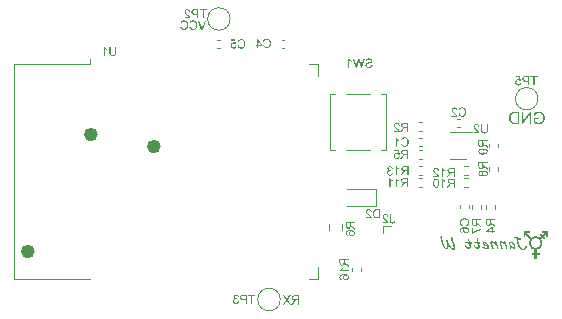
<source format=gbo>
%TF.GenerationSoftware,KiCad,Pcbnew,7.0.6*%
%TF.CreationDate,2024-04-07T09:56:08-04:00*%
%TF.ProjectId,Safe-To-Mate-O-Matic-v4,53616665-2d54-46f2-9d4d-6174652d4f2d,rev?*%
%TF.SameCoordinates,Original*%
%TF.FileFunction,Legend,Bot*%
%TF.FilePolarity,Positive*%
%FSLAX46Y46*%
G04 Gerber Fmt 4.6, Leading zero omitted, Abs format (unit mm)*
G04 Created by KiCad (PCBNEW 7.0.6) date 2024-04-07 09:56:08*
%MOMM*%
%LPD*%
G01*
G04 APERTURE LIST*
%ADD10C,0.583000*%
%ADD11C,0.150000*%
%ADD12C,0.127000*%
%ADD13C,0.120000*%
%ADD14C,0.200000*%
G04 APERTURE END LIST*
D10*
X137197500Y-80264000D02*
G75*
G03*
X137197500Y-80264000I-291500J0D01*
G01*
X131863500Y-90170000D02*
G75*
G03*
X131863500Y-90170000I-291500J0D01*
G01*
X142531500Y-81280000D02*
G75*
G03*
X142531500Y-81280000I-291500J0D01*
G01*
D11*
G36*
X173739897Y-89677600D02*
G01*
X173730067Y-89679798D01*
X173722556Y-89686393D01*
X173717071Y-89695319D01*
X173713447Y-89704532D01*
X173712542Y-89707642D01*
X173710172Y-89717293D01*
X173708558Y-89727563D01*
X173707902Y-89734753D01*
X173707345Y-89744597D01*
X173707002Y-89754810D01*
X173706925Y-89762108D01*
X173706925Y-89788486D01*
X173701246Y-89797233D01*
X173695018Y-89806255D01*
X173688240Y-89815552D01*
X173682172Y-89823509D01*
X173675723Y-89831656D01*
X173670288Y-89838312D01*
X173663111Y-89846624D01*
X173655624Y-89854770D01*
X173647827Y-89862748D01*
X173639720Y-89870560D01*
X173631302Y-89878204D01*
X173622575Y-89885682D01*
X173618997Y-89888626D01*
X173609865Y-89895698D01*
X173600483Y-89902412D01*
X173590851Y-89908769D01*
X173580968Y-89914768D01*
X173570834Y-89920409D01*
X173560450Y-89925692D01*
X173556227Y-89927705D01*
X173545440Y-89932208D01*
X173534450Y-89935948D01*
X173523258Y-89938925D01*
X173511862Y-89941138D01*
X173500264Y-89942588D01*
X173488464Y-89943275D01*
X173483687Y-89943336D01*
X173473451Y-89943027D01*
X173463384Y-89942100D01*
X173453484Y-89940554D01*
X173443753Y-89938390D01*
X173434189Y-89935608D01*
X173424794Y-89932208D01*
X173415566Y-89928190D01*
X173406506Y-89923553D01*
X173397553Y-89918344D01*
X173388768Y-89912730D01*
X173380151Y-89906711D01*
X173371701Y-89900289D01*
X173363420Y-89893461D01*
X173355306Y-89886229D01*
X173347361Y-89878593D01*
X173339583Y-89870552D01*
X173331905Y-89862099D01*
X173324379Y-89853348D01*
X173317006Y-89844300D01*
X173309786Y-89834954D01*
X173302718Y-89825310D01*
X173295803Y-89815368D01*
X173289040Y-89805129D01*
X173282430Y-89794593D01*
X173275977Y-89783857D01*
X173269684Y-89773023D01*
X173263551Y-89762089D01*
X173257579Y-89751056D01*
X173251767Y-89739924D01*
X173246115Y-89728693D01*
X173240623Y-89717362D01*
X173235292Y-89705932D01*
X173230117Y-89694461D01*
X173225094Y-89683004D01*
X173220225Y-89671563D01*
X173215508Y-89660137D01*
X173210944Y-89648726D01*
X173206532Y-89637331D01*
X173202273Y-89625950D01*
X173198167Y-89614586D01*
X173194209Y-89603282D01*
X173190397Y-89592207D01*
X173186729Y-89581361D01*
X173183207Y-89570744D01*
X173179829Y-89560356D01*
X173176597Y-89550197D01*
X173173510Y-89540267D01*
X173170567Y-89530566D01*
X173167713Y-89521083D01*
X173164359Y-89509690D01*
X173161244Y-89498810D01*
X173158368Y-89488442D01*
X173155730Y-89478588D01*
X173152879Y-89467440D01*
X173152005Y-89463888D01*
X173149503Y-89453964D01*
X173146975Y-89443928D01*
X173144344Y-89433463D01*
X173142235Y-89425053D01*
X173138937Y-89410960D01*
X173135729Y-89396983D01*
X173132612Y-89383122D01*
X173129584Y-89369377D01*
X173126647Y-89355748D01*
X173123800Y-89342235D01*
X173121042Y-89328837D01*
X173118376Y-89315556D01*
X173115799Y-89302390D01*
X173113312Y-89289341D01*
X173111705Y-89280706D01*
X173109435Y-89267765D01*
X173107389Y-89254863D01*
X173105565Y-89241999D01*
X173103965Y-89229174D01*
X173102589Y-89216388D01*
X173101435Y-89203640D01*
X173100505Y-89190931D01*
X173099798Y-89178261D01*
X173099314Y-89165629D01*
X173099054Y-89153036D01*
X173099004Y-89144662D01*
X173100378Y-89134381D01*
X173107028Y-89126637D01*
X173108774Y-89126100D01*
X173279011Y-89173239D01*
X173289063Y-89175769D01*
X173298881Y-89177245D01*
X173302458Y-89177391D01*
X173313483Y-89176608D01*
X173323689Y-89174259D01*
X173333078Y-89170343D01*
X173341648Y-89164862D01*
X173346178Y-89161027D01*
X173352935Y-89153189D01*
X173358032Y-89143996D01*
X173361470Y-89133448D01*
X173363096Y-89123327D01*
X173363519Y-89114132D01*
X173363313Y-89103104D01*
X173362695Y-89092917D01*
X173361453Y-89082096D01*
X173359649Y-89072421D01*
X173357657Y-89065039D01*
X173353819Y-89055195D01*
X173348285Y-89045978D01*
X173341416Y-89038575D01*
X173339095Y-89036707D01*
X173330394Y-89031398D01*
X173321257Y-89027720D01*
X173310885Y-89025086D01*
X173305878Y-89024251D01*
X173294963Y-89022861D01*
X173284536Y-89021972D01*
X173273291Y-89021385D01*
X173263002Y-89021125D01*
X173255808Y-89021075D01*
X173246038Y-89021075D01*
X173236099Y-89018959D01*
X173226032Y-89016753D01*
X173216271Y-89014572D01*
X173205622Y-89012158D01*
X173204029Y-89011794D01*
X173194122Y-89009453D01*
X173183821Y-89007009D01*
X173173125Y-89004461D01*
X173162034Y-89001811D01*
X173152490Y-88999523D01*
X173146631Y-88998117D01*
X173136614Y-88995644D01*
X173126405Y-88993112D01*
X173116006Y-88990521D01*
X173105415Y-88987870D01*
X173094634Y-88985159D01*
X173083663Y-88982389D01*
X173079220Y-88981264D01*
X173067989Y-88978369D01*
X173056733Y-88975487D01*
X173045453Y-88972616D01*
X173034150Y-88969758D01*
X173022823Y-88966911D01*
X173011472Y-88964076D01*
X173006925Y-88962946D01*
X172995564Y-88960133D01*
X172984227Y-88957345D01*
X172972914Y-88954581D01*
X172961625Y-88951840D01*
X172950360Y-88949123D01*
X172939119Y-88946431D01*
X172934629Y-88945360D01*
X172923446Y-88942642D01*
X172912489Y-88939984D01*
X172901760Y-88937385D01*
X172891256Y-88934846D01*
X172880980Y-88932367D01*
X172870930Y-88929947D01*
X172866973Y-88928996D01*
X172857274Y-88926751D01*
X172853296Y-88925821D01*
X172843327Y-88923597D01*
X172833338Y-88921474D01*
X172827162Y-88920203D01*
X172817428Y-88918078D01*
X172807204Y-88915891D01*
X172799807Y-88914341D01*
X172789996Y-88912505D01*
X172782465Y-88911655D01*
X172772657Y-88913563D01*
X172767322Y-88916539D01*
X172759728Y-88923294D01*
X172756087Y-88928263D01*
X172751485Y-88936927D01*
X172748760Y-88944627D01*
X172746587Y-88954485D01*
X172746073Y-88961724D01*
X172747065Y-88971525D01*
X172750554Y-88981747D01*
X172755763Y-88990120D01*
X172761949Y-88996895D01*
X172770299Y-89004116D01*
X172778482Y-89010058D01*
X172787483Y-89015650D01*
X172797302Y-89020891D01*
X172801761Y-89023029D01*
X172810900Y-89027065D01*
X172820365Y-89030929D01*
X172830157Y-89034621D01*
X172840275Y-89038142D01*
X172850719Y-89041491D01*
X172854273Y-89042569D01*
X172864852Y-89045657D01*
X172875156Y-89048694D01*
X172885185Y-89051679D01*
X172894939Y-89054613D01*
X172904419Y-89057495D01*
X172907518Y-89058445D01*
X172917971Y-89061639D01*
X172927747Y-89064809D01*
X172938089Y-89068404D01*
X172947546Y-89071969D01*
X172949772Y-89072855D01*
X172959236Y-89077449D01*
X172966976Y-89083920D01*
X172969311Y-89088731D01*
X172970380Y-89098515D01*
X172971448Y-89108633D01*
X172972517Y-89119085D01*
X172973585Y-89129870D01*
X172974654Y-89140990D01*
X172975723Y-89152444D01*
X172976150Y-89157119D01*
X172977236Y-89168789D01*
X172978359Y-89180293D01*
X172979517Y-89191630D01*
X172980710Y-89202800D01*
X172981940Y-89213803D01*
X172983205Y-89224638D01*
X172983721Y-89228926D01*
X172985396Y-89239583D01*
X172986907Y-89250029D01*
X172988281Y-89259806D01*
X172989583Y-89269226D01*
X172991047Y-89279571D01*
X172992689Y-89290607D01*
X172994510Y-89302335D01*
X172996096Y-89312215D01*
X172997796Y-89322538D01*
X172999610Y-89333304D01*
X173001540Y-89344513D01*
X173002040Y-89347384D01*
X173004051Y-89359001D01*
X173006177Y-89370892D01*
X173008417Y-89383059D01*
X173010771Y-89395500D01*
X173013241Y-89408216D01*
X173015168Y-89417933D01*
X173017159Y-89427805D01*
X173019215Y-89437831D01*
X173021335Y-89448012D01*
X173023469Y-89458255D01*
X173025660Y-89468468D01*
X173027906Y-89478651D01*
X173030208Y-89488804D01*
X173032566Y-89498927D01*
X173034979Y-89509020D01*
X173037448Y-89519083D01*
X173039974Y-89529116D01*
X173042555Y-89539119D01*
X173045191Y-89549091D01*
X173046980Y-89555723D01*
X173050001Y-89566645D01*
X173053203Y-89577705D01*
X173056585Y-89588902D01*
X173060147Y-89600236D01*
X173063889Y-89611708D01*
X173067812Y-89623317D01*
X173071915Y-89635064D01*
X173076198Y-89646948D01*
X173080662Y-89658969D01*
X173085306Y-89671128D01*
X173088502Y-89679310D01*
X173093396Y-89691553D01*
X173098462Y-89703736D01*
X173103700Y-89715859D01*
X173109110Y-89727922D01*
X173114691Y-89739925D01*
X173120444Y-89751867D01*
X173126369Y-89763750D01*
X173132465Y-89775572D01*
X173138734Y-89787334D01*
X173145174Y-89799037D01*
X173149562Y-89806805D01*
X173156284Y-89818366D01*
X173163169Y-89829785D01*
X173170218Y-89841063D01*
X173177429Y-89852199D01*
X173184803Y-89863194D01*
X173192341Y-89874047D01*
X173200042Y-89884758D01*
X173207906Y-89895327D01*
X173215933Y-89905755D01*
X173224123Y-89916041D01*
X173229674Y-89922820D01*
X173238119Y-89932773D01*
X173246693Y-89942392D01*
X173255395Y-89951675D01*
X173264227Y-89960624D01*
X173273187Y-89969238D01*
X173282276Y-89977517D01*
X173291494Y-89985461D01*
X173300840Y-89993070D01*
X173310316Y-90000345D01*
X173319920Y-90007284D01*
X173326394Y-90011724D01*
X173335449Y-90016930D01*
X173344531Y-90021662D01*
X173353399Y-90025921D01*
X173355459Y-90026867D01*
X173364915Y-90031071D01*
X173374874Y-90034887D01*
X173385334Y-90038318D01*
X173391363Y-90040057D01*
X173401270Y-90042728D01*
X173411452Y-90045125D01*
X173421908Y-90047246D01*
X173432640Y-90049094D01*
X173443478Y-90050696D01*
X173454255Y-90051841D01*
X173464971Y-90052528D01*
X173475627Y-90052757D01*
X173486913Y-90052525D01*
X173498486Y-90051827D01*
X173510345Y-90050664D01*
X173520039Y-90049399D01*
X173529915Y-90047836D01*
X173539975Y-90045976D01*
X173550218Y-90043818D01*
X173552807Y-90043232D01*
X173563195Y-90040785D01*
X173573598Y-90038087D01*
X173584017Y-90035137D01*
X173594451Y-90031936D01*
X173604900Y-90028482D01*
X173615364Y-90024776D01*
X173625844Y-90020819D01*
X173636338Y-90016609D01*
X173646734Y-90012163D01*
X173657038Y-90007496D01*
X173667250Y-90002607D01*
X173677371Y-89997497D01*
X173687400Y-89992166D01*
X173697338Y-89986613D01*
X173707184Y-89980839D01*
X173716939Y-89974844D01*
X173726514Y-89968654D01*
X173735822Y-89962296D01*
X173744862Y-89955770D01*
X173753636Y-89949076D01*
X173762143Y-89942214D01*
X173770382Y-89935185D01*
X173778354Y-89927987D01*
X173786059Y-89920622D01*
X173793436Y-89913108D01*
X173800424Y-89905464D01*
X173807022Y-89897690D01*
X173813231Y-89889786D01*
X173819051Y-89881753D01*
X173824482Y-89873590D01*
X173830723Y-89863204D01*
X173834175Y-89856874D01*
X173839312Y-89846111D01*
X173843577Y-89835193D01*
X173846973Y-89824120D01*
X173849497Y-89812892D01*
X173851152Y-89801508D01*
X173851935Y-89789970D01*
X173852005Y-89785311D01*
X173851799Y-89774787D01*
X173851180Y-89764829D01*
X173849938Y-89753928D01*
X173848135Y-89743799D01*
X173846143Y-89735730D01*
X173842769Y-89725853D01*
X173838510Y-89716984D01*
X173832661Y-89708211D01*
X173827336Y-89702269D01*
X173819261Y-89695666D01*
X173809871Y-89690144D01*
X173800422Y-89686145D01*
X173792654Y-89683706D01*
X173782699Y-89681327D01*
X173771857Y-89679532D01*
X173761856Y-89678459D01*
X173751203Y-89677815D01*
X173739897Y-89677600D01*
G37*
G36*
X172467241Y-89333734D02*
G01*
X172478483Y-89334045D01*
X172489748Y-89334702D01*
X172501037Y-89335705D01*
X172512350Y-89337054D01*
X172523687Y-89338749D01*
X172535047Y-89340789D01*
X172539596Y-89341743D01*
X172550969Y-89344730D01*
X172562342Y-89348575D01*
X172571440Y-89352269D01*
X172580538Y-89356512D01*
X172589636Y-89361306D01*
X172598734Y-89366649D01*
X172607832Y-89372541D01*
X172619467Y-89380613D01*
X172630863Y-89388894D01*
X172642021Y-89397382D01*
X172652940Y-89406078D01*
X172663621Y-89414983D01*
X172674064Y-89424095D01*
X172684267Y-89433416D01*
X172694233Y-89442944D01*
X172703959Y-89452680D01*
X172713448Y-89462625D01*
X172722697Y-89472777D01*
X172731709Y-89483137D01*
X172740481Y-89493705D01*
X172749016Y-89504482D01*
X172757311Y-89515466D01*
X172765368Y-89526658D01*
X172773160Y-89537986D01*
X172780660Y-89549438D01*
X172787868Y-89561013D01*
X172794784Y-89572713D01*
X172801409Y-89584537D01*
X172807741Y-89596485D01*
X172813781Y-89608557D01*
X172819529Y-89620753D01*
X172824986Y-89633073D01*
X172830150Y-89645517D01*
X172835022Y-89658085D01*
X172839603Y-89670777D01*
X172843891Y-89683593D01*
X172847888Y-89696533D01*
X172851593Y-89709597D01*
X172855006Y-89722785D01*
X172857632Y-89732786D01*
X172860261Y-89743586D01*
X172862494Y-89753715D01*
X172864531Y-89764306D01*
X172865218Y-89768806D01*
X172866429Y-89778790D01*
X172867176Y-89788581D01*
X172867462Y-89799233D01*
X172867399Y-89803869D01*
X172866691Y-89815150D01*
X172865195Y-89825989D01*
X172862912Y-89836387D01*
X172859843Y-89846344D01*
X172855986Y-89855860D01*
X172851342Y-89864934D01*
X172850315Y-89866690D01*
X172844584Y-89875467D01*
X172837864Y-89884245D01*
X172830154Y-89893022D01*
X172823273Y-89900044D01*
X172815759Y-89907066D01*
X172807611Y-89914088D01*
X172798830Y-89921110D01*
X172795448Y-89923610D01*
X172786261Y-89929291D01*
X172777094Y-89933711D01*
X172767078Y-89937475D01*
X172757675Y-89940039D01*
X172748027Y-89941871D01*
X172738135Y-89942970D01*
X172727999Y-89943336D01*
X172723204Y-89943216D01*
X172713421Y-89942254D01*
X172703381Y-89940331D01*
X172693082Y-89937446D01*
X172682526Y-89933599D01*
X172673533Y-89929659D01*
X172669868Y-89927924D01*
X172660699Y-89923371D01*
X172651517Y-89918508D01*
X172642323Y-89913334D01*
X172633118Y-89907851D01*
X172623900Y-89902057D01*
X172614671Y-89895953D01*
X172610985Y-89893413D01*
X172601846Y-89887002D01*
X172592815Y-89880509D01*
X172583890Y-89873932D01*
X172575074Y-89867271D01*
X172566364Y-89860527D01*
X172557762Y-89853699D01*
X172549256Y-89846903D01*
X172540989Y-89840404D01*
X172532961Y-89834204D01*
X172525171Y-89828302D01*
X172516138Y-89821613D01*
X172507448Y-89815353D01*
X172507467Y-89820551D01*
X172507620Y-89830626D01*
X172508025Y-89842619D01*
X172508669Y-89853944D01*
X172509552Y-89864601D01*
X172510673Y-89874590D01*
X172512333Y-89885695D01*
X172513478Y-89892595D01*
X172514909Y-89902487D01*
X172516144Y-89913333D01*
X172516912Y-89923431D01*
X172517218Y-89934055D01*
X172516943Y-89941039D01*
X172515264Y-89951152D01*
X172512962Y-89956373D01*
X172506227Y-89963853D01*
X172504849Y-89964795D01*
X172495835Y-89969169D01*
X172486443Y-89971913D01*
X172483134Y-89972543D01*
X172472658Y-89973841D01*
X172462584Y-89974432D01*
X172452493Y-89974600D01*
X172445626Y-89974307D01*
X172435213Y-89972447D01*
X172425871Y-89968493D01*
X172423934Y-89967329D01*
X172415746Y-89961385D01*
X172408530Y-89954083D01*
X172402977Y-89945962D01*
X172398760Y-89936498D01*
X172396692Y-89930492D01*
X172393387Y-89921110D01*
X172391925Y-89915806D01*
X172389679Y-89906265D01*
X172387831Y-89896398D01*
X172386380Y-89886203D01*
X172385327Y-89875681D01*
X172385189Y-89874150D01*
X172384197Y-89863179D01*
X172383310Y-89853422D01*
X172382388Y-89843338D01*
X172381432Y-89832928D01*
X172380442Y-89822192D01*
X172293685Y-89481229D01*
X172414147Y-89481229D01*
X172414456Y-89491645D01*
X172415250Y-89501552D01*
X172416532Y-89512069D01*
X172418055Y-89521773D01*
X172419740Y-89531359D01*
X172421865Y-89541712D01*
X172424205Y-89551425D01*
X172427092Y-89561585D01*
X172428357Y-89565311D01*
X172431904Y-89574633D01*
X172435999Y-89583967D01*
X172440643Y-89593314D01*
X172445836Y-89602672D01*
X172451577Y-89612042D01*
X172457867Y-89621424D01*
X172461815Y-89627001D01*
X172468644Y-89636247D01*
X172475783Y-89645433D01*
X172483232Y-89654560D01*
X172490991Y-89663628D01*
X172499060Y-89672635D01*
X172505738Y-89679798D01*
X172512573Y-89686901D01*
X172519523Y-89693919D01*
X172526587Y-89700853D01*
X172533765Y-89707703D01*
X172541058Y-89714469D01*
X172548465Y-89721152D01*
X172555987Y-89727750D01*
X172563624Y-89734265D01*
X172569340Y-89739074D01*
X172576934Y-89745346D01*
X172586384Y-89752961D01*
X172595787Y-89760325D01*
X172605141Y-89767439D01*
X172614448Y-89774302D01*
X172623708Y-89780915D01*
X172626468Y-89782821D01*
X172634897Y-89788334D01*
X172643549Y-89793537D01*
X172652425Y-89798432D01*
X172661524Y-89803017D01*
X172670846Y-89807293D01*
X172673976Y-89808624D01*
X172683547Y-89812102D01*
X172693393Y-89814806D01*
X172703514Y-89816738D01*
X172713909Y-89817898D01*
X172724580Y-89818284D01*
X172733052Y-89817490D01*
X172742726Y-89813323D01*
X172748760Y-89805583D01*
X172751593Y-89797207D01*
X172753498Y-89787331D01*
X172754133Y-89776763D01*
X172753847Y-89767017D01*
X172752871Y-89756352D01*
X172751202Y-89745744D01*
X172750412Y-89742008D01*
X172748088Y-89732127D01*
X172745096Y-89722052D01*
X172743966Y-89718323D01*
X172740864Y-89708957D01*
X172737368Y-89699532D01*
X172733479Y-89690048D01*
X172729197Y-89680503D01*
X172724520Y-89670900D01*
X172719451Y-89661236D01*
X172717319Y-89657336D01*
X172711774Y-89647652D01*
X172705918Y-89638063D01*
X172699752Y-89628570D01*
X172693277Y-89619173D01*
X172686491Y-89609871D01*
X172679395Y-89600664D01*
X172676444Y-89596984D01*
X172668891Y-89587909D01*
X172661088Y-89579014D01*
X172653035Y-89570297D01*
X172644731Y-89561759D01*
X172636176Y-89553401D01*
X172627371Y-89545221D01*
X172623788Y-89542011D01*
X172614729Y-89534221D01*
X172605527Y-89526765D01*
X172596182Y-89519643D01*
X172586693Y-89512855D01*
X172577062Y-89506400D01*
X172567287Y-89500280D01*
X172563339Y-89497929D01*
X172553386Y-89492319D01*
X172543313Y-89487091D01*
X172533122Y-89482244D01*
X172522810Y-89477779D01*
X172512380Y-89473696D01*
X172501830Y-89469994D01*
X172497559Y-89468633D01*
X172486906Y-89465616D01*
X172476288Y-89463147D01*
X172465706Y-89461227D01*
X172455160Y-89459856D01*
X172444650Y-89459033D01*
X172434175Y-89458759D01*
X172425899Y-89460008D01*
X172418299Y-89466330D01*
X172415935Y-89471397D01*
X172414147Y-89481229D01*
X172293685Y-89481229D01*
X172289583Y-89465109D01*
X172288912Y-89463095D01*
X172285553Y-89453053D01*
X172282195Y-89443059D01*
X172278837Y-89433113D01*
X172277833Y-89430078D01*
X172275199Y-89419774D01*
X172273663Y-89409184D01*
X172273219Y-89399408D01*
X172273356Y-89394596D01*
X172274597Y-89384466D01*
X172277127Y-89374739D01*
X172278664Y-89370354D01*
X172283113Y-89361560D01*
X172289095Y-89353734D01*
X172294092Y-89348823D01*
X172302198Y-89343236D01*
X172311077Y-89339080D01*
X172315518Y-89337532D01*
X172325402Y-89335223D01*
X172335440Y-89334042D01*
X172345271Y-89333706D01*
X172345957Y-89333708D01*
X172356017Y-89334073D01*
X172366276Y-89335172D01*
X172371649Y-89335920D01*
X172381943Y-89337721D01*
X172392165Y-89339812D01*
X172396138Y-89339267D01*
X172406638Y-89337936D01*
X172416781Y-89336779D01*
X172427581Y-89335660D01*
X172432404Y-89335202D01*
X172442811Y-89334395D01*
X172452600Y-89333897D01*
X172462751Y-89333706D01*
X172467241Y-89333734D01*
G37*
G36*
X171685327Y-89427496D02*
G01*
X171695974Y-89428021D01*
X171706972Y-89429599D01*
X171716677Y-89431789D01*
X171726641Y-89434751D01*
X171736862Y-89438486D01*
X171747197Y-89442874D01*
X171757687Y-89447794D01*
X171766547Y-89452301D01*
X171775514Y-89457178D01*
X171784589Y-89462424D01*
X171793770Y-89468040D01*
X171803030Y-89473966D01*
X171812337Y-89480142D01*
X171821691Y-89486569D01*
X171831094Y-89493246D01*
X171840544Y-89500174D01*
X171850042Y-89507352D01*
X171853854Y-89510294D01*
X171863371Y-89517669D01*
X171872840Y-89525139D01*
X171882262Y-89532705D01*
X171891635Y-89540366D01*
X171900961Y-89548123D01*
X171910240Y-89555975D01*
X171913938Y-89559142D01*
X171922359Y-89566093D01*
X171930587Y-89572658D01*
X171938622Y-89578836D01*
X171943003Y-89582101D01*
X171951551Y-89588036D01*
X171960100Y-89593016D01*
X171969503Y-89597392D01*
X171970358Y-89597733D01*
X171975813Y-89607024D01*
X171980823Y-89616580D01*
X171985333Y-89625943D01*
X171989960Y-89636241D01*
X171990630Y-89637789D01*
X171994568Y-89647303D01*
X171998507Y-89657160D01*
X172002445Y-89667361D01*
X172006384Y-89677906D01*
X172010322Y-89688793D01*
X172011635Y-89692499D01*
X172014817Y-89701770D01*
X172017951Y-89711113D01*
X172021037Y-89720527D01*
X172024076Y-89730013D01*
X172027067Y-89739571D01*
X172030010Y-89749200D01*
X172031174Y-89753071D01*
X172033997Y-89762587D01*
X172037180Y-89773738D01*
X172040140Y-89784597D01*
X172042876Y-89795165D01*
X172045389Y-89805440D01*
X172046562Y-89810468D01*
X172048954Y-89820841D01*
X172051004Y-89831076D01*
X172052179Y-89837824D01*
X172053748Y-89847956D01*
X172055367Y-89857666D01*
X172056820Y-89865911D01*
X172058811Y-89876443D01*
X172060872Y-89886518D01*
X172063171Y-89897070D01*
X172063414Y-89898151D01*
X172065630Y-89908215D01*
X172068154Y-89918897D01*
X172070658Y-89928911D01*
X172072696Y-89936742D01*
X172076159Y-89946215D01*
X172081422Y-89954523D01*
X172083687Y-89957014D01*
X172091441Y-89963731D01*
X172099562Y-89968738D01*
X172108961Y-89972345D01*
X172115194Y-89973623D01*
X172124937Y-89974553D01*
X172126918Y-89974600D01*
X172137895Y-89974015D01*
X172147962Y-89972262D01*
X172158350Y-89968827D01*
X172167547Y-89963866D01*
X172169660Y-89962387D01*
X172176819Y-89954709D01*
X172181406Y-89945611D01*
X172184091Y-89936046D01*
X172185625Y-89924849D01*
X172186024Y-89914272D01*
X172185841Y-89904319D01*
X172185292Y-89893999D01*
X172184136Y-89884175D01*
X172182142Y-89874299D01*
X172181139Y-89870308D01*
X172178311Y-89858196D01*
X172175504Y-89846317D01*
X172172718Y-89834669D01*
X172169954Y-89823253D01*
X172167211Y-89812069D01*
X172164490Y-89801116D01*
X172161790Y-89790396D01*
X172159112Y-89779907D01*
X172156455Y-89769651D01*
X172153820Y-89759626D01*
X172152075Y-89753071D01*
X172149416Y-89743338D01*
X172146754Y-89733737D01*
X172144087Y-89724269D01*
X172140524Y-89711853D01*
X172136954Y-89699673D01*
X172133376Y-89687730D01*
X172129791Y-89676024D01*
X172126198Y-89664554D01*
X172123498Y-89656107D01*
X172119892Y-89645017D01*
X172116278Y-89634094D01*
X172112656Y-89623340D01*
X172109027Y-89612754D01*
X172105390Y-89602335D01*
X172101745Y-89592085D01*
X172098093Y-89582002D01*
X172094433Y-89572087D01*
X172090701Y-89562188D01*
X172086953Y-89552273D01*
X172083190Y-89542343D01*
X172079412Y-89532398D01*
X172075619Y-89522437D01*
X172071810Y-89512462D01*
X172067986Y-89502470D01*
X172064147Y-89492464D01*
X172060277Y-89482351D01*
X172056362Y-89472161D01*
X172052401Y-89461896D01*
X172048393Y-89451553D01*
X172044341Y-89441135D01*
X172040242Y-89430640D01*
X172036097Y-89420069D01*
X172031907Y-89409422D01*
X172027656Y-89398530D01*
X172023328Y-89387348D01*
X172018924Y-89375876D01*
X172014444Y-89364115D01*
X172009887Y-89352063D01*
X172006420Y-89342833D01*
X172002909Y-89333441D01*
X171999356Y-89323886D01*
X171995759Y-89314167D01*
X171990209Y-89305444D01*
X171982112Y-89299009D01*
X171974266Y-89294872D01*
X171964181Y-89290975D01*
X171953709Y-89288354D01*
X171942851Y-89287008D01*
X171936652Y-89286812D01*
X171925675Y-89287396D01*
X171915608Y-89289149D01*
X171905220Y-89292584D01*
X171896023Y-89297545D01*
X171893910Y-89299024D01*
X171886537Y-89305695D01*
X171880760Y-89314842D01*
X171877864Y-89324432D01*
X171877057Y-89333951D01*
X171878523Y-89342011D01*
X171881475Y-89351623D01*
X171882430Y-89353978D01*
X171912717Y-89428228D01*
X171903651Y-89421206D01*
X171894465Y-89414184D01*
X171885161Y-89407162D01*
X171875737Y-89400140D01*
X171866194Y-89393118D01*
X171856531Y-89386096D01*
X171852633Y-89383288D01*
X171842821Y-89376379D01*
X171832926Y-89369697D01*
X171822948Y-89363241D01*
X171812886Y-89357012D01*
X171802741Y-89351010D01*
X171792512Y-89345234D01*
X171788397Y-89342987D01*
X171778087Y-89337506D01*
X171767765Y-89332359D01*
X171757431Y-89327546D01*
X171747086Y-89323066D01*
X171736728Y-89318921D01*
X171726358Y-89315109D01*
X171722207Y-89313678D01*
X171711780Y-89310442D01*
X171701413Y-89307754D01*
X171691106Y-89305614D01*
X171680858Y-89304023D01*
X171670669Y-89302981D01*
X171660541Y-89302487D01*
X171656506Y-89302443D01*
X171644394Y-89302759D01*
X171632789Y-89303705D01*
X171621691Y-89305283D01*
X171611100Y-89307492D01*
X171601015Y-89310332D01*
X171591436Y-89313803D01*
X171582364Y-89317906D01*
X171573799Y-89322639D01*
X171563167Y-89329932D01*
X171553435Y-89338347D01*
X171544734Y-89347876D01*
X171538970Y-89355830D01*
X171533858Y-89364474D01*
X171529398Y-89373810D01*
X171525592Y-89383837D01*
X171522438Y-89394555D01*
X171519936Y-89405965D01*
X171518087Y-89418066D01*
X171516891Y-89430858D01*
X171516347Y-89444341D01*
X171516310Y-89448989D01*
X171516543Y-89459923D01*
X171517242Y-89471230D01*
X171518406Y-89482912D01*
X171520035Y-89494968D01*
X171522130Y-89507397D01*
X171524691Y-89520201D01*
X171526917Y-89530049D01*
X171529405Y-89540108D01*
X171531209Y-89546930D01*
X171534026Y-89557261D01*
X171536980Y-89567739D01*
X171540071Y-89578362D01*
X171543299Y-89589131D01*
X171546665Y-89600046D01*
X171550169Y-89611107D01*
X171553809Y-89622314D01*
X171557587Y-89633667D01*
X171561503Y-89645166D01*
X171565556Y-89656811D01*
X171568334Y-89664655D01*
X171572534Y-89676481D01*
X171576798Y-89688417D01*
X171581126Y-89700466D01*
X171585519Y-89712626D01*
X171589976Y-89724898D01*
X171594498Y-89737281D01*
X171599084Y-89749776D01*
X171603734Y-89762383D01*
X171608449Y-89775101D01*
X171613228Y-89787931D01*
X171616450Y-89796546D01*
X171621226Y-89809528D01*
X171625938Y-89822553D01*
X171630586Y-89835620D01*
X171635169Y-89848730D01*
X171639688Y-89861884D01*
X171644142Y-89875080D01*
X171648532Y-89888319D01*
X171652857Y-89901601D01*
X171657119Y-89914926D01*
X171661315Y-89928294D01*
X171664077Y-89937230D01*
X171667551Y-89947601D01*
X171671101Y-89957005D01*
X171675137Y-89966322D01*
X171676778Y-89969715D01*
X171682067Y-89978885D01*
X171688573Y-89987192D01*
X171692410Y-89990964D01*
X171700711Y-89997128D01*
X171710228Y-90001516D01*
X171713170Y-90002443D01*
X171722867Y-90004527D01*
X171733024Y-90005592D01*
X171742235Y-90005863D01*
X171753195Y-90005383D01*
X171763773Y-90003662D01*
X171773193Y-90000230D01*
X171779360Y-89995849D01*
X171785200Y-89987689D01*
X171788406Y-89977767D01*
X171789578Y-89966797D01*
X171789618Y-89964097D01*
X171789267Y-89954037D01*
X171788214Y-89942909D01*
X171786716Y-89932295D01*
X171785005Y-89922546D01*
X171784001Y-89917447D01*
X171781631Y-89906908D01*
X171778917Y-89895991D01*
X171775860Y-89884697D01*
X171773051Y-89874997D01*
X171770002Y-89865034D01*
X171767392Y-89856874D01*
X171763956Y-89846387D01*
X171760365Y-89835684D01*
X171756619Y-89824767D01*
X171752718Y-89813636D01*
X171748662Y-89802290D01*
X171745306Y-89793058D01*
X171742724Y-89786044D01*
X171739148Y-89776622D01*
X171735503Y-89767161D01*
X171731790Y-89757662D01*
X171728008Y-89748125D01*
X171724157Y-89738550D01*
X171720238Y-89728937D01*
X171716250Y-89719286D01*
X171712193Y-89709596D01*
X171708084Y-89699756D01*
X171703998Y-89689928D01*
X171699936Y-89680112D01*
X171695898Y-89670307D01*
X171691883Y-89660515D01*
X171687893Y-89650734D01*
X171686303Y-89646826D01*
X171682400Y-89637033D01*
X171678628Y-89627348D01*
X171674987Y-89617770D01*
X171671477Y-89608300D01*
X171668099Y-89598937D01*
X171664851Y-89589681D01*
X171663589Y-89586009D01*
X171659971Y-89575030D01*
X171656628Y-89564256D01*
X171653560Y-89553689D01*
X171650766Y-89543328D01*
X171648247Y-89533173D01*
X171647469Y-89529833D01*
X171645394Y-89519996D01*
X171643515Y-89508888D01*
X171642221Y-89498177D01*
X171641512Y-89487864D01*
X171641363Y-89480740D01*
X171641943Y-89470452D01*
X171643683Y-89460835D01*
X171647028Y-89450818D01*
X171650644Y-89443616D01*
X171657140Y-89435823D01*
X171666186Y-89430581D01*
X171676368Y-89428062D01*
X171685327Y-89427496D01*
G37*
G36*
X170912542Y-89427496D02*
G01*
X170923189Y-89428021D01*
X170934187Y-89429599D01*
X170943893Y-89431789D01*
X170953856Y-89434751D01*
X170964077Y-89438486D01*
X170974413Y-89442874D01*
X170984903Y-89447794D01*
X170993763Y-89452301D01*
X171002730Y-89457178D01*
X171011804Y-89462424D01*
X171020986Y-89468040D01*
X171030245Y-89473966D01*
X171039552Y-89480142D01*
X171048907Y-89486569D01*
X171058309Y-89493246D01*
X171067759Y-89500174D01*
X171077257Y-89507352D01*
X171081070Y-89510294D01*
X171090587Y-89517669D01*
X171100056Y-89525139D01*
X171109477Y-89532705D01*
X171118851Y-89540366D01*
X171128177Y-89548123D01*
X171137455Y-89555975D01*
X171141153Y-89559142D01*
X171149575Y-89566093D01*
X171157803Y-89572658D01*
X171165838Y-89578836D01*
X171170218Y-89582101D01*
X171178767Y-89588036D01*
X171187315Y-89593016D01*
X171196719Y-89597392D01*
X171197574Y-89597733D01*
X171203028Y-89607024D01*
X171208039Y-89616580D01*
X171212549Y-89625943D01*
X171217175Y-89636241D01*
X171217846Y-89637789D01*
X171221784Y-89647303D01*
X171225723Y-89657160D01*
X171229661Y-89667361D01*
X171233599Y-89677906D01*
X171237538Y-89688793D01*
X171238851Y-89692499D01*
X171242032Y-89701770D01*
X171245167Y-89711113D01*
X171248253Y-89720527D01*
X171251292Y-89730013D01*
X171254283Y-89739571D01*
X171257226Y-89749200D01*
X171258390Y-89753071D01*
X171261213Y-89762587D01*
X171264396Y-89773738D01*
X171267355Y-89784597D01*
X171270091Y-89795165D01*
X171272605Y-89805440D01*
X171273777Y-89810468D01*
X171276170Y-89820841D01*
X171278219Y-89831076D01*
X171279395Y-89837824D01*
X171280963Y-89847956D01*
X171282582Y-89857666D01*
X171284036Y-89865911D01*
X171286027Y-89876443D01*
X171288088Y-89886518D01*
X171290387Y-89897070D01*
X171290630Y-89898151D01*
X171292845Y-89908215D01*
X171295370Y-89918897D01*
X171297873Y-89928911D01*
X171299911Y-89936742D01*
X171303375Y-89946215D01*
X171308637Y-89954523D01*
X171310902Y-89957014D01*
X171318657Y-89963731D01*
X171326778Y-89968738D01*
X171336177Y-89972345D01*
X171342410Y-89973623D01*
X171352153Y-89974553D01*
X171354133Y-89974600D01*
X171365111Y-89974015D01*
X171375177Y-89972262D01*
X171385565Y-89968827D01*
X171394762Y-89963866D01*
X171396876Y-89962387D01*
X171404035Y-89954709D01*
X171408622Y-89945611D01*
X171411306Y-89936046D01*
X171412840Y-89924849D01*
X171413240Y-89914272D01*
X171413057Y-89904319D01*
X171412507Y-89893999D01*
X171411352Y-89884175D01*
X171409358Y-89874299D01*
X171408355Y-89870308D01*
X171405527Y-89858196D01*
X171402719Y-89846317D01*
X171399934Y-89834669D01*
X171397170Y-89823253D01*
X171394427Y-89812069D01*
X171391706Y-89801116D01*
X171389006Y-89790396D01*
X171386327Y-89779907D01*
X171383671Y-89769651D01*
X171381035Y-89759626D01*
X171379290Y-89753071D01*
X171376632Y-89743338D01*
X171373969Y-89733737D01*
X171371302Y-89724269D01*
X171367740Y-89711853D01*
X171364170Y-89699673D01*
X171360592Y-89687730D01*
X171357007Y-89676024D01*
X171353414Y-89664554D01*
X171350714Y-89656107D01*
X171347107Y-89645017D01*
X171343493Y-89634094D01*
X171339872Y-89623340D01*
X171336242Y-89612754D01*
X171332605Y-89602335D01*
X171328961Y-89592085D01*
X171325309Y-89582002D01*
X171321649Y-89572087D01*
X171317917Y-89562188D01*
X171314169Y-89552273D01*
X171310406Y-89542343D01*
X171306628Y-89532398D01*
X171302835Y-89522437D01*
X171299026Y-89512462D01*
X171295202Y-89502470D01*
X171291363Y-89492464D01*
X171287493Y-89482351D01*
X171283578Y-89472161D01*
X171279616Y-89461896D01*
X171275609Y-89451553D01*
X171271556Y-89441135D01*
X171267458Y-89430640D01*
X171263313Y-89420069D01*
X171259123Y-89409422D01*
X171254871Y-89398530D01*
X171250544Y-89387348D01*
X171246140Y-89375876D01*
X171241659Y-89364115D01*
X171237103Y-89352063D01*
X171233635Y-89342833D01*
X171230125Y-89333441D01*
X171226571Y-89323886D01*
X171222975Y-89314167D01*
X171217424Y-89305444D01*
X171209328Y-89299009D01*
X171201481Y-89294872D01*
X171191396Y-89290975D01*
X171180925Y-89288354D01*
X171170067Y-89287008D01*
X171163868Y-89286812D01*
X171152890Y-89287396D01*
X171142824Y-89289149D01*
X171132436Y-89292584D01*
X171123239Y-89297545D01*
X171121126Y-89299024D01*
X171113752Y-89305695D01*
X171107976Y-89314842D01*
X171105079Y-89324432D01*
X171104273Y-89333951D01*
X171105738Y-89342011D01*
X171108690Y-89351623D01*
X171109646Y-89353978D01*
X171139932Y-89428228D01*
X171130866Y-89421206D01*
X171121681Y-89414184D01*
X171112376Y-89407162D01*
X171102952Y-89400140D01*
X171093409Y-89393118D01*
X171083747Y-89386096D01*
X171079848Y-89383288D01*
X171070037Y-89376379D01*
X171060142Y-89369697D01*
X171050164Y-89363241D01*
X171040102Y-89357012D01*
X171029956Y-89351010D01*
X171019728Y-89345234D01*
X171015613Y-89342987D01*
X171005303Y-89337506D01*
X170994981Y-89332359D01*
X170984647Y-89327546D01*
X170974301Y-89323066D01*
X170963944Y-89318921D01*
X170953574Y-89315109D01*
X170949423Y-89313678D01*
X170938996Y-89310442D01*
X170928629Y-89307754D01*
X170918321Y-89305614D01*
X170908073Y-89304023D01*
X170897885Y-89302981D01*
X170887756Y-89302487D01*
X170883721Y-89302443D01*
X170871610Y-89302759D01*
X170860005Y-89303705D01*
X170848907Y-89305283D01*
X170838315Y-89307492D01*
X170828230Y-89310332D01*
X170818652Y-89313803D01*
X170809580Y-89317906D01*
X170801015Y-89322639D01*
X170790383Y-89329932D01*
X170780651Y-89338347D01*
X170771950Y-89347876D01*
X170766185Y-89355830D01*
X170761073Y-89364474D01*
X170756614Y-89373810D01*
X170752807Y-89383837D01*
X170749653Y-89394555D01*
X170747152Y-89405965D01*
X170745303Y-89418066D01*
X170744106Y-89430858D01*
X170743562Y-89444341D01*
X170743526Y-89448989D01*
X170743759Y-89459923D01*
X170744457Y-89471230D01*
X170745621Y-89482912D01*
X170747251Y-89494968D01*
X170749346Y-89507397D01*
X170751907Y-89520201D01*
X170754133Y-89530049D01*
X170756621Y-89540108D01*
X170758425Y-89546930D01*
X170761241Y-89557261D01*
X170764195Y-89567739D01*
X170767286Y-89578362D01*
X170770515Y-89589131D01*
X170773881Y-89600046D01*
X170777384Y-89611107D01*
X170781025Y-89622314D01*
X170784803Y-89633667D01*
X170788719Y-89645166D01*
X170792772Y-89656811D01*
X170795550Y-89664655D01*
X170799749Y-89676481D01*
X170804013Y-89688417D01*
X170808342Y-89700466D01*
X170812735Y-89712626D01*
X170817192Y-89724898D01*
X170821713Y-89737281D01*
X170826299Y-89749776D01*
X170830950Y-89762383D01*
X170835665Y-89775101D01*
X170840444Y-89787931D01*
X170843666Y-89796546D01*
X170848442Y-89809528D01*
X170853154Y-89822553D01*
X170857801Y-89835620D01*
X170862385Y-89848730D01*
X170866903Y-89861884D01*
X170871358Y-89875080D01*
X170875748Y-89888319D01*
X170880073Y-89901601D01*
X170884334Y-89914926D01*
X170888531Y-89928294D01*
X170891293Y-89937230D01*
X170894766Y-89947601D01*
X170898317Y-89957005D01*
X170902353Y-89966322D01*
X170903994Y-89969715D01*
X170909283Y-89978885D01*
X170915788Y-89987192D01*
X170919625Y-89990964D01*
X170927927Y-89997128D01*
X170937443Y-90001516D01*
X170940386Y-90002443D01*
X170950083Y-90004527D01*
X170960239Y-90005592D01*
X170969451Y-90005863D01*
X170980410Y-90005383D01*
X170990989Y-90003662D01*
X171000409Y-90000230D01*
X171006576Y-89995849D01*
X171012416Y-89987689D01*
X171015622Y-89977767D01*
X171016794Y-89966797D01*
X171016834Y-89964097D01*
X171016483Y-89954037D01*
X171015429Y-89942909D01*
X171013932Y-89932295D01*
X171012220Y-89922546D01*
X171011216Y-89917447D01*
X171008846Y-89906908D01*
X171006133Y-89895991D01*
X171003076Y-89884697D01*
X171000266Y-89874997D01*
X170997218Y-89865034D01*
X170994608Y-89856874D01*
X170991172Y-89846387D01*
X170987581Y-89835684D01*
X170983835Y-89824767D01*
X170979934Y-89813636D01*
X170975878Y-89802290D01*
X170972522Y-89793058D01*
X170969939Y-89786044D01*
X170966363Y-89776622D01*
X170962719Y-89767161D01*
X170959006Y-89757662D01*
X170955224Y-89748125D01*
X170951373Y-89738550D01*
X170947454Y-89728937D01*
X170943466Y-89719286D01*
X170939409Y-89709596D01*
X170935299Y-89699756D01*
X170931213Y-89689928D01*
X170927151Y-89680112D01*
X170923113Y-89670307D01*
X170919099Y-89660515D01*
X170915109Y-89650734D01*
X170913519Y-89646826D01*
X170909616Y-89637033D01*
X170905844Y-89627348D01*
X170902203Y-89617770D01*
X170898693Y-89608300D01*
X170895314Y-89598937D01*
X170892067Y-89589681D01*
X170890805Y-89586009D01*
X170887187Y-89575030D01*
X170883844Y-89564256D01*
X170880775Y-89553689D01*
X170877982Y-89543328D01*
X170875463Y-89533173D01*
X170874684Y-89529833D01*
X170872609Y-89519996D01*
X170870731Y-89508888D01*
X170869437Y-89498177D01*
X170868727Y-89487864D01*
X170868578Y-89480740D01*
X170869159Y-89470452D01*
X170870899Y-89460835D01*
X170874243Y-89450818D01*
X170877860Y-89443616D01*
X170884355Y-89435823D01*
X170893402Y-89430581D01*
X170903583Y-89428062D01*
X170912542Y-89427496D01*
G37*
G36*
X170243233Y-89365206D02*
G01*
X170254705Y-89365916D01*
X170266008Y-89367099D01*
X170277144Y-89368755D01*
X170288112Y-89370885D01*
X170298913Y-89373487D01*
X170309545Y-89376563D01*
X170320009Y-89380112D01*
X170330305Y-89383978D01*
X170340434Y-89388127D01*
X170350394Y-89392557D01*
X170360187Y-89397270D01*
X170369812Y-89402266D01*
X170379268Y-89407544D01*
X170388557Y-89413104D01*
X170397678Y-89418947D01*
X170406563Y-89425011D01*
X170415264Y-89431235D01*
X170423782Y-89437620D01*
X170432116Y-89444165D01*
X170440268Y-89450870D01*
X170448236Y-89457736D01*
X170456022Y-89464762D01*
X170463624Y-89471948D01*
X170465480Y-89473764D01*
X170472781Y-89481025D01*
X170479883Y-89488277D01*
X170486786Y-89495523D01*
X170493492Y-89502760D01*
X170501594Y-89511797D01*
X170509386Y-89520821D01*
X170516869Y-89529833D01*
X170518312Y-89531631D01*
X170525312Y-89540495D01*
X170531955Y-89549157D01*
X170538240Y-89557616D01*
X170544167Y-89565872D01*
X170549737Y-89573926D01*
X170555948Y-89583322D01*
X170557900Y-89586336D01*
X170563366Y-89594909D01*
X170569006Y-89604020D01*
X170574479Y-89613259D01*
X170579395Y-89622157D01*
X170582622Y-89623195D01*
X170591821Y-89627042D01*
X170600299Y-89631988D01*
X170608055Y-89638033D01*
X170615091Y-89645177D01*
X170621405Y-89653420D01*
X170624198Y-89657859D01*
X170628961Y-89667264D01*
X170632625Y-89677373D01*
X170635189Y-89688187D01*
X170636655Y-89699704D01*
X170637036Y-89709840D01*
X170636662Y-89716935D01*
X170634281Y-89727301D01*
X170629220Y-89735974D01*
X170621503Y-89742783D01*
X170612368Y-89746477D01*
X170612909Y-89748775D01*
X170615356Y-89760058D01*
X170617374Y-89770995D01*
X170618962Y-89781587D01*
X170620121Y-89791832D01*
X170620851Y-89801732D01*
X170621160Y-89813155D01*
X170620886Y-89824418D01*
X170620063Y-89835156D01*
X170618692Y-89845369D01*
X170616772Y-89855058D01*
X170613743Y-89865992D01*
X170609925Y-89876170D01*
X170605389Y-89885595D01*
X170600388Y-89894453D01*
X170594924Y-89902745D01*
X170587964Y-89911703D01*
X170580372Y-89919889D01*
X170575716Y-89924240D01*
X170567201Y-89931339D01*
X170558218Y-89937784D01*
X170548768Y-89943574D01*
X170538851Y-89948710D01*
X170532981Y-89951316D01*
X170522673Y-89955492D01*
X170512318Y-89959177D01*
X170501916Y-89962371D01*
X170491467Y-89965074D01*
X170485453Y-89966421D01*
X170475075Y-89968503D01*
X170464883Y-89970235D01*
X170454879Y-89971615D01*
X170445061Y-89972646D01*
X170438188Y-89973208D01*
X170427812Y-89973911D01*
X170417051Y-89974409D01*
X170406227Y-89974600D01*
X170395611Y-89974512D01*
X170385073Y-89974248D01*
X170374613Y-89973810D01*
X170364232Y-89973195D01*
X170353929Y-89972405D01*
X170343704Y-89971440D01*
X170333558Y-89970299D01*
X170323489Y-89968982D01*
X170313499Y-89967490D01*
X170303587Y-89965822D01*
X170293754Y-89963979D01*
X170283998Y-89961960D01*
X170274321Y-89959766D01*
X170264722Y-89957396D01*
X170255202Y-89954850D01*
X170245759Y-89952129D01*
X170236371Y-89949202D01*
X170227014Y-89946038D01*
X170217687Y-89942638D01*
X170208390Y-89939001D01*
X170199124Y-89935128D01*
X170189889Y-89931017D01*
X170180684Y-89926671D01*
X170171509Y-89922087D01*
X170162365Y-89917267D01*
X170153252Y-89912211D01*
X170144169Y-89906918D01*
X170135117Y-89901388D01*
X170126095Y-89895621D01*
X170117104Y-89889618D01*
X170108144Y-89883379D01*
X170099213Y-89876902D01*
X170093458Y-89872168D01*
X170086397Y-89865375D01*
X170079294Y-89857076D01*
X170073079Y-89848082D01*
X170070041Y-89842815D01*
X170065413Y-89833336D01*
X170061866Y-89823856D01*
X170059402Y-89814376D01*
X170058425Y-89806560D01*
X170057936Y-89796546D01*
X170058871Y-89788826D01*
X170062821Y-89779449D01*
X170065008Y-89776710D01*
X170074382Y-89772342D01*
X170084803Y-89771389D01*
X170093687Y-89771863D01*
X170104485Y-89773526D01*
X170114797Y-89776011D01*
X170124370Y-89778961D01*
X170132791Y-89781929D01*
X170142832Y-89785717D01*
X170153107Y-89789857D01*
X170162100Y-89793683D01*
X170171265Y-89797768D01*
X170174919Y-89799418D01*
X170185021Y-89803842D01*
X170194286Y-89807737D01*
X170203948Y-89811655D01*
X170214008Y-89815597D01*
X170224311Y-89819481D01*
X170234918Y-89823224D01*
X170244252Y-89826321D01*
X170253809Y-89829315D01*
X170263589Y-89832206D01*
X170266899Y-89833142D01*
X170276976Y-89835824D01*
X170287278Y-89838317D01*
X170297802Y-89840621D01*
X170308550Y-89842736D01*
X170319521Y-89844662D01*
X170328827Y-89846070D01*
X170340185Y-89847443D01*
X170351748Y-89848474D01*
X170361542Y-89849070D01*
X170371478Y-89849428D01*
X170381558Y-89849547D01*
X170391746Y-89849408D01*
X170401516Y-89848989D01*
X170413897Y-89847997D01*
X170425536Y-89846508D01*
X170436436Y-89844524D01*
X170446595Y-89842043D01*
X170458252Y-89838245D01*
X170468753Y-89833671D01*
X170474384Y-89830583D01*
X170482537Y-89824940D01*
X170490291Y-89817349D01*
X170495829Y-89808865D01*
X170499153Y-89799489D01*
X170500260Y-89789219D01*
X170499985Y-89782701D01*
X170498543Y-89772752D01*
X170495864Y-89762597D01*
X170494378Y-89758442D01*
X170490179Y-89748755D01*
X170485117Y-89740126D01*
X170483352Y-89739956D01*
X170472338Y-89738834D01*
X170462609Y-89737768D01*
X170452379Y-89736582D01*
X170441648Y-89735278D01*
X170430416Y-89733854D01*
X170418683Y-89732311D01*
X170408990Y-89730902D01*
X170399205Y-89729364D01*
X170389328Y-89727697D01*
X170379360Y-89725899D01*
X170369300Y-89723972D01*
X170359149Y-89721915D01*
X170348906Y-89719728D01*
X170338571Y-89717412D01*
X170328134Y-89714897D01*
X170317704Y-89712237D01*
X170307282Y-89709432D01*
X170296867Y-89706482D01*
X170286460Y-89703387D01*
X170276061Y-89700147D01*
X170265669Y-89696762D01*
X170255285Y-89693232D01*
X170245000Y-89689515D01*
X170234906Y-89685569D01*
X170225002Y-89681394D01*
X170215290Y-89676990D01*
X170205768Y-89672357D01*
X170196437Y-89667495D01*
X170187297Y-89662404D01*
X170178348Y-89657084D01*
X170173958Y-89654339D01*
X170165402Y-89648683D01*
X170157144Y-89642806D01*
X170149183Y-89636708D01*
X170141520Y-89630388D01*
X170134154Y-89623847D01*
X170125366Y-89615359D01*
X170117043Y-89606526D01*
X170112287Y-89600992D01*
X170104999Y-89591398D01*
X170098510Y-89581338D01*
X170092820Y-89570814D01*
X170087929Y-89559824D01*
X170083838Y-89548369D01*
X170081139Y-89538870D01*
X170079708Y-89533466D01*
X170077894Y-89524948D01*
X170205703Y-89524948D01*
X170207169Y-89529833D01*
X170210710Y-89537771D01*
X170216738Y-89546409D01*
X170223913Y-89553828D01*
X170231593Y-89560119D01*
X170233990Y-89561850D01*
X170243099Y-89567757D01*
X170251800Y-89572634D01*
X170261326Y-89577340D01*
X170271676Y-89581874D01*
X170280930Y-89585521D01*
X170288731Y-89588272D01*
X170298954Y-89591551D01*
X170309701Y-89594650D01*
X170320974Y-89597571D01*
X170332771Y-89600313D01*
X170342586Y-89602377D01*
X170352738Y-89604327D01*
X170363183Y-89606098D01*
X170373880Y-89607747D01*
X170384829Y-89609273D01*
X170396030Y-89610678D01*
X170407482Y-89611960D01*
X170419187Y-89613120D01*
X170431143Y-89614158D01*
X170443352Y-89615074D01*
X170438921Y-89608333D01*
X170432970Y-89600101D01*
X170426178Y-89591470D01*
X170419687Y-89583757D01*
X170412577Y-89575751D01*
X170407482Y-89570301D01*
X170399511Y-89562298D01*
X170391145Y-89554502D01*
X170382383Y-89546911D01*
X170374781Y-89540743D01*
X170366904Y-89534718D01*
X170363655Y-89532332D01*
X170355425Y-89526592D01*
X170347040Y-89521174D01*
X170338500Y-89516078D01*
X170329804Y-89511304D01*
X170320954Y-89506852D01*
X170311949Y-89502722D01*
X170306445Y-89500453D01*
X170297233Y-89497166D01*
X170286116Y-89494040D01*
X170274931Y-89491808D01*
X170263677Y-89490468D01*
X170252354Y-89490022D01*
X170248785Y-89490088D01*
X170238672Y-89491086D01*
X170228478Y-89493600D01*
X170219381Y-89497593D01*
X170213397Y-89501730D01*
X170207627Y-89509710D01*
X170205703Y-89519819D01*
X170205703Y-89524948D01*
X170077894Y-89524948D01*
X170077663Y-89523863D01*
X170076202Y-89514072D01*
X170075326Y-89504094D01*
X170075033Y-89493930D01*
X170075377Y-89483717D01*
X170076407Y-89473780D01*
X170078125Y-89464117D01*
X170080996Y-89453191D01*
X170084803Y-89442639D01*
X170087337Y-89436761D01*
X170092506Y-89426991D01*
X170098610Y-89417875D01*
X170105650Y-89409413D01*
X170113624Y-89401606D01*
X170116046Y-89399469D01*
X170123806Y-89393424D01*
X170132304Y-89387928D01*
X170141540Y-89382982D01*
X170151515Y-89378586D01*
X170162228Y-89374739D01*
X170167860Y-89372993D01*
X170177646Y-89370465D01*
X170187933Y-89368414D01*
X170198721Y-89366839D01*
X170210011Y-89365742D01*
X170221800Y-89365122D01*
X170231593Y-89364969D01*
X170243233Y-89365206D01*
G37*
G36*
X169837629Y-89765528D02*
G01*
X169837516Y-89754406D01*
X169837174Y-89743208D01*
X169836605Y-89731932D01*
X169835809Y-89720579D01*
X169834785Y-89709149D01*
X169833534Y-89697641D01*
X169832054Y-89686057D01*
X169830348Y-89674395D01*
X169828414Y-89662655D01*
X169826252Y-89650838D01*
X169824684Y-89642918D01*
X169822201Y-89631058D01*
X169819696Y-89619293D01*
X169817169Y-89607622D01*
X169814621Y-89596046D01*
X169812051Y-89584564D01*
X169809460Y-89573177D01*
X169806848Y-89561884D01*
X169804214Y-89550686D01*
X169801558Y-89539582D01*
X169798882Y-89528572D01*
X169797085Y-89521285D01*
X169807172Y-89520544D01*
X169817375Y-89519147D01*
X169827694Y-89517092D01*
X169833477Y-89515667D01*
X169843648Y-89512649D01*
X169853278Y-89509090D01*
X169862367Y-89504990D01*
X169867183Y-89502478D01*
X169875994Y-89496930D01*
X169883803Y-89490667D01*
X169891236Y-89482950D01*
X169891851Y-89482206D01*
X169897274Y-89473348D01*
X169900447Y-89463567D01*
X169901377Y-89453874D01*
X169900220Y-89444172D01*
X169898690Y-89437998D01*
X169895210Y-89428350D01*
X169890948Y-89419528D01*
X169890630Y-89418947D01*
X169885178Y-89410661D01*
X169877942Y-89403242D01*
X169877441Y-89402827D01*
X169868648Y-89397881D01*
X169858878Y-89396232D01*
X169766799Y-89396232D01*
X169756895Y-89394082D01*
X169749914Y-89387005D01*
X169748969Y-89384997D01*
X169745363Y-89375751D01*
X169742291Y-89365974D01*
X169741398Y-89362527D01*
X169739158Y-89352742D01*
X169736411Y-89340983D01*
X169733724Y-89329749D01*
X169731097Y-89319039D01*
X169728529Y-89308855D01*
X169726021Y-89299195D01*
X169724545Y-89293650D01*
X169721617Y-89282977D01*
X169718878Y-89272939D01*
X169715921Y-89262032D01*
X169713221Y-89251989D01*
X169711112Y-89244069D01*
X169708471Y-89234406D01*
X169705901Y-89224667D01*
X169703338Y-89214390D01*
X169702563Y-89211096D01*
X169700393Y-89200965D01*
X169699388Y-89190824D01*
X169699646Y-89180555D01*
X169700121Y-89173727D01*
X169700670Y-89163896D01*
X169700847Y-89153661D01*
X169700853Y-89151013D01*
X169700853Y-89144174D01*
X169700304Y-89134053D01*
X169699876Y-89129763D01*
X169697819Y-89119681D01*
X169695151Y-89110241D01*
X169693282Y-89104362D01*
X169689206Y-89094825D01*
X169683780Y-89086385D01*
X169678139Y-89079694D01*
X169670268Y-89073511D01*
X169660393Y-89069619D01*
X169649793Y-89068073D01*
X169645899Y-89067970D01*
X169635902Y-89068569D01*
X169625836Y-89070639D01*
X169616031Y-89074625D01*
X169614391Y-89075542D01*
X169605930Y-89081324D01*
X169598681Y-89088261D01*
X169593142Y-89095569D01*
X169587924Y-89104537D01*
X169583686Y-89114313D01*
X169580686Y-89123902D01*
X169578496Y-89133824D01*
X169577118Y-89143746D01*
X169576550Y-89153669D01*
X169576534Y-89155653D01*
X169576868Y-89166158D01*
X169577869Y-89175994D01*
X169579743Y-89186043D01*
X169579953Y-89186916D01*
X169630023Y-89380357D01*
X169618624Y-89378619D01*
X169607631Y-89376917D01*
X169597043Y-89375251D01*
X169586861Y-89373621D01*
X169577084Y-89372026D01*
X169565887Y-89370160D01*
X169564077Y-89369854D01*
X169553270Y-89368022D01*
X169542462Y-89366191D01*
X169531654Y-89364359D01*
X169520846Y-89362527D01*
X169510039Y-89360695D01*
X169506436Y-89360084D01*
X169496799Y-89358347D01*
X169485785Y-89356309D01*
X169475372Y-89354323D01*
X169465560Y-89352388D01*
X169454873Y-89350196D01*
X169451970Y-89349582D01*
X169442146Y-89347527D01*
X169431720Y-89345378D01*
X169421012Y-89343216D01*
X169412403Y-89341522D01*
X169402547Y-89339504D01*
X169392918Y-89337560D01*
X169384559Y-89335904D01*
X169374656Y-89334327D01*
X169365508Y-89333706D01*
X169355150Y-89334136D01*
X169345386Y-89335311D01*
X169343282Y-89335660D01*
X169333164Y-89337907D01*
X169323791Y-89341723D01*
X169323254Y-89342011D01*
X169315067Y-89347785D01*
X169309332Y-89354711D01*
X169305300Y-89363677D01*
X169303802Y-89373358D01*
X169303715Y-89376693D01*
X169304236Y-89386531D01*
X169306039Y-89396692D01*
X169309131Y-89406042D01*
X169310309Y-89408689D01*
X169315166Y-89417827D01*
X169321003Y-89426100D01*
X169327162Y-89432869D01*
X169334561Y-89439349D01*
X169342652Y-89445022D01*
X169350609Y-89449477D01*
X169360318Y-89453759D01*
X169370026Y-89457079D01*
X169376499Y-89458759D01*
X169386517Y-89460390D01*
X169396695Y-89462147D01*
X169405075Y-89463643D01*
X169415238Y-89465487D01*
X169425941Y-89467447D01*
X169435909Y-89469287D01*
X169443666Y-89470727D01*
X169454168Y-89472604D01*
X169464915Y-89474573D01*
X169474518Y-89476372D01*
X169484309Y-89478240D01*
X169487141Y-89478787D01*
X169497008Y-89480615D01*
X169506736Y-89482466D01*
X169517681Y-89484611D01*
X169528443Y-89486786D01*
X169531105Y-89487335D01*
X169540800Y-89489272D01*
X169551837Y-89491470D01*
X169562221Y-89493531D01*
X169571953Y-89495454D01*
X169582481Y-89497525D01*
X169585327Y-89498082D01*
X169596043Y-89500143D01*
X169605965Y-89501929D01*
X169616179Y-89503609D01*
X169623428Y-89504676D01*
X169633511Y-89505933D01*
X169643716Y-89507195D01*
X169649074Y-89507851D01*
X169659103Y-89508641D01*
X169665194Y-89508828D01*
X169668381Y-89518697D01*
X169671468Y-89528520D01*
X169674456Y-89538298D01*
X169677345Y-89548029D01*
X169680135Y-89557715D01*
X169682825Y-89567355D01*
X169685416Y-89576949D01*
X169687909Y-89586498D01*
X169690814Y-89598279D01*
X169693576Y-89609810D01*
X169696195Y-89621091D01*
X169698670Y-89632121D01*
X169701003Y-89642901D01*
X169703193Y-89653431D01*
X169704029Y-89657572D01*
X169706006Y-89667709D01*
X169707816Y-89677512D01*
X169709768Y-89688835D01*
X169711480Y-89699677D01*
X169712951Y-89710039D01*
X169713798Y-89716679D01*
X169714940Y-89727468D01*
X169715902Y-89738482D01*
X169716546Y-89749194D01*
X169716729Y-89757223D01*
X169716459Y-89767667D01*
X169715647Y-89777840D01*
X169714295Y-89787743D01*
X169713310Y-89793127D01*
X169710591Y-89803231D01*
X169707013Y-89812476D01*
X169702086Y-89821653D01*
X169701586Y-89822436D01*
X169695213Y-89830394D01*
X169687513Y-89837139D01*
X169679360Y-89842220D01*
X169669791Y-89846084D01*
X169659955Y-89848338D01*
X169650238Y-89849368D01*
X169643701Y-89849547D01*
X169632364Y-89849064D01*
X169621099Y-89847615D01*
X169609905Y-89845200D01*
X169598783Y-89841819D01*
X169587732Y-89837472D01*
X169576753Y-89832159D01*
X169572382Y-89829763D01*
X169563642Y-89824592D01*
X169555010Y-89819093D01*
X169546484Y-89813266D01*
X169538066Y-89807110D01*
X169529754Y-89800626D01*
X169521549Y-89793814D01*
X169513450Y-89786674D01*
X169505459Y-89779205D01*
X169497514Y-89771481D01*
X169489675Y-89763574D01*
X169481943Y-89755483D01*
X169474318Y-89747209D01*
X169466800Y-89738753D01*
X169459389Y-89730112D01*
X169452084Y-89721289D01*
X169444887Y-89712283D01*
X169437815Y-89703242D01*
X169430889Y-89694316D01*
X169424107Y-89685504D01*
X169417471Y-89676806D01*
X169410979Y-89668224D01*
X169404633Y-89659755D01*
X169398431Y-89651401D01*
X169392375Y-89643162D01*
X169385494Y-89635571D01*
X169376567Y-89631302D01*
X169371126Y-89630706D01*
X169361112Y-89632171D01*
X169351909Y-89635768D01*
X169349876Y-89637056D01*
X169342292Y-89643740D01*
X169340595Y-89646093D01*
X169336932Y-89655389D01*
X169336687Y-89659038D01*
X169337420Y-89667342D01*
X169340355Y-89678092D01*
X169343663Y-89688851D01*
X169347346Y-89699616D01*
X169351403Y-89710390D01*
X169355834Y-89721171D01*
X169360638Y-89731959D01*
X169365817Y-89742756D01*
X169371370Y-89753560D01*
X169377129Y-89764371D01*
X169382926Y-89775190D01*
X169388761Y-89786017D01*
X169394634Y-89796852D01*
X169400545Y-89807694D01*
X169406495Y-89818544D01*
X169412483Y-89829401D01*
X169418509Y-89840266D01*
X169423586Y-89848863D01*
X169429474Y-89857345D01*
X169436174Y-89865710D01*
X169440246Y-89870308D01*
X169447009Y-89877452D01*
X169454107Y-89884474D01*
X169461541Y-89891374D01*
X169469311Y-89898151D01*
X169477325Y-89904792D01*
X169485492Y-89911280D01*
X169493812Y-89917615D01*
X169502284Y-89923797D01*
X169510710Y-89929644D01*
X169518892Y-89935215D01*
X169527805Y-89941155D01*
X169534524Y-89945535D01*
X169544496Y-89951402D01*
X169554811Y-89956548D01*
X169565470Y-89960973D01*
X169576473Y-89964677D01*
X169587819Y-89967660D01*
X169591677Y-89968493D01*
X169603149Y-89970569D01*
X169614483Y-89972214D01*
X169625680Y-89973431D01*
X169636740Y-89974218D01*
X169647662Y-89974576D01*
X169651272Y-89974600D01*
X169662294Y-89974344D01*
X169673010Y-89973577D01*
X169683421Y-89972298D01*
X169693526Y-89970508D01*
X169703326Y-89968207D01*
X169712821Y-89965395D01*
X169722011Y-89962071D01*
X169730895Y-89958235D01*
X169741465Y-89952759D01*
X169751498Y-89946710D01*
X169760995Y-89940089D01*
X169769955Y-89932895D01*
X169778378Y-89925129D01*
X169786265Y-89916790D01*
X169789269Y-89913295D01*
X169796399Y-89904138D01*
X169802979Y-89894528D01*
X169809011Y-89884465D01*
X169814495Y-89873949D01*
X169819430Y-89862979D01*
X169822983Y-89853877D01*
X169825417Y-89846860D01*
X169828279Y-89837308D01*
X169830760Y-89827581D01*
X169832859Y-89817677D01*
X169834576Y-89807598D01*
X169835912Y-89797344D01*
X169836866Y-89786914D01*
X169837439Y-89776309D01*
X169837629Y-89765528D01*
G37*
G36*
X169099039Y-89765528D02*
G01*
X169098925Y-89754406D01*
X169098584Y-89743208D01*
X169098015Y-89731932D01*
X169097219Y-89720579D01*
X169096195Y-89709149D01*
X169094943Y-89697641D01*
X169093464Y-89686057D01*
X169091758Y-89674395D01*
X169089823Y-89662655D01*
X169087662Y-89650838D01*
X169086094Y-89642918D01*
X169083610Y-89631058D01*
X169081105Y-89619293D01*
X169078579Y-89607622D01*
X169076031Y-89596046D01*
X169073461Y-89584564D01*
X169070870Y-89573177D01*
X169068257Y-89561884D01*
X169065624Y-89550686D01*
X169062968Y-89539582D01*
X169060291Y-89528572D01*
X169058495Y-89521285D01*
X169068582Y-89520544D01*
X169078785Y-89519147D01*
X169089104Y-89517092D01*
X169094887Y-89515667D01*
X169105058Y-89512649D01*
X169114688Y-89509090D01*
X169123777Y-89504990D01*
X169128592Y-89502478D01*
X169137403Y-89496930D01*
X169145212Y-89490667D01*
X169152645Y-89482950D01*
X169153261Y-89482206D01*
X169158684Y-89473348D01*
X169161856Y-89463567D01*
X169162786Y-89453874D01*
X169161629Y-89444172D01*
X169160100Y-89437998D01*
X169156619Y-89428350D01*
X169152358Y-89419528D01*
X169152040Y-89418947D01*
X169146587Y-89410661D01*
X169139351Y-89403242D01*
X169138851Y-89402827D01*
X169130058Y-89397881D01*
X169120288Y-89396232D01*
X169028209Y-89396232D01*
X169018304Y-89394082D01*
X169011324Y-89387005D01*
X169010379Y-89384997D01*
X169006773Y-89375751D01*
X169003701Y-89365974D01*
X169002807Y-89362527D01*
X169000567Y-89352742D01*
X168997821Y-89340983D01*
X168995134Y-89329749D01*
X168992506Y-89319039D01*
X168989939Y-89308855D01*
X168987431Y-89299195D01*
X168985955Y-89293650D01*
X168983027Y-89282977D01*
X168980287Y-89272939D01*
X168977330Y-89262032D01*
X168974631Y-89251989D01*
X168972521Y-89244069D01*
X168969880Y-89234406D01*
X168967311Y-89224667D01*
X168964747Y-89214390D01*
X168963973Y-89211096D01*
X168961802Y-89200965D01*
X168960798Y-89190824D01*
X168961056Y-89180555D01*
X168961530Y-89173727D01*
X168962080Y-89163896D01*
X168962257Y-89153661D01*
X168962263Y-89151013D01*
X168962263Y-89144174D01*
X168961713Y-89134053D01*
X168961286Y-89129763D01*
X168959229Y-89119681D01*
X168956561Y-89110241D01*
X168954691Y-89104362D01*
X168950616Y-89094825D01*
X168945190Y-89086385D01*
X168939548Y-89079694D01*
X168931677Y-89073511D01*
X168921803Y-89069619D01*
X168911202Y-89068073D01*
X168907308Y-89067970D01*
X168897311Y-89068569D01*
X168887246Y-89070639D01*
X168877441Y-89074625D01*
X168875801Y-89075542D01*
X168867340Y-89081324D01*
X168860090Y-89088261D01*
X168854552Y-89095569D01*
X168849333Y-89104537D01*
X168845096Y-89114313D01*
X168842096Y-89123902D01*
X168839906Y-89133824D01*
X168838527Y-89143746D01*
X168837960Y-89153669D01*
X168837943Y-89155653D01*
X168838277Y-89166158D01*
X168839279Y-89175994D01*
X168841152Y-89186043D01*
X168841363Y-89186916D01*
X168891433Y-89380357D01*
X168880034Y-89378619D01*
X168869040Y-89376917D01*
X168858453Y-89375251D01*
X168848270Y-89373621D01*
X168838493Y-89372026D01*
X168827296Y-89370160D01*
X168825487Y-89369854D01*
X168814679Y-89368022D01*
X168803872Y-89366191D01*
X168793064Y-89364359D01*
X168782256Y-89362527D01*
X168771448Y-89360695D01*
X168767846Y-89360084D01*
X168758208Y-89358347D01*
X168747195Y-89356309D01*
X168736782Y-89354323D01*
X168726970Y-89352388D01*
X168716283Y-89350196D01*
X168713380Y-89349582D01*
X168703555Y-89347527D01*
X168693129Y-89345378D01*
X168682422Y-89343216D01*
X168673812Y-89341522D01*
X168663957Y-89339504D01*
X168654328Y-89337560D01*
X168645969Y-89335904D01*
X168636065Y-89334327D01*
X168626918Y-89333706D01*
X168616560Y-89334136D01*
X168606796Y-89335311D01*
X168604691Y-89335660D01*
X168594574Y-89337907D01*
X168585201Y-89341723D01*
X168584664Y-89342011D01*
X168576477Y-89347785D01*
X168570742Y-89354711D01*
X168566710Y-89363677D01*
X168565212Y-89373358D01*
X168565124Y-89376693D01*
X168565646Y-89386531D01*
X168567449Y-89396692D01*
X168570540Y-89406042D01*
X168571719Y-89408689D01*
X168576575Y-89417827D01*
X168582413Y-89426100D01*
X168588571Y-89432869D01*
X168595970Y-89439349D01*
X168604062Y-89445022D01*
X168612019Y-89449477D01*
X168621727Y-89453759D01*
X168631436Y-89457079D01*
X168637909Y-89458759D01*
X168647927Y-89460390D01*
X168658104Y-89462147D01*
X168666485Y-89463643D01*
X168676647Y-89465487D01*
X168687351Y-89467447D01*
X168697319Y-89469287D01*
X168705075Y-89470727D01*
X168715578Y-89472604D01*
X168726324Y-89474573D01*
X168735928Y-89476372D01*
X168745719Y-89478240D01*
X168748551Y-89478787D01*
X168758418Y-89480615D01*
X168768145Y-89482466D01*
X168779090Y-89484611D01*
X168789852Y-89486786D01*
X168792514Y-89487335D01*
X168802210Y-89489272D01*
X168813247Y-89491470D01*
X168823631Y-89493531D01*
X168833362Y-89495454D01*
X168843891Y-89497525D01*
X168846736Y-89498082D01*
X168857452Y-89500143D01*
X168867375Y-89501929D01*
X168877588Y-89503609D01*
X168884838Y-89504676D01*
X168894921Y-89505933D01*
X168905125Y-89507195D01*
X168910484Y-89507851D01*
X168920513Y-89508641D01*
X168926604Y-89508828D01*
X168929790Y-89518697D01*
X168932878Y-89528520D01*
X168935866Y-89538298D01*
X168938755Y-89548029D01*
X168941544Y-89557715D01*
X168944235Y-89567355D01*
X168946826Y-89576949D01*
X168949318Y-89586498D01*
X168952223Y-89598279D01*
X168954985Y-89609810D01*
X168957604Y-89621091D01*
X168960080Y-89632121D01*
X168962413Y-89642901D01*
X168964602Y-89653431D01*
X168965438Y-89657572D01*
X168967415Y-89667709D01*
X168969226Y-89677512D01*
X168971178Y-89688835D01*
X168972889Y-89699677D01*
X168974361Y-89710039D01*
X168975208Y-89716679D01*
X168976350Y-89727468D01*
X168977312Y-89738482D01*
X168977956Y-89749194D01*
X168978139Y-89757223D01*
X168977868Y-89767667D01*
X168977057Y-89777840D01*
X168975704Y-89787743D01*
X168974719Y-89793127D01*
X168972000Y-89803231D01*
X168968423Y-89812476D01*
X168963495Y-89821653D01*
X168962996Y-89822436D01*
X168956623Y-89830394D01*
X168948922Y-89837139D01*
X168940770Y-89842220D01*
X168931200Y-89846084D01*
X168921364Y-89848338D01*
X168911648Y-89849368D01*
X168905110Y-89849547D01*
X168893773Y-89849064D01*
X168882508Y-89847615D01*
X168871315Y-89845200D01*
X168860192Y-89841819D01*
X168849142Y-89837472D01*
X168838163Y-89832159D01*
X168833791Y-89829763D01*
X168825052Y-89824592D01*
X168816419Y-89819093D01*
X168807894Y-89813266D01*
X168799475Y-89807110D01*
X168791163Y-89800626D01*
X168782958Y-89793814D01*
X168774860Y-89786674D01*
X168766869Y-89779205D01*
X168758923Y-89771481D01*
X168751085Y-89763574D01*
X168743353Y-89755483D01*
X168735728Y-89747209D01*
X168728210Y-89738753D01*
X168720798Y-89730112D01*
X168713494Y-89721289D01*
X168706296Y-89712283D01*
X168699225Y-89703242D01*
X168692298Y-89694316D01*
X168685517Y-89685504D01*
X168678880Y-89676806D01*
X168672389Y-89668224D01*
X168666042Y-89659755D01*
X168659841Y-89651401D01*
X168653784Y-89643162D01*
X168646904Y-89635571D01*
X168637976Y-89631302D01*
X168632535Y-89630706D01*
X168622521Y-89632171D01*
X168613318Y-89635768D01*
X168611286Y-89637056D01*
X168603701Y-89643740D01*
X168602005Y-89646093D01*
X168598341Y-89655389D01*
X168598097Y-89659038D01*
X168598830Y-89667342D01*
X168601764Y-89678092D01*
X168605073Y-89688851D01*
X168608756Y-89699616D01*
X168612813Y-89710390D01*
X168617243Y-89721171D01*
X168622048Y-89731959D01*
X168627227Y-89742756D01*
X168632779Y-89753560D01*
X168638538Y-89764371D01*
X168644335Y-89775190D01*
X168650170Y-89786017D01*
X168656044Y-89796852D01*
X168661955Y-89807694D01*
X168667905Y-89818544D01*
X168673892Y-89829401D01*
X168679918Y-89840266D01*
X168684995Y-89848863D01*
X168690883Y-89857345D01*
X168697583Y-89865710D01*
X168701656Y-89870308D01*
X168708418Y-89877452D01*
X168715517Y-89884474D01*
X168722951Y-89891374D01*
X168730721Y-89898151D01*
X168738735Y-89904792D01*
X168746902Y-89911280D01*
X168755221Y-89917615D01*
X168763694Y-89923797D01*
X168772120Y-89929644D01*
X168780302Y-89935215D01*
X168789215Y-89941155D01*
X168795934Y-89945535D01*
X168805906Y-89951402D01*
X168816221Y-89956548D01*
X168826880Y-89960973D01*
X168837882Y-89964677D01*
X168849228Y-89967660D01*
X168853086Y-89968493D01*
X168864558Y-89970569D01*
X168875893Y-89972214D01*
X168887090Y-89973431D01*
X168898149Y-89974218D01*
X168909071Y-89974576D01*
X168912682Y-89974600D01*
X168923703Y-89974344D01*
X168934419Y-89973577D01*
X168944830Y-89972298D01*
X168954936Y-89970508D01*
X168964736Y-89968207D01*
X168974231Y-89965395D01*
X168983421Y-89962071D01*
X168992305Y-89958235D01*
X169002875Y-89952759D01*
X169012908Y-89946710D01*
X169022405Y-89940089D01*
X169031365Y-89932895D01*
X169039788Y-89925129D01*
X169047675Y-89916790D01*
X169050679Y-89913295D01*
X169057808Y-89904138D01*
X169064389Y-89894528D01*
X169070421Y-89884465D01*
X169075905Y-89873949D01*
X169080840Y-89862979D01*
X169084393Y-89853877D01*
X169086827Y-89846860D01*
X169089689Y-89837308D01*
X169092170Y-89827581D01*
X169094269Y-89817677D01*
X169095986Y-89807598D01*
X169097322Y-89797344D01*
X169098276Y-89786914D01*
X169098848Y-89776309D01*
X169099039Y-89765528D01*
G37*
G36*
X167723463Y-89653420D02*
G01*
X167720542Y-89641327D01*
X167717458Y-89629134D01*
X167714211Y-89616843D01*
X167710801Y-89604453D01*
X167707227Y-89591965D01*
X167703491Y-89579377D01*
X167699591Y-89566691D01*
X167695528Y-89553906D01*
X167691302Y-89541023D01*
X167686913Y-89528041D01*
X167683896Y-89519331D01*
X167679297Y-89506210D01*
X167674660Y-89493041D01*
X167669983Y-89479826D01*
X167665269Y-89466563D01*
X167660515Y-89453253D01*
X167655723Y-89439896D01*
X167650892Y-89426491D01*
X167646023Y-89413039D01*
X167641115Y-89399540D01*
X167636168Y-89385994D01*
X167632849Y-89376937D01*
X167627818Y-89363312D01*
X167622800Y-89349640D01*
X167617795Y-89335921D01*
X167612802Y-89322154D01*
X167609481Y-89312950D01*
X167606166Y-89303725D01*
X167602856Y-89294480D01*
X167599552Y-89285213D01*
X167596254Y-89275925D01*
X167592961Y-89266616D01*
X167589674Y-89257286D01*
X167586393Y-89247935D01*
X167583118Y-89238563D01*
X167579848Y-89229170D01*
X167576611Y-89219769D01*
X167573433Y-89210371D01*
X167570314Y-89200977D01*
X167567255Y-89191587D01*
X167564254Y-89182201D01*
X167561313Y-89172819D01*
X167558430Y-89163440D01*
X167555607Y-89154066D01*
X167552843Y-89144695D01*
X167548808Y-89130646D01*
X167544906Y-89116605D01*
X167541138Y-89102573D01*
X167537502Y-89088549D01*
X167535152Y-89079205D01*
X167532638Y-89069133D01*
X167530318Y-89059525D01*
X167527966Y-89049392D01*
X167527092Y-89045500D01*
X167524931Y-89035539D01*
X167522722Y-89025197D01*
X167520694Y-89015563D01*
X167520009Y-89012283D01*
X167514992Y-89002655D01*
X167509009Y-88994379D01*
X167502061Y-88987456D01*
X167497783Y-88984195D01*
X167488714Y-88978914D01*
X167479217Y-88975589D01*
X167469289Y-88974220D01*
X167467253Y-88974181D01*
X167457044Y-88974787D01*
X167447239Y-88976605D01*
X167438676Y-88979310D01*
X167429874Y-88983587D01*
X167421937Y-88989364D01*
X167415473Y-88995918D01*
X167409079Y-89004422D01*
X167404118Y-89013505D01*
X167400346Y-89022780D01*
X167399597Y-89024983D01*
X167396764Y-89035397D01*
X167395023Y-89045529D01*
X167394016Y-89056486D01*
X167393735Y-89066749D01*
X167394002Y-89076898D01*
X167394800Y-89087563D01*
X167396131Y-89098743D01*
X167397647Y-89108453D01*
X167399532Y-89118521D01*
X167401307Y-89126833D01*
X167404668Y-89136011D01*
X167409721Y-89149735D01*
X167414786Y-89163408D01*
X167419864Y-89177029D01*
X167424956Y-89190599D01*
X167430060Y-89204117D01*
X167435177Y-89217584D01*
X167440306Y-89230999D01*
X167445449Y-89244363D01*
X167450605Y-89257675D01*
X167455773Y-89270936D01*
X167460889Y-89284101D01*
X167465980Y-89297220D01*
X167471045Y-89310291D01*
X167476083Y-89323314D01*
X167481097Y-89336291D01*
X167486084Y-89349220D01*
X167491046Y-89362103D01*
X167495982Y-89374938D01*
X167500892Y-89387725D01*
X167505776Y-89400466D01*
X167509018Y-89408933D01*
X167513794Y-89421562D01*
X167518506Y-89434169D01*
X167523154Y-89446755D01*
X167527737Y-89459320D01*
X167532256Y-89471863D01*
X167536710Y-89484384D01*
X167541100Y-89496884D01*
X167545426Y-89509363D01*
X167549687Y-89521820D01*
X167553883Y-89534255D01*
X167556645Y-89542534D01*
X167560711Y-89554886D01*
X167564665Y-89567212D01*
X167568508Y-89579512D01*
X167572239Y-89591787D01*
X167575858Y-89604036D01*
X167579366Y-89616259D01*
X167582762Y-89628456D01*
X167586046Y-89640628D01*
X167589219Y-89652774D01*
X167592280Y-89664894D01*
X167594259Y-89672960D01*
X167596758Y-89682594D01*
X167599121Y-89692286D01*
X167599876Y-89695430D01*
X167602231Y-89705627D01*
X167604357Y-89715663D01*
X167606513Y-89726616D01*
X167608425Y-89736951D01*
X167610302Y-89747694D01*
X167612085Y-89758763D01*
X167613539Y-89768512D01*
X167614924Y-89778501D01*
X167616241Y-89788731D01*
X167617403Y-89798929D01*
X167618324Y-89809007D01*
X167619006Y-89818964D01*
X167619446Y-89828802D01*
X167619657Y-89840127D01*
X167619660Y-89841731D01*
X167619469Y-89852555D01*
X167618897Y-89863045D01*
X167617943Y-89873202D01*
X167617706Y-89875193D01*
X167615906Y-89885617D01*
X167613284Y-89895869D01*
X167610867Y-89902792D01*
X167606334Y-89911471D01*
X167599701Y-89919382D01*
X167597678Y-89921110D01*
X167589034Y-89925844D01*
X167579417Y-89927647D01*
X167577162Y-89927705D01*
X167566958Y-89926666D01*
X167555947Y-89923549D01*
X167546155Y-89919364D01*
X167535802Y-89913736D01*
X167527116Y-89908195D01*
X167518071Y-89901730D01*
X167513414Y-89898151D01*
X167503855Y-89890431D01*
X167494104Y-89882047D01*
X167486666Y-89875323D01*
X167479120Y-89868225D01*
X167471467Y-89860754D01*
X167463707Y-89852909D01*
X167455840Y-89844691D01*
X167447865Y-89836099D01*
X167439783Y-89827134D01*
X167431593Y-89817796D01*
X167423328Y-89808120D01*
X167415021Y-89798144D01*
X167406670Y-89787867D01*
X167398277Y-89777289D01*
X167389840Y-89766412D01*
X167381361Y-89755233D01*
X167372839Y-89743754D01*
X167364274Y-89731975D01*
X167358540Y-89723955D01*
X167352787Y-89715801D01*
X167347014Y-89707514D01*
X167341223Y-89699094D01*
X167335432Y-89690538D01*
X167329660Y-89681909D01*
X167323907Y-89673205D01*
X167318173Y-89664426D01*
X167312458Y-89655574D01*
X167306762Y-89646646D01*
X167301085Y-89637645D01*
X167295428Y-89628568D01*
X167289789Y-89619418D01*
X167284170Y-89610193D01*
X167278569Y-89600894D01*
X167272988Y-89591520D01*
X167267426Y-89582072D01*
X167261882Y-89572549D01*
X167256358Y-89562952D01*
X167250853Y-89553281D01*
X167245383Y-89543554D01*
X167239962Y-89533791D01*
X167234590Y-89523991D01*
X167229268Y-89514156D01*
X167223996Y-89504284D01*
X167218774Y-89494376D01*
X167213601Y-89484432D01*
X167208477Y-89474451D01*
X167203403Y-89464434D01*
X167198379Y-89454381D01*
X167193405Y-89444292D01*
X167188480Y-89434166D01*
X167183605Y-89424005D01*
X167178779Y-89413806D01*
X167174003Y-89403572D01*
X167169276Y-89393302D01*
X167164590Y-89383022D01*
X167159995Y-89372762D01*
X167155492Y-89362521D01*
X167151080Y-89352299D01*
X167146760Y-89342096D01*
X167142532Y-89331913D01*
X167138395Y-89321748D01*
X167134350Y-89311602D01*
X167130396Y-89301476D01*
X167126534Y-89291368D01*
X167122763Y-89281280D01*
X167119084Y-89271211D01*
X167115497Y-89261160D01*
X167112001Y-89251129D01*
X167108597Y-89241117D01*
X167105285Y-89231124D01*
X167100293Y-89221908D01*
X167093427Y-89214715D01*
X167090142Y-89212806D01*
X167080489Y-89209826D01*
X167070213Y-89208719D01*
X167066694Y-89208654D01*
X167055444Y-89209472D01*
X167044989Y-89211926D01*
X167035329Y-89216017D01*
X167026463Y-89221744D01*
X167021754Y-89225751D01*
X167014616Y-89233698D01*
X167009231Y-89242581D01*
X167005600Y-89252398D01*
X167003722Y-89263151D01*
X167003435Y-89269715D01*
X167004330Y-89279571D01*
X167004901Y-89282171D01*
X167007786Y-89291971D01*
X167009053Y-89295849D01*
X167018578Y-89325646D01*
X167021989Y-89336201D01*
X167025352Y-89346493D01*
X167028668Y-89356522D01*
X167031935Y-89366290D01*
X167035155Y-89375795D01*
X167038328Y-89385037D01*
X167039583Y-89388661D01*
X167043201Y-89399265D01*
X167046544Y-89409647D01*
X167049613Y-89419805D01*
X167052406Y-89429740D01*
X167054925Y-89439451D01*
X167055703Y-89442639D01*
X167058444Y-89453862D01*
X167061018Y-89464787D01*
X167063424Y-89475415D01*
X167065664Y-89485744D01*
X167067737Y-89495775D01*
X167069642Y-89505507D01*
X167070358Y-89509317D01*
X167072296Y-89520462D01*
X167074079Y-89531367D01*
X167075707Y-89542032D01*
X167077181Y-89552456D01*
X167078501Y-89562640D01*
X167078906Y-89565981D01*
X167079945Y-89575839D01*
X167080864Y-89585628D01*
X167081784Y-89596961D01*
X167082540Y-89608201D01*
X167083059Y-89617761D01*
X167083439Y-89628909D01*
X167083726Y-89640127D01*
X167083920Y-89651415D01*
X167084020Y-89662774D01*
X167084036Y-89669296D01*
X167083753Y-89679203D01*
X167083152Y-89688963D01*
X167082326Y-89699338D01*
X167081364Y-89709367D01*
X167080189Y-89719915D01*
X167078800Y-89730983D01*
X167077409Y-89741092D01*
X167077197Y-89742569D01*
X167075584Y-89752874D01*
X167073737Y-89763272D01*
X167071657Y-89773764D01*
X167069343Y-89784350D01*
X167067915Y-89790440D01*
X167065257Y-89800844D01*
X167062412Y-89810897D01*
X167059380Y-89820599D01*
X167056161Y-89829950D01*
X167054238Y-89835137D01*
X167050055Y-89844800D01*
X167045567Y-89853516D01*
X167040153Y-89862191D01*
X167035675Y-89868110D01*
X167027941Y-89875341D01*
X167018713Y-89879806D01*
X167011251Y-89880810D01*
X167000474Y-89879681D01*
X166990793Y-89876839D01*
X166980879Y-89872267D01*
X166972195Y-89866972D01*
X166966310Y-89862736D01*
X166957335Y-89855395D01*
X166949855Y-89848555D01*
X166942375Y-89841060D01*
X166934895Y-89832908D01*
X166927415Y-89824101D01*
X166919935Y-89814638D01*
X166918439Y-89812666D01*
X166912447Y-89804557D01*
X166906440Y-89796104D01*
X166900418Y-89787307D01*
X166894381Y-89778167D01*
X166888328Y-89768684D01*
X166882260Y-89758857D01*
X166876177Y-89748686D01*
X166870079Y-89738172D01*
X166863996Y-89727330D01*
X166857958Y-89716297D01*
X166851967Y-89705074D01*
X166846021Y-89693659D01*
X166840121Y-89682054D01*
X166835726Y-89673225D01*
X166831357Y-89664288D01*
X166827013Y-89655244D01*
X166822696Y-89646093D01*
X166818367Y-89636812D01*
X166814080Y-89627471D01*
X166809837Y-89618070D01*
X166805637Y-89608609D01*
X166801479Y-89599088D01*
X166797365Y-89589507D01*
X166793293Y-89579865D01*
X166789265Y-89570164D01*
X166785279Y-89560402D01*
X166781337Y-89550581D01*
X166778732Y-89543999D01*
X166774824Y-89534116D01*
X166770975Y-89524250D01*
X166767187Y-89514401D01*
X166763459Y-89504569D01*
X166759791Y-89494755D01*
X166756183Y-89484957D01*
X166752636Y-89475177D01*
X166749148Y-89465414D01*
X166745721Y-89455668D01*
X166742353Y-89445940D01*
X166740142Y-89439463D01*
X166736883Y-89429787D01*
X166733702Y-89420175D01*
X166730598Y-89410627D01*
X166727571Y-89401144D01*
X166724621Y-89391725D01*
X166721749Y-89382371D01*
X166718040Y-89369998D01*
X166714467Y-89357740D01*
X166711033Y-89345597D01*
X166709367Y-89339568D01*
X166706089Y-89327665D01*
X166702971Y-89316014D01*
X166700013Y-89304615D01*
X166697216Y-89293467D01*
X166694579Y-89282572D01*
X166692102Y-89271928D01*
X166689786Y-89261536D01*
X166687629Y-89251396D01*
X166685317Y-89239620D01*
X166683112Y-89227950D01*
X166681014Y-89216388D01*
X166679024Y-89204933D01*
X166677141Y-89193586D01*
X166675365Y-89182345D01*
X166674684Y-89177879D01*
X166672935Y-89166736D01*
X166671197Y-89155592D01*
X166669472Y-89144449D01*
X166667758Y-89133305D01*
X166666056Y-89122161D01*
X166664366Y-89111018D01*
X166663694Y-89106560D01*
X166661914Y-89095411D01*
X166660087Y-89084249D01*
X166658212Y-89073076D01*
X166656290Y-89061891D01*
X166654320Y-89050693D01*
X166652302Y-89039484D01*
X166651481Y-89034997D01*
X166649349Y-89023659D01*
X166647074Y-89012238D01*
X166644655Y-89000733D01*
X166642093Y-88989144D01*
X166639389Y-88977473D01*
X166636541Y-88965717D01*
X166635361Y-88960992D01*
X166632316Y-88950814D01*
X166628680Y-88941303D01*
X166625103Y-88933392D01*
X166620519Y-88924648D01*
X166614760Y-88915636D01*
X166608250Y-88907258D01*
X166601164Y-88899579D01*
X166593673Y-88892996D01*
X166586513Y-88887963D01*
X166577651Y-88883349D01*
X166567896Y-88880754D01*
X166562577Y-88880392D01*
X166551649Y-88880993D01*
X166540680Y-88883213D01*
X166531627Y-88887070D01*
X166523628Y-88893481D01*
X166520567Y-88897489D01*
X166515759Y-88907457D01*
X166512678Y-88918508D01*
X166510875Y-88929711D01*
X166509963Y-88940266D01*
X166509587Y-88951931D01*
X166509576Y-88954397D01*
X166509757Y-88965732D01*
X166510182Y-88975702D01*
X166510859Y-88986149D01*
X166511785Y-88997073D01*
X166512962Y-89008474D01*
X166514390Y-89020352D01*
X166514705Y-89022785D01*
X166516034Y-89032616D01*
X166517453Y-89042569D01*
X166518964Y-89052644D01*
X166520567Y-89062841D01*
X166522262Y-89073160D01*
X166524048Y-89083602D01*
X166525925Y-89094165D01*
X166527895Y-89104851D01*
X166529879Y-89115613D01*
X166531925Y-89126405D01*
X166534031Y-89137228D01*
X166536199Y-89148082D01*
X166538428Y-89158966D01*
X166540717Y-89169880D01*
X166543068Y-89180826D01*
X166545480Y-89191801D01*
X166547861Y-89202716D01*
X166550243Y-89213478D01*
X166552624Y-89224087D01*
X166555006Y-89234544D01*
X166557387Y-89244848D01*
X166559768Y-89254999D01*
X166562150Y-89264998D01*
X166564531Y-89274844D01*
X166566991Y-89284791D01*
X166569546Y-89294788D01*
X166572196Y-89304834D01*
X166574942Y-89314930D01*
X166577783Y-89325076D01*
X166580720Y-89335271D01*
X166583752Y-89345516D01*
X166586879Y-89355810D01*
X166590102Y-89366154D01*
X166593420Y-89376548D01*
X166596834Y-89386991D01*
X166600343Y-89397484D01*
X166603948Y-89408027D01*
X166607647Y-89418619D01*
X166611443Y-89429261D01*
X166615333Y-89439952D01*
X166619301Y-89450621D01*
X166623325Y-89461258D01*
X166627406Y-89471863D01*
X166631545Y-89482435D01*
X166635741Y-89492975D01*
X166639994Y-89503482D01*
X166644305Y-89513957D01*
X166648673Y-89524399D01*
X166653098Y-89534809D01*
X166657580Y-89545186D01*
X166662119Y-89555531D01*
X166666716Y-89565844D01*
X166671370Y-89576124D01*
X166676081Y-89586372D01*
X166680850Y-89596587D01*
X166685675Y-89606770D01*
X166690549Y-89616899D01*
X166695460Y-89626954D01*
X166700410Y-89636935D01*
X166705398Y-89646841D01*
X166710424Y-89656673D01*
X166715488Y-89666430D01*
X166720591Y-89676113D01*
X166725731Y-89685721D01*
X166730910Y-89695255D01*
X166736127Y-89704715D01*
X166741382Y-89714100D01*
X166746675Y-89723411D01*
X166752006Y-89732647D01*
X166757376Y-89741809D01*
X166762784Y-89750897D01*
X166768230Y-89759910D01*
X166773666Y-89768808D01*
X166779106Y-89777549D01*
X166784550Y-89786134D01*
X166789998Y-89794562D01*
X166795449Y-89802834D01*
X166800905Y-89810949D01*
X166809095Y-89822829D01*
X166817294Y-89834356D01*
X166825501Y-89845532D01*
X166833717Y-89856355D01*
X166841942Y-89866827D01*
X166850175Y-89876946D01*
X166855668Y-89883497D01*
X166862562Y-89891439D01*
X166869994Y-89899452D01*
X166877963Y-89907535D01*
X166885222Y-89914518D01*
X166891572Y-89920378D01*
X166899377Y-89927310D01*
X166907406Y-89934002D01*
X166915658Y-89940453D01*
X166924133Y-89946664D01*
X166932831Y-89952635D01*
X166935780Y-89954572D01*
X166944690Y-89960153D01*
X166953652Y-89965356D01*
X166962665Y-89970182D01*
X166971730Y-89974630D01*
X166980846Y-89978700D01*
X166983896Y-89979973D01*
X166994500Y-89983970D01*
X167004940Y-89986985D01*
X167015217Y-89989019D01*
X167025329Y-89990071D01*
X167031035Y-89990231D01*
X167042640Y-89989788D01*
X167053765Y-89988460D01*
X167064408Y-89986247D01*
X167074571Y-89983148D01*
X167084253Y-89979164D01*
X167093454Y-89974294D01*
X167102174Y-89968539D01*
X167110414Y-89961899D01*
X167118172Y-89954461D01*
X167125572Y-89946435D01*
X167132613Y-89937822D01*
X167139295Y-89928621D01*
X167145619Y-89918832D01*
X167151584Y-89908455D01*
X167157190Y-89897491D01*
X167162437Y-89885939D01*
X167167357Y-89873887D01*
X167170851Y-89864578D01*
X167174177Y-89855037D01*
X167177337Y-89845264D01*
X167180328Y-89835259D01*
X167183153Y-89825022D01*
X167185809Y-89814554D01*
X167188299Y-89803853D01*
X167190621Y-89792921D01*
X167192775Y-89781757D01*
X167193456Y-89777984D01*
X167195376Y-89766547D01*
X167197197Y-89755040D01*
X167198920Y-89743466D01*
X167200543Y-89731822D01*
X167202068Y-89720110D01*
X167203494Y-89708329D01*
X167204821Y-89696479D01*
X167206050Y-89684561D01*
X167207180Y-89672574D01*
X167208211Y-89660518D01*
X167208844Y-89652443D01*
X167216021Y-89663460D01*
X167223083Y-89674253D01*
X167230029Y-89684823D01*
X167236859Y-89695170D01*
X167243573Y-89705294D01*
X167250171Y-89715195D01*
X167256653Y-89724872D01*
X167263020Y-89734326D01*
X167269270Y-89743556D01*
X167275405Y-89752564D01*
X167279430Y-89758445D01*
X167285394Y-89767083D01*
X167291380Y-89775598D01*
X167297387Y-89783988D01*
X167303415Y-89792253D01*
X167309465Y-89800394D01*
X167315537Y-89808410D01*
X167321630Y-89816302D01*
X167327744Y-89824070D01*
X167333880Y-89831712D01*
X167342095Y-89841709D01*
X167344154Y-89844174D01*
X167352088Y-89853446D01*
X167358651Y-89861027D01*
X167365404Y-89868753D01*
X167372347Y-89876624D01*
X167379482Y-89884641D01*
X167386807Y-89892802D01*
X167394323Y-89901108D01*
X167400086Y-89907433D01*
X167407840Y-89915844D01*
X167415717Y-89924102D01*
X167423716Y-89932208D01*
X167431837Y-89940161D01*
X167440081Y-89947962D01*
X167448446Y-89955610D01*
X167456933Y-89963105D01*
X167465543Y-89970447D01*
X167474240Y-89977496D01*
X167482991Y-89984232D01*
X167491795Y-89990655D01*
X167500653Y-89996765D01*
X167509564Y-90002561D01*
X167518528Y-90008046D01*
X167527546Y-90013217D01*
X167536618Y-90018075D01*
X167545696Y-90022540D01*
X167554737Y-90026410D01*
X167565985Y-90030409D01*
X167577172Y-90033479D01*
X167588300Y-90035619D01*
X167599369Y-90036828D01*
X167608181Y-90037126D01*
X167618107Y-90036901D01*
X167629924Y-90035986D01*
X167641086Y-90034367D01*
X167651591Y-90032045D01*
X167661441Y-90029020D01*
X167670635Y-90025291D01*
X167675836Y-90022715D01*
X167685633Y-90016925D01*
X167694692Y-90010362D01*
X167703013Y-90003026D01*
X167710595Y-89994917D01*
X167717438Y-89986036D01*
X167719555Y-89982904D01*
X167725374Y-89973061D01*
X167730558Y-89962582D01*
X167734392Y-89953364D01*
X167737785Y-89943706D01*
X167740737Y-89933606D01*
X167743247Y-89923064D01*
X167745287Y-89912089D01*
X167746982Y-89900839D01*
X167748331Y-89889315D01*
X167749334Y-89877517D01*
X167749991Y-89865444D01*
X167750268Y-89855589D01*
X167750330Y-89848082D01*
X167750212Y-89836377D01*
X167749857Y-89824589D01*
X167749265Y-89812716D01*
X167748437Y-89800760D01*
X167747372Y-89788719D01*
X167746071Y-89776595D01*
X167744533Y-89764387D01*
X167742758Y-89752094D01*
X167740801Y-89739760D01*
X167738713Y-89727426D01*
X167736496Y-89715091D01*
X167734149Y-89702757D01*
X167731672Y-89690423D01*
X167729066Y-89678089D01*
X167726329Y-89665754D01*
X167723463Y-89653420D01*
G37*
D12*
G36*
X146382938Y-71396860D02*
G01*
X146680347Y-70622629D01*
X146570354Y-70622629D01*
X146370841Y-71185621D01*
X146367870Y-71194056D01*
X146364961Y-71202424D01*
X146362112Y-71210725D01*
X146359325Y-71218959D01*
X146356599Y-71227126D01*
X146353933Y-71235226D01*
X146351329Y-71243260D01*
X146348786Y-71251226D01*
X146346304Y-71259126D01*
X146343883Y-71266958D01*
X146341524Y-71274724D01*
X146339225Y-71282423D01*
X146336987Y-71290055D01*
X146334810Y-71297621D01*
X146332695Y-71305119D01*
X146330640Y-71312550D01*
X146328385Y-71304617D01*
X146326086Y-71296684D01*
X146323744Y-71288751D01*
X146321358Y-71280818D01*
X146318928Y-71272885D01*
X146316455Y-71264952D01*
X146313938Y-71257019D01*
X146311378Y-71249086D01*
X146308773Y-71241153D01*
X146306126Y-71233220D01*
X146303434Y-71225287D01*
X146300699Y-71217353D01*
X146297921Y-71209420D01*
X146295098Y-71201487D01*
X146292233Y-71193554D01*
X146289323Y-71185621D01*
X146081993Y-70622629D01*
X145978328Y-70622629D01*
X146278715Y-71396860D01*
X146382938Y-71396860D01*
G37*
G36*
X145343869Y-71122901D02*
G01*
X145242251Y-71148585D01*
X145244302Y-71156459D01*
X145246452Y-71164215D01*
X145248701Y-71171854D01*
X145251051Y-71179375D01*
X145253500Y-71186778D01*
X145256048Y-71194063D01*
X145258696Y-71201231D01*
X145261444Y-71208280D01*
X145264291Y-71215212D01*
X145270285Y-71228723D01*
X145276677Y-71241763D01*
X145283467Y-71254331D01*
X145290655Y-71266428D01*
X145298242Y-71278055D01*
X145306228Y-71289210D01*
X145314612Y-71299894D01*
X145323394Y-71310107D01*
X145332574Y-71319849D01*
X145342153Y-71329119D01*
X145352131Y-71337919D01*
X145357269Y-71342142D01*
X145367766Y-71350211D01*
X145378553Y-71357758D01*
X145389629Y-71364786D01*
X145400994Y-71371292D01*
X145412649Y-71377278D01*
X145424592Y-71382744D01*
X145436826Y-71387689D01*
X145449348Y-71392114D01*
X145462160Y-71396018D01*
X145475262Y-71399401D01*
X145488652Y-71402264D01*
X145502332Y-71404606D01*
X145516302Y-71406428D01*
X145530561Y-71407730D01*
X145545109Y-71408510D01*
X145559946Y-71408771D01*
X145567659Y-71408721D01*
X145575282Y-71408572D01*
X145582815Y-71408324D01*
X145590256Y-71407977D01*
X145604868Y-71406984D01*
X145619118Y-71405595D01*
X145633006Y-71403809D01*
X145646532Y-71401626D01*
X145659696Y-71399046D01*
X145672498Y-71396069D01*
X145684938Y-71392694D01*
X145697015Y-71388924D01*
X145708731Y-71384756D01*
X145720085Y-71380191D01*
X145731076Y-71375229D01*
X145741706Y-71369870D01*
X145751973Y-71364115D01*
X145761879Y-71357962D01*
X145771435Y-71351433D01*
X145780702Y-71344550D01*
X145789680Y-71337312D01*
X145798369Y-71329719D01*
X145806768Y-71321772D01*
X145814877Y-71313469D01*
X145822698Y-71304812D01*
X145830229Y-71295800D01*
X145837470Y-71286433D01*
X145844423Y-71276712D01*
X145851086Y-71266636D01*
X145857459Y-71256205D01*
X145863544Y-71245419D01*
X145869339Y-71234278D01*
X145874844Y-71222783D01*
X145880061Y-71210933D01*
X145884974Y-71198826D01*
X145889570Y-71186610D01*
X145893849Y-71174283D01*
X145897811Y-71161845D01*
X145901456Y-71149297D01*
X145904785Y-71136639D01*
X145907796Y-71123869D01*
X145910490Y-71110990D01*
X145912867Y-71098000D01*
X145914928Y-71084899D01*
X145916671Y-71071688D01*
X145918097Y-71058366D01*
X145919207Y-71044934D01*
X145919999Y-71031392D01*
X145920475Y-71017738D01*
X145920633Y-71003975D01*
X145920588Y-70996467D01*
X145920454Y-70989020D01*
X145919918Y-70974307D01*
X145919024Y-70959836D01*
X145917772Y-70945605D01*
X145916162Y-70931616D01*
X145914195Y-70917868D01*
X145911870Y-70904362D01*
X145909187Y-70891097D01*
X145906147Y-70878074D01*
X145902749Y-70865292D01*
X145898993Y-70852751D01*
X145894880Y-70840451D01*
X145890409Y-70828393D01*
X145885580Y-70816576D01*
X145880394Y-70805001D01*
X145874849Y-70793667D01*
X145868975Y-70782622D01*
X145862799Y-70771915D01*
X145856320Y-70761545D01*
X145849538Y-70751513D01*
X145842454Y-70741817D01*
X145835068Y-70732459D01*
X145827379Y-70723439D01*
X145819388Y-70714755D01*
X145811094Y-70706409D01*
X145802498Y-70698400D01*
X145793599Y-70690729D01*
X145784398Y-70683395D01*
X145774895Y-70676398D01*
X145765089Y-70669739D01*
X145754981Y-70663417D01*
X145744570Y-70657432D01*
X145733920Y-70651776D01*
X145723138Y-70646484D01*
X145712226Y-70641557D01*
X145701183Y-70636995D01*
X145690009Y-70632798D01*
X145678704Y-70628966D01*
X145667268Y-70625499D01*
X145655701Y-70622397D01*
X145644004Y-70619659D01*
X145632175Y-70617287D01*
X145620216Y-70615280D01*
X145608126Y-70613638D01*
X145595905Y-70612360D01*
X145583553Y-70611448D01*
X145571071Y-70610900D01*
X145558457Y-70610718D01*
X145544200Y-70610950D01*
X145530229Y-70611646D01*
X145516545Y-70612805D01*
X145503147Y-70614429D01*
X145490035Y-70616516D01*
X145477210Y-70619067D01*
X145464672Y-70622082D01*
X145452419Y-70625560D01*
X145440454Y-70629503D01*
X145428774Y-70633909D01*
X145417381Y-70638780D01*
X145406275Y-70644114D01*
X145395455Y-70649911D01*
X145384921Y-70656173D01*
X145374674Y-70662899D01*
X145364714Y-70670088D01*
X145355082Y-70677698D01*
X145345823Y-70685687D01*
X145336936Y-70694053D01*
X145328421Y-70702797D01*
X145320279Y-70711920D01*
X145312509Y-70721420D01*
X145305111Y-70731299D01*
X145298085Y-70741555D01*
X145291432Y-70752190D01*
X145285150Y-70763203D01*
X145279241Y-70774593D01*
X145273704Y-70786362D01*
X145268540Y-70798509D01*
X145263747Y-70811034D01*
X145259327Y-70823937D01*
X145255279Y-70837218D01*
X145355408Y-70860854D01*
X145358829Y-70850334D01*
X145362439Y-70840178D01*
X145366239Y-70830385D01*
X145370227Y-70820956D01*
X145374404Y-70811890D01*
X145378771Y-70803188D01*
X145383326Y-70794849D01*
X145388071Y-70786874D01*
X145393004Y-70779262D01*
X145398127Y-70772014D01*
X145403438Y-70765129D01*
X145408939Y-70758608D01*
X145414628Y-70752450D01*
X145420507Y-70746656D01*
X145426574Y-70741225D01*
X145432831Y-70736158D01*
X145439284Y-70731425D01*
X145445940Y-70726998D01*
X145452800Y-70722876D01*
X145459864Y-70719059D01*
X145467131Y-70715548D01*
X145474602Y-70712342D01*
X145482276Y-70709441D01*
X145490154Y-70706845D01*
X145498235Y-70704555D01*
X145506520Y-70702571D01*
X145515009Y-70700891D01*
X145523701Y-70699517D01*
X145532596Y-70698448D01*
X145541695Y-70697685D01*
X145550998Y-70697227D01*
X145560504Y-70697074D01*
X145571442Y-70697242D01*
X145582155Y-70697743D01*
X145592642Y-70698579D01*
X145602903Y-70699750D01*
X145612940Y-70701255D01*
X145622751Y-70703094D01*
X145632336Y-70705268D01*
X145641696Y-70707776D01*
X145650831Y-70710619D01*
X145659741Y-70713796D01*
X145668425Y-70717307D01*
X145676883Y-70721153D01*
X145685117Y-70725333D01*
X145693125Y-70729848D01*
X145700907Y-70734697D01*
X145708464Y-70739880D01*
X145715748Y-70745345D01*
X145722757Y-70751038D01*
X145729491Y-70756960D01*
X145735951Y-70763110D01*
X145742136Y-70769488D01*
X145748045Y-70776094D01*
X145753680Y-70782929D01*
X145759041Y-70789991D01*
X145764126Y-70797282D01*
X145768937Y-70804802D01*
X145773472Y-70812550D01*
X145777733Y-70820526D01*
X145781719Y-70828730D01*
X145785431Y-70837162D01*
X145788867Y-70845823D01*
X145792029Y-70854712D01*
X145794936Y-70863734D01*
X145797656Y-70872791D01*
X145800188Y-70881885D01*
X145802533Y-70891016D01*
X145804690Y-70900183D01*
X145806659Y-70909386D01*
X145808441Y-70918625D01*
X145810036Y-70927901D01*
X145811442Y-70937213D01*
X145812661Y-70946562D01*
X145813693Y-70955947D01*
X145814537Y-70965368D01*
X145815194Y-70974826D01*
X145815663Y-70984320D01*
X145815944Y-70993850D01*
X145816038Y-71003417D01*
X145815926Y-71015672D01*
X145815593Y-71027730D01*
X145815037Y-71039593D01*
X145814258Y-71051259D01*
X145813257Y-71062729D01*
X145812033Y-71074003D01*
X145810587Y-71085080D01*
X145808919Y-71095961D01*
X145807028Y-71106646D01*
X145804915Y-71117134D01*
X145802579Y-71127427D01*
X145800020Y-71137523D01*
X145797240Y-71147422D01*
X145794236Y-71157126D01*
X145791011Y-71166633D01*
X145787562Y-71175943D01*
X145783857Y-71184988D01*
X145779906Y-71193743D01*
X145775709Y-71202209D01*
X145771266Y-71210386D01*
X145766577Y-71218273D01*
X145761643Y-71225871D01*
X145756463Y-71233180D01*
X145751038Y-71240199D01*
X145745366Y-71246929D01*
X145739449Y-71253369D01*
X145733286Y-71259520D01*
X145726878Y-71265382D01*
X145720224Y-71270955D01*
X145713324Y-71276238D01*
X145706178Y-71281232D01*
X145698786Y-71285936D01*
X145691210Y-71290353D01*
X145683557Y-71294486D01*
X145675827Y-71298333D01*
X145668020Y-71301895D01*
X145660135Y-71305173D01*
X145652174Y-71308165D01*
X145644135Y-71310872D01*
X145636020Y-71313295D01*
X145627827Y-71315432D01*
X145619558Y-71317285D01*
X145611211Y-71318852D01*
X145602787Y-71320134D01*
X145594286Y-71321132D01*
X145585708Y-71321844D01*
X145577053Y-71322272D01*
X145568321Y-71322414D01*
X145557768Y-71322218D01*
X145547418Y-71321629D01*
X145537272Y-71320648D01*
X145527330Y-71319274D01*
X145517591Y-71317507D01*
X145508055Y-71315348D01*
X145498724Y-71312796D01*
X145489595Y-71309852D01*
X145480671Y-71306515D01*
X145471950Y-71302785D01*
X145463432Y-71298663D01*
X145455118Y-71294148D01*
X145447007Y-71289241D01*
X145439101Y-71283941D01*
X145431397Y-71278249D01*
X145423897Y-71272164D01*
X145416649Y-71265692D01*
X145409701Y-71258839D01*
X145403051Y-71251606D01*
X145396702Y-71243991D01*
X145390652Y-71235995D01*
X145384901Y-71227619D01*
X145379450Y-71218861D01*
X145374298Y-71209723D01*
X145369446Y-71200203D01*
X145364894Y-71190303D01*
X145360641Y-71180022D01*
X145356687Y-71169360D01*
X145353033Y-71158316D01*
X145349679Y-71146892D01*
X145346624Y-71135087D01*
X145343869Y-71122901D01*
G37*
G36*
X144574105Y-71122901D02*
G01*
X144472488Y-71148585D01*
X144474538Y-71156459D01*
X144476688Y-71164215D01*
X144478938Y-71171854D01*
X144481287Y-71179375D01*
X144483736Y-71186778D01*
X144486285Y-71194063D01*
X144488933Y-71201231D01*
X144491680Y-71208280D01*
X144494528Y-71215212D01*
X144500521Y-71228723D01*
X144506913Y-71241763D01*
X144513703Y-71254331D01*
X144520892Y-71266428D01*
X144528479Y-71278055D01*
X144536464Y-71289210D01*
X144544848Y-71299894D01*
X144553630Y-71310107D01*
X144562811Y-71319849D01*
X144572390Y-71329119D01*
X144582367Y-71337919D01*
X144587505Y-71342142D01*
X144598003Y-71350211D01*
X144608789Y-71357758D01*
X144619865Y-71364786D01*
X144631230Y-71371292D01*
X144642885Y-71377278D01*
X144654829Y-71382744D01*
X144667062Y-71387689D01*
X144679585Y-71392114D01*
X144692397Y-71396018D01*
X144705498Y-71399401D01*
X144718889Y-71402264D01*
X144732569Y-71404606D01*
X144746538Y-71406428D01*
X144760797Y-71407730D01*
X144775345Y-71408510D01*
X144790183Y-71408771D01*
X144797896Y-71408721D01*
X144805519Y-71408572D01*
X144813051Y-71408324D01*
X144820493Y-71407977D01*
X144835105Y-71406984D01*
X144849355Y-71405595D01*
X144863243Y-71403809D01*
X144876769Y-71401626D01*
X144889933Y-71399046D01*
X144902734Y-71396069D01*
X144915174Y-71392694D01*
X144927252Y-71388924D01*
X144938968Y-71384756D01*
X144950321Y-71380191D01*
X144961313Y-71375229D01*
X144971942Y-71369870D01*
X144982210Y-71364115D01*
X144992115Y-71357962D01*
X145001672Y-71351433D01*
X145010939Y-71344550D01*
X145019917Y-71337312D01*
X145028605Y-71329719D01*
X145037004Y-71321772D01*
X145045114Y-71313469D01*
X145052934Y-71304812D01*
X145060465Y-71295800D01*
X145067707Y-71286433D01*
X145074659Y-71276712D01*
X145081322Y-71266636D01*
X145087696Y-71256205D01*
X145093780Y-71245419D01*
X145099575Y-71234278D01*
X145105081Y-71222783D01*
X145110297Y-71210933D01*
X145115210Y-71198826D01*
X145119806Y-71186610D01*
X145124085Y-71174283D01*
X145128048Y-71161845D01*
X145131693Y-71149297D01*
X145135021Y-71136639D01*
X145138032Y-71123869D01*
X145140726Y-71110990D01*
X145143104Y-71098000D01*
X145145164Y-71084899D01*
X145146907Y-71071688D01*
X145148334Y-71058366D01*
X145149443Y-71044934D01*
X145150236Y-71031392D01*
X145150711Y-71017738D01*
X145150870Y-71003975D01*
X145150825Y-70996467D01*
X145150691Y-70989020D01*
X145150154Y-70974307D01*
X145149260Y-70959836D01*
X145148008Y-70945605D01*
X145146399Y-70931616D01*
X145144431Y-70917868D01*
X145142106Y-70904362D01*
X145139424Y-70891097D01*
X145136383Y-70878074D01*
X145132985Y-70865292D01*
X145129230Y-70852751D01*
X145125116Y-70840451D01*
X145120645Y-70828393D01*
X145115816Y-70816576D01*
X145110630Y-70805001D01*
X145105086Y-70793667D01*
X145099212Y-70782622D01*
X145093035Y-70771915D01*
X145086556Y-70761545D01*
X145079774Y-70751513D01*
X145072691Y-70741817D01*
X145065304Y-70732459D01*
X145057615Y-70723439D01*
X145049624Y-70714755D01*
X145041330Y-70706409D01*
X145032734Y-70698400D01*
X145023836Y-70690729D01*
X145014635Y-70683395D01*
X145005131Y-70676398D01*
X144995326Y-70669739D01*
X144985217Y-70663417D01*
X144974807Y-70657432D01*
X144964156Y-70651776D01*
X144953375Y-70646484D01*
X144942462Y-70641557D01*
X144931419Y-70636995D01*
X144920245Y-70632798D01*
X144908940Y-70628966D01*
X144897504Y-70625499D01*
X144885938Y-70622397D01*
X144874240Y-70619659D01*
X144862412Y-70617287D01*
X144850453Y-70615280D01*
X144838363Y-70613638D01*
X144826142Y-70612360D01*
X144813790Y-70611448D01*
X144801307Y-70610900D01*
X144788694Y-70610718D01*
X144774436Y-70610950D01*
X144760466Y-70611646D01*
X144746781Y-70612805D01*
X144733383Y-70614429D01*
X144720272Y-70616516D01*
X144707447Y-70619067D01*
X144694908Y-70622082D01*
X144682656Y-70625560D01*
X144670690Y-70629503D01*
X144659011Y-70633909D01*
X144647618Y-70638780D01*
X144636511Y-70644114D01*
X144625691Y-70649911D01*
X144615158Y-70656173D01*
X144604911Y-70662899D01*
X144594950Y-70670088D01*
X144585319Y-70677698D01*
X144576059Y-70685687D01*
X144567173Y-70694053D01*
X144558658Y-70702797D01*
X144550515Y-70711920D01*
X144542745Y-70721420D01*
X144535347Y-70731299D01*
X144528321Y-70741555D01*
X144521668Y-70752190D01*
X144515387Y-70763203D01*
X144509478Y-70774593D01*
X144503941Y-70786362D01*
X144498776Y-70798509D01*
X144493984Y-70811034D01*
X144489563Y-70823937D01*
X144485515Y-70837218D01*
X144585644Y-70860854D01*
X144589066Y-70850334D01*
X144592676Y-70840178D01*
X144596475Y-70830385D01*
X144600464Y-70820956D01*
X144604641Y-70811890D01*
X144609007Y-70803188D01*
X144613563Y-70794849D01*
X144618307Y-70786874D01*
X144623241Y-70779262D01*
X144628363Y-70772014D01*
X144633675Y-70765129D01*
X144639175Y-70758608D01*
X144644865Y-70752450D01*
X144650743Y-70746656D01*
X144656811Y-70741225D01*
X144663067Y-70736158D01*
X144669520Y-70731425D01*
X144676177Y-70726998D01*
X144683037Y-70722876D01*
X144690100Y-70719059D01*
X144697367Y-70715548D01*
X144704838Y-70712342D01*
X144712512Y-70709441D01*
X144720390Y-70706845D01*
X144728472Y-70704555D01*
X144736756Y-70702571D01*
X144745245Y-70700891D01*
X144753937Y-70699517D01*
X144762833Y-70698448D01*
X144771932Y-70697685D01*
X144781235Y-70697227D01*
X144790741Y-70697074D01*
X144801679Y-70697242D01*
X144812391Y-70697743D01*
X144822878Y-70698579D01*
X144833140Y-70699750D01*
X144843176Y-70701255D01*
X144852987Y-70703094D01*
X144862573Y-70705268D01*
X144871933Y-70707776D01*
X144881068Y-70710619D01*
X144889977Y-70713796D01*
X144898661Y-70717307D01*
X144907120Y-70721153D01*
X144915353Y-70725333D01*
X144923361Y-70729848D01*
X144931144Y-70734697D01*
X144938701Y-70739880D01*
X144945985Y-70745345D01*
X144952994Y-70751038D01*
X144959728Y-70756960D01*
X144966187Y-70763110D01*
X144972372Y-70769488D01*
X144978282Y-70776094D01*
X144983917Y-70782929D01*
X144989277Y-70789991D01*
X144994362Y-70797282D01*
X144999173Y-70804802D01*
X145003709Y-70812550D01*
X145007970Y-70820526D01*
X145011956Y-70828730D01*
X145015667Y-70837162D01*
X145019104Y-70845823D01*
X145022266Y-70854712D01*
X145025173Y-70863734D01*
X145027893Y-70872791D01*
X145030425Y-70881885D01*
X145032769Y-70891016D01*
X145034926Y-70900183D01*
X145036896Y-70909386D01*
X145038678Y-70918625D01*
X145040272Y-70927901D01*
X145041679Y-70937213D01*
X145042898Y-70946562D01*
X145043930Y-70955947D01*
X145044774Y-70965368D01*
X145045430Y-70974826D01*
X145045899Y-70984320D01*
X145046180Y-70993850D01*
X145046274Y-71003417D01*
X145046163Y-71015672D01*
X145045829Y-71027730D01*
X145045273Y-71039593D01*
X145044494Y-71051259D01*
X145043493Y-71062729D01*
X145042270Y-71074003D01*
X145040824Y-71085080D01*
X145039155Y-71095961D01*
X145037264Y-71106646D01*
X145035151Y-71117134D01*
X145032815Y-71127427D01*
X145030257Y-71137523D01*
X145027476Y-71147422D01*
X145024473Y-71157126D01*
X145021247Y-71166633D01*
X145017799Y-71175943D01*
X145014093Y-71184988D01*
X145010142Y-71193743D01*
X145005945Y-71202209D01*
X145001502Y-71210386D01*
X144996814Y-71218273D01*
X144991880Y-71225871D01*
X144986700Y-71233180D01*
X144981274Y-71240199D01*
X144975603Y-71246929D01*
X144969686Y-71253369D01*
X144963523Y-71259520D01*
X144957114Y-71265382D01*
X144950460Y-71270955D01*
X144943560Y-71276238D01*
X144936414Y-71281232D01*
X144929023Y-71285936D01*
X144921447Y-71290353D01*
X144913794Y-71294486D01*
X144906063Y-71298333D01*
X144898256Y-71301895D01*
X144890372Y-71305173D01*
X144882410Y-71308165D01*
X144874372Y-71310872D01*
X144866256Y-71313295D01*
X144858064Y-71315432D01*
X144849794Y-71317285D01*
X144841447Y-71318852D01*
X144833023Y-71320134D01*
X144824523Y-71321132D01*
X144815945Y-71321844D01*
X144807290Y-71322272D01*
X144798558Y-71322414D01*
X144788004Y-71322218D01*
X144777655Y-71321629D01*
X144767509Y-71320648D01*
X144757566Y-71319274D01*
X144747827Y-71317507D01*
X144738292Y-71315348D01*
X144728960Y-71312796D01*
X144719832Y-71309852D01*
X144710907Y-71306515D01*
X144702186Y-71302785D01*
X144693668Y-71298663D01*
X144685354Y-71294148D01*
X144677244Y-71289241D01*
X144669337Y-71283941D01*
X144661634Y-71278249D01*
X144654134Y-71272164D01*
X144646886Y-71265692D01*
X144639937Y-71258839D01*
X144633288Y-71251606D01*
X144626938Y-71243991D01*
X144620888Y-71235995D01*
X144615137Y-71227619D01*
X144609686Y-71218861D01*
X144604535Y-71209723D01*
X144599683Y-71200203D01*
X144595130Y-71190303D01*
X144590877Y-71180022D01*
X144586924Y-71169360D01*
X144583270Y-71158316D01*
X144579916Y-71146892D01*
X144576861Y-71135087D01*
X144574105Y-71122901D01*
G37*
G36*
X174823290Y-78975098D02*
G01*
X174823290Y-78855985D01*
X174390018Y-78855241D01*
X174390018Y-79237145D01*
X174402513Y-79246887D01*
X174415058Y-79256322D01*
X174427654Y-79265451D01*
X174440300Y-79274274D01*
X174452996Y-79282791D01*
X174465743Y-79291001D01*
X174478540Y-79298905D01*
X174491388Y-79306503D01*
X174504286Y-79313794D01*
X174517235Y-79320779D01*
X174530233Y-79327458D01*
X174543283Y-79333830D01*
X174556382Y-79339897D01*
X174569532Y-79345656D01*
X174582733Y-79351110D01*
X174595984Y-79356257D01*
X174609251Y-79361065D01*
X174622563Y-79365563D01*
X174635919Y-79369750D01*
X174649320Y-79373628D01*
X174662766Y-79377195D01*
X174676256Y-79380452D01*
X174689791Y-79383399D01*
X174703371Y-79386035D01*
X174716995Y-79388362D01*
X174730664Y-79390378D01*
X174744377Y-79392084D01*
X174758135Y-79393480D01*
X174771937Y-79394565D01*
X174785784Y-79395341D01*
X174799676Y-79395806D01*
X174813612Y-79395961D01*
X174832334Y-79395708D01*
X174850842Y-79394949D01*
X174869137Y-79393684D01*
X174887219Y-79391913D01*
X174905088Y-79389636D01*
X174922744Y-79386853D01*
X174940186Y-79383564D01*
X174957415Y-79379769D01*
X174974431Y-79375468D01*
X174991233Y-79370661D01*
X175007823Y-79365348D01*
X175024199Y-79359530D01*
X175040361Y-79353205D01*
X175056311Y-79346374D01*
X175072047Y-79339037D01*
X175087570Y-79331194D01*
X175102720Y-79322841D01*
X175117399Y-79314037D01*
X175131606Y-79304780D01*
X175145343Y-79295072D01*
X175158608Y-79284913D01*
X175171402Y-79274301D01*
X175183726Y-79263238D01*
X175195578Y-79251724D01*
X175206959Y-79239757D01*
X175217869Y-79227339D01*
X175228308Y-79214469D01*
X175238275Y-79201147D01*
X175247772Y-79187374D01*
X175256797Y-79173149D01*
X175265352Y-79158472D01*
X175273435Y-79143344D01*
X175281038Y-79127877D01*
X175288150Y-79112185D01*
X175294771Y-79096269D01*
X175300902Y-79080127D01*
X175306543Y-79063761D01*
X175311693Y-79047170D01*
X175316353Y-79030354D01*
X175320522Y-79013313D01*
X175324200Y-78996047D01*
X175327388Y-78978556D01*
X175330086Y-78960840D01*
X175332293Y-78942900D01*
X175334010Y-78924735D01*
X175335236Y-78906344D01*
X175335972Y-78887729D01*
X175336217Y-78868889D01*
X175335974Y-78850200D01*
X175335244Y-78831666D01*
X175334027Y-78813288D01*
X175332324Y-78795064D01*
X175330135Y-78776996D01*
X175327458Y-78759082D01*
X175324295Y-78741324D01*
X175320646Y-78723721D01*
X175316510Y-78706273D01*
X175311887Y-78688980D01*
X175306777Y-78671842D01*
X175301181Y-78654859D01*
X175295099Y-78638031D01*
X175288530Y-78621359D01*
X175281474Y-78604841D01*
X175273931Y-78588479D01*
X175265901Y-78572456D01*
X175257445Y-78556960D01*
X175248562Y-78541988D01*
X175239252Y-78527542D01*
X175229516Y-78513621D01*
X175219354Y-78500226D01*
X175208765Y-78487356D01*
X175197749Y-78475012D01*
X175186307Y-78463193D01*
X175174438Y-78451899D01*
X175162143Y-78441130D01*
X175149422Y-78430887D01*
X175136274Y-78421170D01*
X175122699Y-78411978D01*
X175108698Y-78403311D01*
X175094270Y-78395169D01*
X175079460Y-78387507D01*
X175064372Y-78380338D01*
X175049007Y-78373664D01*
X175033365Y-78367485D01*
X175017445Y-78361800D01*
X175001249Y-78356609D01*
X174984775Y-78351912D01*
X174968024Y-78347710D01*
X174950995Y-78344003D01*
X174933690Y-78340789D01*
X174916107Y-78338070D01*
X174898247Y-78335846D01*
X174880109Y-78334115D01*
X174861695Y-78332880D01*
X174843003Y-78332138D01*
X174824034Y-78331891D01*
X174810252Y-78332029D01*
X174796637Y-78332445D01*
X174783188Y-78333138D01*
X174769906Y-78334109D01*
X174756791Y-78335356D01*
X174743843Y-78336881D01*
X174731061Y-78338683D01*
X174718446Y-78340762D01*
X174705998Y-78343119D01*
X174693716Y-78345752D01*
X174681601Y-78348663D01*
X174669653Y-78351851D01*
X174657872Y-78355317D01*
X174646257Y-78359059D01*
X174634809Y-78363079D01*
X174623528Y-78367376D01*
X174612452Y-78371922D01*
X174601679Y-78376686D01*
X174591212Y-78381669D01*
X174581048Y-78386872D01*
X174571189Y-78392293D01*
X174561634Y-78397934D01*
X174552384Y-78403793D01*
X174543438Y-78409872D01*
X174534796Y-78416170D01*
X174526459Y-78422687D01*
X174518426Y-78429423D01*
X174510697Y-78436378D01*
X174503273Y-78443552D01*
X174496153Y-78450945D01*
X174489338Y-78458557D01*
X174482827Y-78466389D01*
X174476534Y-78474480D01*
X174470435Y-78482871D01*
X174464530Y-78491563D01*
X174458818Y-78500556D01*
X174453301Y-78509849D01*
X174447977Y-78519442D01*
X174442847Y-78529336D01*
X174437912Y-78539531D01*
X174433170Y-78550026D01*
X174428621Y-78560821D01*
X174424267Y-78571918D01*
X174420107Y-78583314D01*
X174416140Y-78595011D01*
X174412368Y-78607009D01*
X174408789Y-78619307D01*
X174405404Y-78631905D01*
X174527494Y-78665405D01*
X174530422Y-78655888D01*
X174534978Y-78642100D01*
X174539731Y-78628896D01*
X174544680Y-78616277D01*
X174549825Y-78604242D01*
X174555166Y-78592792D01*
X174560704Y-78581926D01*
X174566437Y-78571645D01*
X174572368Y-78561948D01*
X174578494Y-78552836D01*
X174584817Y-78544308D01*
X174591451Y-78536181D01*
X174598604Y-78528363D01*
X174606276Y-78520855D01*
X174614467Y-78513657D01*
X174623177Y-78506769D01*
X174632406Y-78500190D01*
X174642155Y-78493921D01*
X174652422Y-78487962D01*
X174663209Y-78482313D01*
X174674515Y-78476973D01*
X174682340Y-78473585D01*
X174694373Y-78468840D01*
X174706651Y-78464561D01*
X174719173Y-78460750D01*
X174731939Y-78457405D01*
X174744950Y-78454526D01*
X174758204Y-78452115D01*
X174771703Y-78450170D01*
X174785447Y-78448692D01*
X174799434Y-78447681D01*
X174813666Y-78447136D01*
X174823290Y-78447033D01*
X174834793Y-78447145D01*
X174846100Y-78447483D01*
X174857212Y-78448045D01*
X174868127Y-78448832D01*
X174878847Y-78449844D01*
X174889371Y-78451081D01*
X174899700Y-78452542D01*
X174909832Y-78454229D01*
X174919769Y-78456141D01*
X174929510Y-78458277D01*
X174943754Y-78461903D01*
X174957558Y-78466036D01*
X174970921Y-78470674D01*
X174983843Y-78475818D01*
X174996316Y-78481375D01*
X175008332Y-78487250D01*
X175019889Y-78493443D01*
X175030988Y-78499955D01*
X175041629Y-78506785D01*
X175051812Y-78513934D01*
X175061537Y-78521401D01*
X175070805Y-78529186D01*
X175079614Y-78537290D01*
X175087965Y-78545712D01*
X175093278Y-78551504D01*
X175100884Y-78560334D01*
X175108164Y-78569330D01*
X175115116Y-78578492D01*
X175121741Y-78587820D01*
X175128039Y-78597313D01*
X175134010Y-78606972D01*
X175139654Y-78616796D01*
X175144971Y-78626787D01*
X175149960Y-78636943D01*
X175154622Y-78647265D01*
X175157549Y-78654239D01*
X175162297Y-78666369D01*
X175166738Y-78678627D01*
X175170873Y-78691013D01*
X175174702Y-78703528D01*
X175178225Y-78716170D01*
X175181441Y-78728940D01*
X175184351Y-78741838D01*
X175186955Y-78754864D01*
X175189252Y-78768018D01*
X175191243Y-78781300D01*
X175192928Y-78794709D01*
X175194306Y-78808247D01*
X175195378Y-78821913D01*
X175196144Y-78835707D01*
X175196603Y-78849628D01*
X175196757Y-78863678D01*
X175196572Y-78880872D01*
X175196020Y-78897713D01*
X175195099Y-78914202D01*
X175193810Y-78930337D01*
X175192152Y-78946120D01*
X175190126Y-78961550D01*
X175187732Y-78976627D01*
X175184969Y-78991351D01*
X175181838Y-79005723D01*
X175178339Y-79019741D01*
X175174471Y-79033407D01*
X175170235Y-79046720D01*
X175165631Y-79059680D01*
X175160658Y-79072287D01*
X175155317Y-79084542D01*
X175149608Y-79096443D01*
X175143548Y-79107949D01*
X175137154Y-79119079D01*
X175130427Y-79129833D01*
X175123366Y-79140211D01*
X175115972Y-79150212D01*
X175108244Y-79159838D01*
X175100183Y-79169087D01*
X175091789Y-79177961D01*
X175083061Y-79186458D01*
X175073999Y-79194579D01*
X175064605Y-79202324D01*
X175054876Y-79209693D01*
X175044815Y-79216686D01*
X175034419Y-79223303D01*
X175023691Y-79229543D01*
X175012629Y-79235408D01*
X175001325Y-79240907D01*
X174989935Y-79246051D01*
X174978457Y-79250840D01*
X174966891Y-79255275D01*
X174955239Y-79259355D01*
X174943499Y-79263080D01*
X174931672Y-79266451D01*
X174919758Y-79269466D01*
X174907757Y-79272127D01*
X174895668Y-79274433D01*
X174883492Y-79276384D01*
X174871229Y-79277981D01*
X174858879Y-79279223D01*
X174846441Y-79280110D01*
X174833917Y-79280642D01*
X174821304Y-79280819D01*
X174810310Y-79280685D01*
X174799351Y-79280284D01*
X174788426Y-79279615D01*
X174777537Y-79278679D01*
X174766682Y-79277475D01*
X174755862Y-79276004D01*
X174745078Y-79274265D01*
X174734328Y-79272258D01*
X174723613Y-79269984D01*
X174712932Y-79267442D01*
X174702287Y-79264633D01*
X174691677Y-79261557D01*
X174681101Y-79258212D01*
X174670561Y-79254601D01*
X174660055Y-79250721D01*
X174649584Y-79246574D01*
X174639259Y-79242276D01*
X174629251Y-79237943D01*
X174619562Y-79233576D01*
X174610190Y-79229173D01*
X174601137Y-79224735D01*
X174588152Y-79218013D01*
X174575883Y-79211213D01*
X174564330Y-79204334D01*
X174553492Y-79197377D01*
X174543369Y-79190341D01*
X174533961Y-79183226D01*
X174525269Y-79176033D01*
X174522531Y-79173618D01*
X174522531Y-78975098D01*
X174823290Y-78975098D01*
G37*
G36*
X174197702Y-79380080D02*
G01*
X174197702Y-78347772D01*
X174058985Y-78347772D01*
X173521491Y-79158233D01*
X173521491Y-78347772D01*
X173391708Y-78347772D01*
X173391708Y-79380080D01*
X173530424Y-79380080D01*
X174067919Y-78568875D01*
X174067919Y-79380080D01*
X174197702Y-79380080D01*
G37*
G36*
X173170109Y-79380080D02*
G01*
X172800861Y-79380080D01*
X172789344Y-79380011D01*
X172777993Y-79379804D01*
X172766808Y-79379460D01*
X172755791Y-79378978D01*
X172744940Y-79378359D01*
X172734256Y-79377602D01*
X172723739Y-79376707D01*
X172713388Y-79375675D01*
X172703204Y-79374505D01*
X172693187Y-79373197D01*
X172678474Y-79370978D01*
X172664136Y-79368448D01*
X172650173Y-79365609D01*
X172636585Y-79362461D01*
X172627703Y-79360194D01*
X172614689Y-79356555D01*
X172602046Y-79352628D01*
X172589773Y-79348413D01*
X172577872Y-79343910D01*
X172566341Y-79339119D01*
X172555180Y-79334040D01*
X172544391Y-79328673D01*
X172533972Y-79323018D01*
X172523924Y-79317076D01*
X172514247Y-79310845D01*
X172507951Y-79306466D01*
X172498627Y-79299526D01*
X172489448Y-79292141D01*
X172480412Y-79284311D01*
X172471520Y-79276036D01*
X172462772Y-79267317D01*
X172454167Y-79258152D01*
X172445707Y-79248543D01*
X172437391Y-79238488D01*
X172429219Y-79227989D01*
X172421191Y-79217044D01*
X172418538Y-79213292D01*
X172410764Y-79201667D01*
X172403265Y-79189492D01*
X172396041Y-79176768D01*
X172391378Y-79167980D01*
X172386836Y-79158948D01*
X172382417Y-79149672D01*
X172378120Y-79140151D01*
X172373945Y-79130386D01*
X172369892Y-79120376D01*
X172365962Y-79110123D01*
X172362153Y-79099625D01*
X172358467Y-79088882D01*
X172354902Y-79077896D01*
X172351460Y-79066665D01*
X172348155Y-79055208D01*
X172345063Y-79043541D01*
X172342184Y-79031664D01*
X172339518Y-79019579D01*
X172337066Y-79007283D01*
X172334826Y-78994779D01*
X172332800Y-78982065D01*
X172330988Y-78969142D01*
X172329388Y-78956009D01*
X172328002Y-78942667D01*
X172326829Y-78929116D01*
X172325870Y-78915355D01*
X172325123Y-78901385D01*
X172324590Y-78887206D01*
X172324270Y-78872817D01*
X172324164Y-78858219D01*
X172324182Y-78856233D01*
X172463624Y-78856233D01*
X172463730Y-78870800D01*
X172464047Y-78885092D01*
X172464575Y-78899112D01*
X172465315Y-78912858D01*
X172466266Y-78926331D01*
X172467428Y-78939531D01*
X172468802Y-78952457D01*
X172470386Y-78965109D01*
X172472183Y-78977489D01*
X172474190Y-78989595D01*
X172476409Y-79001428D01*
X172478839Y-79012987D01*
X172481481Y-79024273D01*
X172484333Y-79035286D01*
X172487397Y-79046025D01*
X172490673Y-79056491D01*
X172492369Y-79061623D01*
X172495885Y-79071688D01*
X172499569Y-79081490D01*
X172503419Y-79091028D01*
X172507436Y-79100303D01*
X172511620Y-79109314D01*
X172518208Y-79122336D01*
X172525171Y-79134765D01*
X172532509Y-79146601D01*
X172540223Y-79157843D01*
X172548312Y-79168492D01*
X172556775Y-79178548D01*
X172565614Y-79188011D01*
X172569986Y-79192292D01*
X172579276Y-79200489D01*
X172589295Y-79208197D01*
X172600043Y-79215417D01*
X172608583Y-79220511D01*
X172617532Y-79225330D01*
X172626892Y-79229875D01*
X172636661Y-79234145D01*
X172646841Y-79238139D01*
X172657430Y-79241860D01*
X172661071Y-79243035D01*
X172672505Y-79246338D01*
X172684707Y-79249305D01*
X172697677Y-79251936D01*
X172711414Y-79254231D01*
X172725920Y-79256190D01*
X172736016Y-79257310D01*
X172746454Y-79258280D01*
X172757233Y-79259101D01*
X172768353Y-79259773D01*
X172779815Y-79260295D01*
X172791618Y-79260669D01*
X172803761Y-79260893D01*
X172816247Y-79260967D01*
X173034619Y-79260967D01*
X173034619Y-78466885D01*
X172819721Y-78466885D01*
X172804874Y-78466968D01*
X172790547Y-78467218D01*
X172776740Y-78467635D01*
X172763452Y-78468219D01*
X172750684Y-78468969D01*
X172738436Y-78469886D01*
X172726707Y-78470970D01*
X172715497Y-78472220D01*
X172704807Y-78473637D01*
X172694637Y-78475221D01*
X172680356Y-78477910D01*
X172667244Y-78480973D01*
X172655300Y-78484412D01*
X172644526Y-78488226D01*
X172635186Y-78492174D01*
X172626023Y-78496574D01*
X172617040Y-78501425D01*
X172608234Y-78506729D01*
X172599607Y-78512483D01*
X172591158Y-78518690D01*
X172582888Y-78525349D01*
X172574796Y-78532459D01*
X172566882Y-78540020D01*
X172559147Y-78548034D01*
X172551590Y-78556499D01*
X172544211Y-78565416D01*
X172537011Y-78574785D01*
X172529989Y-78584605D01*
X172523146Y-78594877D01*
X172516480Y-78605601D01*
X172510080Y-78616816D01*
X172504092Y-78628625D01*
X172498518Y-78641027D01*
X172493356Y-78654021D01*
X172488607Y-78667610D01*
X172484271Y-78681791D01*
X172480348Y-78696566D01*
X172476838Y-78711934D01*
X172473741Y-78727895D01*
X172471057Y-78744449D01*
X172468786Y-78761597D01*
X172466928Y-78779338D01*
X172465483Y-78797672D01*
X172464450Y-78816599D01*
X172463831Y-78836120D01*
X172463676Y-78846102D01*
X172463624Y-78856233D01*
X172324182Y-78856233D01*
X172324321Y-78841092D01*
X172324792Y-78824206D01*
X172325577Y-78807561D01*
X172326676Y-78791156D01*
X172328089Y-78774991D01*
X172329817Y-78759067D01*
X172331858Y-78743383D01*
X172334214Y-78727939D01*
X172336883Y-78712736D01*
X172339867Y-78697774D01*
X172343165Y-78683051D01*
X172346776Y-78668569D01*
X172350702Y-78654328D01*
X172354942Y-78640327D01*
X172359496Y-78626566D01*
X172364364Y-78613046D01*
X172369519Y-78599765D01*
X172374996Y-78586784D01*
X172380794Y-78574104D01*
X172386915Y-78561725D01*
X172393357Y-78549646D01*
X172400121Y-78537868D01*
X172407207Y-78526390D01*
X172414615Y-78515212D01*
X172422344Y-78504335D01*
X172430395Y-78493759D01*
X172438769Y-78483483D01*
X172447464Y-78473507D01*
X172456480Y-78463832D01*
X172465819Y-78454458D01*
X172475479Y-78445384D01*
X172485462Y-78436610D01*
X172493317Y-78430040D01*
X172501374Y-78423730D01*
X172509633Y-78417679D01*
X172518093Y-78411888D01*
X172526755Y-78406357D01*
X172535619Y-78401086D01*
X172544684Y-78396075D01*
X172553951Y-78391323D01*
X172563420Y-78386831D01*
X172573090Y-78382599D01*
X172582962Y-78378627D01*
X172593035Y-78374914D01*
X172603310Y-78371461D01*
X172613787Y-78368268D01*
X172624465Y-78365335D01*
X172635345Y-78362661D01*
X172643413Y-78360859D01*
X172656345Y-78358372D01*
X172670272Y-78356148D01*
X172680109Y-78354810D01*
X172690388Y-78353588D01*
X172701108Y-78352483D01*
X172712271Y-78351495D01*
X172723876Y-78350622D01*
X172735923Y-78349866D01*
X172748412Y-78349226D01*
X172761343Y-78348703D01*
X172774716Y-78348296D01*
X172788531Y-78348005D01*
X172802788Y-78347831D01*
X172817487Y-78347772D01*
X173170109Y-78347772D01*
X173170109Y-79380080D01*
G37*
G36*
X154550890Y-94663260D02*
G01*
X154449459Y-94663260D01*
X154449459Y-94320811D01*
X154331649Y-94320811D01*
X154324479Y-94320844D01*
X154315519Y-94320990D01*
X154307246Y-94321251D01*
X154299659Y-94321629D01*
X154291140Y-94322265D01*
X154283694Y-94323083D01*
X154275071Y-94324534D01*
X154272120Y-94325290D01*
X154264774Y-94327485D01*
X154257474Y-94330117D01*
X154250220Y-94333185D01*
X154243011Y-94336689D01*
X154235847Y-94340630D01*
X154228729Y-94345006D01*
X154222956Y-94349028D01*
X154216992Y-94353742D01*
X154210836Y-94359148D01*
X154204487Y-94365246D01*
X154197947Y-94372036D01*
X154192916Y-94377583D01*
X154187777Y-94383519D01*
X154182530Y-94389845D01*
X154177175Y-94396560D01*
X154171629Y-94403755D01*
X154165808Y-94411523D01*
X154159712Y-94419864D01*
X154153341Y-94428777D01*
X154148941Y-94435038D01*
X154144419Y-94441552D01*
X154139775Y-94448321D01*
X154135009Y-94455345D01*
X154130121Y-94462623D01*
X154125110Y-94470156D01*
X154119978Y-94477943D01*
X154114723Y-94485984D01*
X154109346Y-94494280D01*
X154103847Y-94502830D01*
X154002415Y-94663260D01*
X153874555Y-94663260D01*
X154008185Y-94453510D01*
X154013159Y-94445912D01*
X154018171Y-94438473D01*
X154023221Y-94431192D01*
X154028308Y-94424069D01*
X154033433Y-94417105D01*
X154038597Y-94410300D01*
X154043798Y-94403653D01*
X154049036Y-94397164D01*
X154054313Y-94390834D01*
X154059627Y-94384663D01*
X154064980Y-94378650D01*
X154070370Y-94372795D01*
X154075797Y-94367099D01*
X154081263Y-94361562D01*
X154086767Y-94356182D01*
X154092308Y-94350962D01*
X154096419Y-94347431D01*
X154102426Y-94342702D01*
X154109032Y-94337951D01*
X154116236Y-94333176D01*
X154124040Y-94328377D01*
X154132443Y-94323556D01*
X154139138Y-94319925D01*
X154146170Y-94316280D01*
X154153539Y-94312623D01*
X154139968Y-94310531D01*
X154126846Y-94308118D01*
X154114174Y-94305384D01*
X154101951Y-94302328D01*
X154090177Y-94298951D01*
X154078852Y-94295253D01*
X154067977Y-94291233D01*
X154057551Y-94286892D01*
X154047574Y-94282230D01*
X154038047Y-94277246D01*
X154028969Y-94271942D01*
X154020340Y-94266315D01*
X154012161Y-94260368D01*
X154004430Y-94254099D01*
X153997149Y-94247508D01*
X153990318Y-94240597D01*
X153983917Y-94233399D01*
X153977930Y-94225999D01*
X153972355Y-94218394D01*
X153967193Y-94210586D01*
X153962444Y-94202574D01*
X153958109Y-94194359D01*
X153954186Y-94185941D01*
X153950676Y-94177318D01*
X153947579Y-94168492D01*
X153944895Y-94159463D01*
X153942623Y-94150230D01*
X153940765Y-94140794D01*
X153939320Y-94131154D01*
X153938288Y-94121310D01*
X153937668Y-94111263D01*
X153937492Y-94102501D01*
X154042057Y-94102501D01*
X154042377Y-94111905D01*
X154043337Y-94121135D01*
X154044936Y-94130191D01*
X154047175Y-94139072D01*
X154050054Y-94147779D01*
X154053573Y-94156311D01*
X154057731Y-94164668D01*
X154062530Y-94172852D01*
X154065162Y-94176808D01*
X154070868Y-94184311D01*
X154077161Y-94191267D01*
X154084041Y-94197676D01*
X154091509Y-94203538D01*
X154099564Y-94208854D01*
X154108207Y-94213623D01*
X154115074Y-94216842D01*
X154122272Y-94219752D01*
X154124756Y-94220657D01*
X154132563Y-94223198D01*
X154140904Y-94225481D01*
X154149778Y-94227506D01*
X154159185Y-94229272D01*
X154169126Y-94230779D01*
X154179600Y-94232028D01*
X154190607Y-94233019D01*
X154198241Y-94233536D01*
X154206112Y-94233938D01*
X154214221Y-94234225D01*
X154222566Y-94234398D01*
X154231148Y-94234455D01*
X154449459Y-94234455D01*
X154449459Y-93975386D01*
X154206581Y-93975386D01*
X154196082Y-93975526D01*
X154185943Y-93975947D01*
X154176163Y-93976648D01*
X154166741Y-93977631D01*
X154157679Y-93978893D01*
X154148976Y-93980437D01*
X154140632Y-93982261D01*
X154132648Y-93984366D01*
X154125022Y-93986751D01*
X154117756Y-93989417D01*
X154107530Y-93993942D01*
X154098111Y-93999098D01*
X154089501Y-94004886D01*
X154081699Y-94011305D01*
X154076899Y-94015849D01*
X154070279Y-94022954D01*
X154064356Y-94030405D01*
X154059130Y-94038204D01*
X154054600Y-94046349D01*
X154050768Y-94054840D01*
X154047632Y-94063679D01*
X154045193Y-94072864D01*
X154043451Y-94082396D01*
X154042406Y-94092275D01*
X154042057Y-94102501D01*
X153937492Y-94102501D01*
X153937462Y-94101012D01*
X153937587Y-94093052D01*
X153937962Y-94085178D01*
X153938587Y-94077389D01*
X153939462Y-94069687D01*
X153940588Y-94062070D01*
X153941963Y-94054539D01*
X153943589Y-94047094D01*
X153945465Y-94039734D01*
X153947590Y-94032461D01*
X153949966Y-94025273D01*
X153952592Y-94018171D01*
X153955468Y-94011154D01*
X153958594Y-94004224D01*
X153961970Y-93997379D01*
X153965597Y-93990620D01*
X153969473Y-93983947D01*
X153971483Y-93980663D01*
X153975630Y-93974284D01*
X153979946Y-93968157D01*
X153986735Y-93959438D01*
X153993904Y-93951285D01*
X154001453Y-93943698D01*
X154009381Y-93936677D01*
X154017688Y-93930221D01*
X154026375Y-93924332D01*
X154035441Y-93919009D01*
X154044887Y-93914251D01*
X154054713Y-93910060D01*
X154061582Y-93907513D01*
X154068834Y-93905131D01*
X154076471Y-93902913D01*
X154084491Y-93900859D01*
X154092895Y-93898970D01*
X154101683Y-93897244D01*
X154110855Y-93895683D01*
X154120411Y-93894287D01*
X154130350Y-93893055D01*
X154140674Y-93891987D01*
X154151381Y-93891083D01*
X154162472Y-93890344D01*
X154173947Y-93889769D01*
X154185806Y-93889358D01*
X154198049Y-93889111D01*
X154210676Y-93889029D01*
X154550890Y-93889029D01*
X154550890Y-94663260D01*
G37*
G36*
X153860783Y-94663260D02*
G01*
X153563933Y-94259766D01*
X153825608Y-93889029D01*
X153704820Y-93889029D01*
X153565422Y-94085751D01*
X153560099Y-94093295D01*
X153554973Y-94100619D01*
X153550043Y-94107724D01*
X153545310Y-94114610D01*
X153540773Y-94121276D01*
X153536432Y-94127722D01*
X153532287Y-94133949D01*
X153526438Y-94142877D01*
X153521031Y-94151312D01*
X153516065Y-94159252D01*
X153511541Y-94166699D01*
X153507459Y-94173652D01*
X153503818Y-94180110D01*
X153498919Y-94172226D01*
X153493853Y-94164276D01*
X153488620Y-94156261D01*
X153483221Y-94148180D01*
X153477654Y-94140034D01*
X153471921Y-94131822D01*
X153466021Y-94123545D01*
X153459954Y-94115203D01*
X153453720Y-94106795D01*
X153447319Y-94098322D01*
X153442959Y-94092637D01*
X153288672Y-93889029D01*
X153178120Y-93889029D01*
X153447798Y-94253997D01*
X153157276Y-94663260D01*
X153282902Y-94663260D01*
X153475901Y-94389487D01*
X153481038Y-94382001D01*
X153486210Y-94374315D01*
X153490375Y-94368022D01*
X153494562Y-94361601D01*
X153498773Y-94355052D01*
X153503007Y-94348375D01*
X153507264Y-94341570D01*
X153509402Y-94338120D01*
X153514088Y-94345743D01*
X153518516Y-94352907D01*
X153522686Y-94359614D01*
X153527843Y-94367844D01*
X153532541Y-94375259D01*
X153536779Y-94381860D01*
X153541431Y-94388967D01*
X153546066Y-94395815D01*
X153738693Y-94663260D01*
X153860783Y-94663260D01*
G37*
D11*
G36*
X163809500Y-83729830D02*
G01*
X163708069Y-83729830D01*
X163708069Y-83387381D01*
X163590259Y-83387381D01*
X163583089Y-83387414D01*
X163574129Y-83387560D01*
X163565856Y-83387821D01*
X163558269Y-83388199D01*
X163549750Y-83388835D01*
X163542304Y-83389653D01*
X163533681Y-83391104D01*
X163530730Y-83391860D01*
X163523384Y-83394055D01*
X163516084Y-83396687D01*
X163508830Y-83399755D01*
X163501621Y-83403259D01*
X163494457Y-83407200D01*
X163487339Y-83411576D01*
X163481566Y-83415598D01*
X163475602Y-83420312D01*
X163469446Y-83425718D01*
X163463097Y-83431816D01*
X163456557Y-83438606D01*
X163451526Y-83444153D01*
X163446387Y-83450089D01*
X163441140Y-83456415D01*
X163435785Y-83463130D01*
X163430239Y-83470325D01*
X163424418Y-83478093D01*
X163418322Y-83486434D01*
X163411951Y-83495347D01*
X163407551Y-83501608D01*
X163403029Y-83508122D01*
X163398385Y-83514891D01*
X163393619Y-83521915D01*
X163388731Y-83529193D01*
X163383720Y-83536726D01*
X163378588Y-83544513D01*
X163373333Y-83552554D01*
X163367956Y-83560850D01*
X163362457Y-83569400D01*
X163261025Y-83729830D01*
X163133165Y-83729830D01*
X163266795Y-83520080D01*
X163271769Y-83512482D01*
X163276781Y-83505043D01*
X163281831Y-83497762D01*
X163286918Y-83490639D01*
X163292043Y-83483675D01*
X163297207Y-83476870D01*
X163302408Y-83470223D01*
X163307646Y-83463734D01*
X163312923Y-83457404D01*
X163318237Y-83451233D01*
X163323590Y-83445220D01*
X163328980Y-83439365D01*
X163334407Y-83433669D01*
X163339873Y-83428132D01*
X163345377Y-83422752D01*
X163350918Y-83417532D01*
X163355029Y-83414001D01*
X163361036Y-83409272D01*
X163367642Y-83404521D01*
X163374846Y-83399746D01*
X163382650Y-83394947D01*
X163391053Y-83390126D01*
X163397748Y-83386495D01*
X163404780Y-83382850D01*
X163412149Y-83379193D01*
X163398578Y-83377101D01*
X163385456Y-83374688D01*
X163372784Y-83371954D01*
X163360561Y-83368898D01*
X163348787Y-83365521D01*
X163337462Y-83361823D01*
X163326587Y-83357803D01*
X163316161Y-83353462D01*
X163306184Y-83348800D01*
X163296657Y-83343816D01*
X163287579Y-83338512D01*
X163278950Y-83332885D01*
X163270771Y-83326938D01*
X163263040Y-83320669D01*
X163255759Y-83314078D01*
X163248928Y-83307167D01*
X163242527Y-83299969D01*
X163236540Y-83292569D01*
X163230965Y-83284964D01*
X163225803Y-83277156D01*
X163221054Y-83269144D01*
X163216719Y-83260929D01*
X163212796Y-83252511D01*
X163209286Y-83243888D01*
X163206189Y-83235062D01*
X163203505Y-83226033D01*
X163201233Y-83216800D01*
X163199375Y-83207364D01*
X163197930Y-83197724D01*
X163196898Y-83187880D01*
X163196278Y-83177833D01*
X163196102Y-83169071D01*
X163300667Y-83169071D01*
X163300987Y-83178475D01*
X163301947Y-83187705D01*
X163303546Y-83196761D01*
X163305785Y-83205642D01*
X163308664Y-83214349D01*
X163312183Y-83222881D01*
X163316341Y-83231238D01*
X163321140Y-83239422D01*
X163323772Y-83243378D01*
X163329478Y-83250881D01*
X163335771Y-83257837D01*
X163342651Y-83264246D01*
X163350119Y-83270108D01*
X163358174Y-83275424D01*
X163366817Y-83280193D01*
X163373684Y-83283412D01*
X163380882Y-83286322D01*
X163383366Y-83287227D01*
X163391173Y-83289768D01*
X163399514Y-83292051D01*
X163408388Y-83294076D01*
X163417795Y-83295842D01*
X163427736Y-83297349D01*
X163438210Y-83298598D01*
X163449217Y-83299589D01*
X163456851Y-83300106D01*
X163464722Y-83300508D01*
X163472831Y-83300795D01*
X163481176Y-83300968D01*
X163489758Y-83301025D01*
X163708069Y-83301025D01*
X163708069Y-83041956D01*
X163465191Y-83041956D01*
X163454692Y-83042096D01*
X163444553Y-83042517D01*
X163434773Y-83043218D01*
X163425351Y-83044201D01*
X163416289Y-83045463D01*
X163407586Y-83047007D01*
X163399242Y-83048831D01*
X163391258Y-83050936D01*
X163383632Y-83053321D01*
X163376366Y-83055987D01*
X163366140Y-83060512D01*
X163356721Y-83065668D01*
X163348111Y-83071456D01*
X163340309Y-83077875D01*
X163335509Y-83082419D01*
X163328889Y-83089524D01*
X163322966Y-83096975D01*
X163317740Y-83104774D01*
X163313210Y-83112919D01*
X163309378Y-83121410D01*
X163306242Y-83130249D01*
X163303803Y-83139434D01*
X163302061Y-83148966D01*
X163301016Y-83158845D01*
X163300667Y-83169071D01*
X163196102Y-83169071D01*
X163196072Y-83167582D01*
X163196197Y-83159622D01*
X163196572Y-83151748D01*
X163197197Y-83143959D01*
X163198072Y-83136257D01*
X163199198Y-83128640D01*
X163200573Y-83121109D01*
X163202199Y-83113664D01*
X163204075Y-83106304D01*
X163206200Y-83099031D01*
X163208576Y-83091843D01*
X163211202Y-83084741D01*
X163214078Y-83077724D01*
X163217204Y-83070794D01*
X163220580Y-83063949D01*
X163224207Y-83057190D01*
X163228083Y-83050517D01*
X163230093Y-83047233D01*
X163234240Y-83040854D01*
X163238556Y-83034727D01*
X163245345Y-83026008D01*
X163252514Y-83017855D01*
X163260063Y-83010268D01*
X163267991Y-83003247D01*
X163276298Y-82996791D01*
X163284985Y-82990902D01*
X163294051Y-82985579D01*
X163303497Y-82980821D01*
X163313323Y-82976630D01*
X163320192Y-82974083D01*
X163327444Y-82971701D01*
X163335081Y-82969483D01*
X163343101Y-82967429D01*
X163351505Y-82965540D01*
X163360293Y-82963814D01*
X163369465Y-82962253D01*
X163379021Y-82960857D01*
X163388960Y-82959625D01*
X163399284Y-82958557D01*
X163409991Y-82957653D01*
X163421082Y-82956914D01*
X163432557Y-82956339D01*
X163444416Y-82955928D01*
X163456659Y-82955681D01*
X163469286Y-82955599D01*
X163809500Y-82955599D01*
X163809500Y-83729830D01*
G37*
G36*
X162724647Y-83729830D02*
G01*
X162818821Y-83729830D01*
X162818821Y-83126451D01*
X162825393Y-83132628D01*
X162832338Y-83138804D01*
X162839657Y-83144981D01*
X162847348Y-83151158D01*
X162855412Y-83157334D01*
X162863850Y-83163511D01*
X162872660Y-83169687D01*
X162881843Y-83175864D01*
X162888172Y-83179982D01*
X162894667Y-83184100D01*
X162901328Y-83188217D01*
X162908155Y-83192335D01*
X162915020Y-83196366D01*
X162921796Y-83200268D01*
X162928484Y-83204043D01*
X162935083Y-83207689D01*
X162944815Y-83212919D01*
X162954348Y-83217862D01*
X162963681Y-83222516D01*
X162972815Y-83226882D01*
X162981749Y-83230961D01*
X162990483Y-83234751D01*
X162999018Y-83238254D01*
X163007353Y-83241469D01*
X163007353Y-83146179D01*
X162997544Y-83141512D01*
X162987890Y-83136725D01*
X162978391Y-83131817D01*
X162969049Y-83126788D01*
X162959862Y-83121639D01*
X162950830Y-83116369D01*
X162941954Y-83110978D01*
X162933234Y-83105467D01*
X162924669Y-83099835D01*
X162916259Y-83094082D01*
X162908006Y-83088208D01*
X162899908Y-83082214D01*
X162891965Y-83076099D01*
X162884178Y-83069864D01*
X162876547Y-83063508D01*
X162869071Y-83057031D01*
X162861808Y-83050506D01*
X162854816Y-83044006D01*
X162848094Y-83037530D01*
X162841643Y-83031080D01*
X162835462Y-83024654D01*
X162829551Y-83018252D01*
X162823911Y-83011876D01*
X162818541Y-83005524D01*
X162813442Y-82999197D01*
X162808613Y-82992895D01*
X162804055Y-82986617D01*
X162799767Y-82980364D01*
X162793842Y-82971031D01*
X162788526Y-82961753D01*
X162785320Y-82955599D01*
X162724647Y-82955599D01*
X162724647Y-83729830D01*
G37*
G36*
X162485678Y-83528083D02*
G01*
X162391505Y-83515427D01*
X162389392Y-83525142D01*
X162387102Y-83534513D01*
X162384635Y-83543538D01*
X162381990Y-83552219D01*
X162379168Y-83560556D01*
X162376168Y-83568548D01*
X162372991Y-83576195D01*
X162369637Y-83583498D01*
X162366105Y-83590456D01*
X162362396Y-83597070D01*
X162356499Y-83606344D01*
X162350204Y-83614843D01*
X162343509Y-83622566D01*
X162336416Y-83629515D01*
X162328938Y-83635734D01*
X162321164Y-83641342D01*
X162313091Y-83646338D01*
X162304721Y-83650723D01*
X162296053Y-83654495D01*
X162287088Y-83657656D01*
X162277824Y-83660205D01*
X162268263Y-83662143D01*
X162258405Y-83663468D01*
X162248248Y-83664182D01*
X162241312Y-83664318D01*
X162233065Y-83664137D01*
X162224980Y-83663597D01*
X162217059Y-83662695D01*
X162209300Y-83661433D01*
X162201705Y-83659810D01*
X162194272Y-83657827D01*
X162187002Y-83655483D01*
X162179894Y-83652779D01*
X162172950Y-83649714D01*
X162166169Y-83646288D01*
X162159550Y-83642502D01*
X162153094Y-83638355D01*
X162146801Y-83633848D01*
X162140671Y-83628979D01*
X162134704Y-83623751D01*
X162128899Y-83618162D01*
X162123355Y-83612306D01*
X162118169Y-83606280D01*
X162113340Y-83600081D01*
X162108869Y-83593711D01*
X162104756Y-83587169D01*
X162101000Y-83580456D01*
X162097602Y-83573572D01*
X162094562Y-83566515D01*
X162091879Y-83559287D01*
X162089554Y-83551888D01*
X162087587Y-83544317D01*
X162085977Y-83536574D01*
X162084725Y-83528660D01*
X162083831Y-83520574D01*
X162083294Y-83512317D01*
X162083116Y-83503888D01*
X162083281Y-83495858D01*
X162083779Y-83488008D01*
X162084607Y-83480336D01*
X162085768Y-83472842D01*
X162087260Y-83465528D01*
X162090119Y-83454892D01*
X162093724Y-83444658D01*
X162098075Y-83434826D01*
X162103172Y-83425397D01*
X162109015Y-83416371D01*
X162115604Y-83407746D01*
X162122939Y-83399524D01*
X162125549Y-83396873D01*
X162133707Y-83389323D01*
X162142267Y-83382516D01*
X162151229Y-83376451D01*
X162160594Y-83371129D01*
X162170361Y-83366549D01*
X162180531Y-83362712D01*
X162191102Y-83359618D01*
X162198374Y-83357967D01*
X162205824Y-83356647D01*
X162213453Y-83355657D01*
X162221262Y-83354997D01*
X162229248Y-83354667D01*
X162233309Y-83354626D01*
X162242002Y-83354880D01*
X162251331Y-83355643D01*
X162259253Y-83356620D01*
X162267581Y-83357923D01*
X162276317Y-83359552D01*
X162285460Y-83361506D01*
X162295010Y-83363786D01*
X162299937Y-83365048D01*
X162289329Y-83276272D01*
X162281863Y-83276908D01*
X162274254Y-83277203D01*
X162266764Y-83277082D01*
X162255710Y-83276448D01*
X162244871Y-83275272D01*
X162234249Y-83273552D01*
X162223842Y-83271289D01*
X162213651Y-83268483D01*
X162203676Y-83265134D01*
X162193917Y-83261242D01*
X162184374Y-83256807D01*
X162175047Y-83251829D01*
X162165936Y-83246308D01*
X162157321Y-83240221D01*
X162149554Y-83233545D01*
X162142635Y-83226280D01*
X162136562Y-83218426D01*
X162131337Y-83209983D01*
X162126959Y-83200951D01*
X162123429Y-83191331D01*
X162120745Y-83181122D01*
X162118910Y-83170324D01*
X162118156Y-83162798D01*
X162117780Y-83155010D01*
X162117733Y-83151018D01*
X162118042Y-83141610D01*
X162118969Y-83132510D01*
X162120515Y-83123717D01*
X162122679Y-83115232D01*
X162125462Y-83107054D01*
X162128862Y-83099184D01*
X162132881Y-83091621D01*
X162137519Y-83084366D01*
X162142775Y-83077419D01*
X162148649Y-83070778D01*
X162152908Y-83066523D01*
X162159648Y-83060536D01*
X162166749Y-83055138D01*
X162174209Y-83050329D01*
X162182029Y-83046108D01*
X162190209Y-83042477D01*
X162198749Y-83039434D01*
X162207648Y-83036981D01*
X162216908Y-83035116D01*
X162226527Y-83033840D01*
X162236506Y-83033153D01*
X162243359Y-83033022D01*
X162253493Y-83033323D01*
X162263307Y-83034226D01*
X162272799Y-83035731D01*
X162281972Y-83037838D01*
X162290823Y-83040547D01*
X162299354Y-83043858D01*
X162307565Y-83047770D01*
X162315455Y-83052285D01*
X162323024Y-83057402D01*
X162330272Y-83063120D01*
X162334927Y-83067267D01*
X162341571Y-83073989D01*
X162347753Y-83081313D01*
X162353474Y-83089239D01*
X162358735Y-83097766D01*
X162363533Y-83106896D01*
X162367871Y-83116628D01*
X162371747Y-83126961D01*
X162374075Y-83134185D01*
X162376198Y-83141676D01*
X162378116Y-83149435D01*
X162379828Y-83157461D01*
X162381336Y-83165754D01*
X162382013Y-83170001D01*
X162476186Y-83153251D01*
X162473874Y-83141645D01*
X162471217Y-83130371D01*
X162468215Y-83119428D01*
X162464868Y-83108817D01*
X162461177Y-83098537D01*
X162457142Y-83088589D01*
X162452762Y-83078972D01*
X162448037Y-83069687D01*
X162442967Y-83060733D01*
X162437553Y-83052110D01*
X162431795Y-83043820D01*
X162425692Y-83035860D01*
X162419244Y-83028233D01*
X162412451Y-83020937D01*
X162405314Y-83013972D01*
X162397833Y-83007339D01*
X162390062Y-83001073D01*
X162382057Y-82995212D01*
X162373818Y-82989755D01*
X162365344Y-82984703D01*
X162356637Y-82980054D01*
X162347696Y-82975810D01*
X162338520Y-82971970D01*
X162329111Y-82968534D01*
X162319467Y-82965502D01*
X162309589Y-82962875D01*
X162299477Y-82960652D01*
X162289131Y-82958833D01*
X162278551Y-82957418D01*
X162267737Y-82956408D01*
X162256689Y-82955801D01*
X162245406Y-82955599D01*
X162237605Y-82955704D01*
X162229880Y-82956018D01*
X162222233Y-82956541D01*
X162214663Y-82957274D01*
X162207169Y-82958216D01*
X162199753Y-82959368D01*
X162192414Y-82960729D01*
X162181550Y-82963163D01*
X162170859Y-82966068D01*
X162160342Y-82969444D01*
X162149998Y-82973292D01*
X162139827Y-82977610D01*
X162129830Y-82982399D01*
X162120139Y-82987598D01*
X162110886Y-82993143D01*
X162102071Y-82999035D01*
X162093695Y-83005274D01*
X162085757Y-83011860D01*
X162078258Y-83018792D01*
X162071197Y-83026071D01*
X162064574Y-83033697D01*
X162058390Y-83041670D01*
X162052644Y-83049989D01*
X162049057Y-83055728D01*
X162044035Y-83064468D01*
X162039506Y-83073309D01*
X162035472Y-83082252D01*
X162031932Y-83091296D01*
X162028885Y-83100442D01*
X162026333Y-83109688D01*
X162024275Y-83119037D01*
X162022710Y-83128487D01*
X162021640Y-83138038D01*
X162021064Y-83147690D01*
X162020954Y-83154182D01*
X162021188Y-83163387D01*
X162021890Y-83172439D01*
X162023059Y-83181337D01*
X162024696Y-83190081D01*
X162026802Y-83198672D01*
X162029375Y-83207108D01*
X162032416Y-83215391D01*
X162035924Y-83223521D01*
X162039901Y-83231496D01*
X162044345Y-83239318D01*
X162047568Y-83244447D01*
X162052786Y-83251908D01*
X162058458Y-83259079D01*
X162064585Y-83265959D01*
X162071167Y-83272547D01*
X162078203Y-83278844D01*
X162085694Y-83284850D01*
X162093640Y-83290565D01*
X162102041Y-83295988D01*
X162110896Y-83301121D01*
X162120207Y-83305962D01*
X162126666Y-83309028D01*
X162118271Y-83311138D01*
X162110114Y-83313515D01*
X162102195Y-83316158D01*
X162094515Y-83319066D01*
X162087073Y-83322241D01*
X162079870Y-83325682D01*
X162072906Y-83329389D01*
X162066179Y-83333362D01*
X162059692Y-83337601D01*
X162053442Y-83342107D01*
X162047431Y-83346878D01*
X162041659Y-83351915D01*
X162036125Y-83357219D01*
X162030830Y-83362788D01*
X162025772Y-83368624D01*
X162020954Y-83374726D01*
X162016379Y-83381059D01*
X162012099Y-83387588D01*
X162008114Y-83394313D01*
X162004425Y-83401235D01*
X162001030Y-83408353D01*
X161997931Y-83415668D01*
X161995127Y-83423178D01*
X161992618Y-83430885D01*
X161990404Y-83438789D01*
X161988486Y-83446888D01*
X161986862Y-83455184D01*
X161985534Y-83463676D01*
X161984501Y-83472365D01*
X161983763Y-83481249D01*
X161983321Y-83490330D01*
X161983173Y-83499608D01*
X161983459Y-83512143D01*
X161984319Y-83524439D01*
X161985751Y-83536495D01*
X161987756Y-83548311D01*
X161990334Y-83559887D01*
X161993485Y-83571223D01*
X161997208Y-83582320D01*
X162001505Y-83593176D01*
X162006375Y-83603792D01*
X162011817Y-83614169D01*
X162017832Y-83624306D01*
X162024420Y-83634202D01*
X162031581Y-83643859D01*
X162039315Y-83653276D01*
X162047622Y-83662453D01*
X162056501Y-83671390D01*
X162065818Y-83679909D01*
X162075436Y-83687878D01*
X162085354Y-83695298D01*
X162095574Y-83702168D01*
X162106094Y-83708489D01*
X162116916Y-83714260D01*
X162128038Y-83719481D01*
X162139461Y-83724153D01*
X162151186Y-83728275D01*
X162163211Y-83731848D01*
X162175537Y-83734871D01*
X162188165Y-83737344D01*
X162201093Y-83739267D01*
X162214322Y-83740642D01*
X162227853Y-83741466D01*
X162241684Y-83741741D01*
X162254183Y-83741509D01*
X162266414Y-83740813D01*
X162278377Y-83739654D01*
X162290073Y-83738030D01*
X162301502Y-83735943D01*
X162312663Y-83733392D01*
X162323556Y-83730377D01*
X162334182Y-83726898D01*
X162344540Y-83722956D01*
X162354631Y-83718549D01*
X162364455Y-83713679D01*
X162374010Y-83708345D01*
X162383299Y-83702547D01*
X162392319Y-83696286D01*
X162401072Y-83689560D01*
X162409558Y-83682371D01*
X162417663Y-83674789D01*
X162425322Y-83666932D01*
X162432535Y-83658800D01*
X162439301Y-83650394D01*
X162445621Y-83641713D01*
X162451494Y-83632757D01*
X162456922Y-83623526D01*
X162461902Y-83614021D01*
X162466437Y-83604240D01*
X162470524Y-83594185D01*
X162474166Y-83583855D01*
X162477361Y-83573250D01*
X162480110Y-83562371D01*
X162482412Y-83551216D01*
X162484269Y-83539787D01*
X162485678Y-83528083D01*
G37*
G36*
X163792235Y-80046830D02*
G01*
X163690804Y-80046830D01*
X163690804Y-79704381D01*
X163572994Y-79704381D01*
X163565824Y-79704414D01*
X163556864Y-79704560D01*
X163548591Y-79704821D01*
X163541004Y-79705199D01*
X163532485Y-79705835D01*
X163525039Y-79706653D01*
X163516416Y-79708104D01*
X163513465Y-79708860D01*
X163506119Y-79711055D01*
X163498819Y-79713687D01*
X163491565Y-79716755D01*
X163484356Y-79720259D01*
X163477192Y-79724200D01*
X163470074Y-79728576D01*
X163464301Y-79732598D01*
X163458337Y-79737312D01*
X163452181Y-79742718D01*
X163445832Y-79748816D01*
X163439292Y-79755606D01*
X163434261Y-79761153D01*
X163429122Y-79767089D01*
X163423875Y-79773415D01*
X163418520Y-79780130D01*
X163412974Y-79787325D01*
X163407153Y-79795093D01*
X163401057Y-79803434D01*
X163394686Y-79812347D01*
X163390286Y-79818608D01*
X163385764Y-79825122D01*
X163381120Y-79831891D01*
X163376354Y-79838915D01*
X163371466Y-79846193D01*
X163366455Y-79853726D01*
X163361323Y-79861513D01*
X163356068Y-79869554D01*
X163350691Y-79877850D01*
X163345192Y-79886400D01*
X163243760Y-80046830D01*
X163115900Y-80046830D01*
X163249530Y-79837080D01*
X163254504Y-79829482D01*
X163259516Y-79822043D01*
X163264566Y-79814762D01*
X163269653Y-79807639D01*
X163274778Y-79800675D01*
X163279942Y-79793870D01*
X163285143Y-79787223D01*
X163290381Y-79780734D01*
X163295658Y-79774404D01*
X163300972Y-79768233D01*
X163306325Y-79762220D01*
X163311715Y-79756365D01*
X163317142Y-79750669D01*
X163322608Y-79745132D01*
X163328112Y-79739752D01*
X163333653Y-79734532D01*
X163337764Y-79731001D01*
X163343771Y-79726272D01*
X163350377Y-79721521D01*
X163357581Y-79716746D01*
X163365385Y-79711947D01*
X163373788Y-79707126D01*
X163380483Y-79703495D01*
X163387515Y-79699850D01*
X163394884Y-79696193D01*
X163381313Y-79694101D01*
X163368191Y-79691688D01*
X163355519Y-79688954D01*
X163343296Y-79685898D01*
X163331522Y-79682521D01*
X163320197Y-79678823D01*
X163309322Y-79674803D01*
X163298896Y-79670462D01*
X163288919Y-79665800D01*
X163279392Y-79660816D01*
X163270314Y-79655512D01*
X163261685Y-79649885D01*
X163253506Y-79643938D01*
X163245775Y-79637669D01*
X163238494Y-79631078D01*
X163231663Y-79624167D01*
X163225262Y-79616969D01*
X163219275Y-79609569D01*
X163213700Y-79601964D01*
X163208538Y-79594156D01*
X163203789Y-79586144D01*
X163199454Y-79577929D01*
X163195531Y-79569511D01*
X163192021Y-79560888D01*
X163188924Y-79552062D01*
X163186240Y-79543033D01*
X163183968Y-79533800D01*
X163182110Y-79524364D01*
X163180665Y-79514724D01*
X163179633Y-79504880D01*
X163179013Y-79494833D01*
X163178837Y-79486071D01*
X163283402Y-79486071D01*
X163283722Y-79495475D01*
X163284682Y-79504705D01*
X163286281Y-79513761D01*
X163288520Y-79522642D01*
X163291399Y-79531349D01*
X163294918Y-79539881D01*
X163299076Y-79548238D01*
X163303875Y-79556422D01*
X163306507Y-79560378D01*
X163312213Y-79567881D01*
X163318506Y-79574837D01*
X163325386Y-79581246D01*
X163332854Y-79587108D01*
X163340909Y-79592424D01*
X163349552Y-79597193D01*
X163356419Y-79600412D01*
X163363617Y-79603322D01*
X163366101Y-79604227D01*
X163373908Y-79606768D01*
X163382249Y-79609051D01*
X163391123Y-79611076D01*
X163400530Y-79612842D01*
X163410471Y-79614349D01*
X163420945Y-79615598D01*
X163431952Y-79616589D01*
X163439586Y-79617106D01*
X163447457Y-79617508D01*
X163455566Y-79617795D01*
X163463911Y-79617968D01*
X163472493Y-79618025D01*
X163690804Y-79618025D01*
X163690804Y-79358956D01*
X163447926Y-79358956D01*
X163437427Y-79359096D01*
X163427288Y-79359517D01*
X163417508Y-79360218D01*
X163408086Y-79361201D01*
X163399024Y-79362463D01*
X163390321Y-79364007D01*
X163381977Y-79365831D01*
X163373993Y-79367936D01*
X163366367Y-79370321D01*
X163359101Y-79372987D01*
X163348875Y-79377512D01*
X163339456Y-79382668D01*
X163330846Y-79388456D01*
X163323044Y-79394875D01*
X163318244Y-79399419D01*
X163311624Y-79406524D01*
X163305701Y-79413975D01*
X163300475Y-79421774D01*
X163295945Y-79429919D01*
X163292113Y-79438410D01*
X163288977Y-79447249D01*
X163286538Y-79456434D01*
X163284796Y-79465966D01*
X163283751Y-79475845D01*
X163283402Y-79486071D01*
X163178837Y-79486071D01*
X163178807Y-79484582D01*
X163178932Y-79476622D01*
X163179307Y-79468748D01*
X163179932Y-79460959D01*
X163180807Y-79453257D01*
X163181933Y-79445640D01*
X163183308Y-79438109D01*
X163184934Y-79430664D01*
X163186810Y-79423304D01*
X163188935Y-79416031D01*
X163191311Y-79408843D01*
X163193937Y-79401741D01*
X163196813Y-79394724D01*
X163199939Y-79387794D01*
X163203315Y-79380949D01*
X163206942Y-79374190D01*
X163210818Y-79367517D01*
X163212828Y-79364233D01*
X163216975Y-79357854D01*
X163221291Y-79351727D01*
X163228080Y-79343008D01*
X163235249Y-79334855D01*
X163242798Y-79327268D01*
X163250726Y-79320247D01*
X163259033Y-79313791D01*
X163267720Y-79307902D01*
X163276786Y-79302579D01*
X163286232Y-79297821D01*
X163296058Y-79293630D01*
X163302927Y-79291083D01*
X163310179Y-79288701D01*
X163317816Y-79286483D01*
X163325836Y-79284429D01*
X163334240Y-79282540D01*
X163343028Y-79280814D01*
X163352200Y-79279253D01*
X163361756Y-79277857D01*
X163371695Y-79276625D01*
X163382019Y-79275557D01*
X163392726Y-79274653D01*
X163403817Y-79273914D01*
X163415292Y-79273339D01*
X163427151Y-79272928D01*
X163439394Y-79272681D01*
X163452021Y-79272599D01*
X163792235Y-79272599D01*
X163792235Y-80046830D01*
G37*
G36*
X162567053Y-79957495D02*
G01*
X162567053Y-80046830D01*
X163074397Y-80046830D01*
X163074429Y-80038356D01*
X163074060Y-80029963D01*
X163073289Y-80021652D01*
X163072117Y-80013422D01*
X163070544Y-80005274D01*
X163068570Y-79997207D01*
X163066194Y-79989222D01*
X163063417Y-79981318D01*
X163059550Y-79971596D01*
X163055277Y-79961905D01*
X163050599Y-79952242D01*
X163045515Y-79942609D01*
X163040025Y-79933006D01*
X163036140Y-79926620D01*
X163032075Y-79920247D01*
X163027829Y-79913887D01*
X163023403Y-79907540D01*
X163018797Y-79901206D01*
X163014010Y-79894886D01*
X163009043Y-79888578D01*
X163003896Y-79882284D01*
X163001255Y-79879142D01*
X162995779Y-79872776D01*
X162990007Y-79866288D01*
X162983938Y-79859678D01*
X162977572Y-79852946D01*
X162970910Y-79846092D01*
X162963951Y-79839116D01*
X162956695Y-79832017D01*
X162949143Y-79824797D01*
X162941294Y-79817454D01*
X162933149Y-79809989D01*
X162924707Y-79802402D01*
X162915969Y-79794693D01*
X162906933Y-79786862D01*
X162897601Y-79778908D01*
X162887973Y-79770833D01*
X162878048Y-79762635D01*
X162870310Y-79756209D01*
X162862731Y-79749868D01*
X162855311Y-79743610D01*
X162848049Y-79737437D01*
X162840945Y-79731347D01*
X162834000Y-79725342D01*
X162827214Y-79719420D01*
X162820586Y-79713582D01*
X162814116Y-79707829D01*
X162807805Y-79702159D01*
X162801652Y-79696573D01*
X162795658Y-79691071D01*
X162789822Y-79685654D01*
X162784145Y-79680320D01*
X162778627Y-79675070D01*
X162768065Y-79664822D01*
X162758137Y-79654910D01*
X162748843Y-79645334D01*
X162740183Y-79636094D01*
X162732156Y-79627189D01*
X162724764Y-79618621D01*
X162718006Y-79610388D01*
X162711882Y-79602492D01*
X162709057Y-79598669D01*
X162703716Y-79591134D01*
X162698719Y-79583649D01*
X162694067Y-79576216D01*
X162689760Y-79568833D01*
X162685797Y-79561501D01*
X162682179Y-79554220D01*
X162678905Y-79546990D01*
X162675976Y-79539811D01*
X162673391Y-79532683D01*
X162670161Y-79522086D01*
X162667705Y-79511603D01*
X162666025Y-79501235D01*
X162665121Y-79490982D01*
X162664949Y-79484210D01*
X162665302Y-79473758D01*
X162666362Y-79463621D01*
X162668128Y-79453798D01*
X162670602Y-79444289D01*
X162673782Y-79435093D01*
X162677668Y-79426212D01*
X162682261Y-79417645D01*
X162687561Y-79409392D01*
X162693568Y-79401453D01*
X162700281Y-79393829D01*
X162705149Y-79388920D01*
X162712864Y-79381968D01*
X162721005Y-79375701D01*
X162729571Y-79370117D01*
X162738562Y-79365217D01*
X162747979Y-79361000D01*
X162757820Y-79357467D01*
X162768088Y-79354619D01*
X162778780Y-79352453D01*
X162789898Y-79350972D01*
X162797546Y-79350364D01*
X162805383Y-79350060D01*
X162809372Y-79350022D01*
X162817781Y-79350189D01*
X162825977Y-79350688D01*
X162833961Y-79351521D01*
X162841733Y-79352686D01*
X162849292Y-79354184D01*
X162856639Y-79356016D01*
X162863774Y-79358180D01*
X162874078Y-79362051D01*
X162883905Y-79366671D01*
X162893254Y-79372040D01*
X162902125Y-79378158D01*
X162910519Y-79385025D01*
X162918435Y-79392642D01*
X162925723Y-79400923D01*
X162932306Y-79409783D01*
X162938181Y-79419222D01*
X162941706Y-79425836D01*
X162944916Y-79432708D01*
X162947813Y-79439837D01*
X162950395Y-79447223D01*
X162952663Y-79454867D01*
X162954618Y-79462768D01*
X162956258Y-79470926D01*
X162957584Y-79479342D01*
X162958596Y-79488015D01*
X162959294Y-79496946D01*
X162959677Y-79506133D01*
X162959752Y-79510824D01*
X163056530Y-79500588D01*
X163055082Y-79486883D01*
X163053204Y-79473593D01*
X163050895Y-79460717D01*
X163048155Y-79448255D01*
X163044986Y-79436208D01*
X163041385Y-79424575D01*
X163037355Y-79413357D01*
X163032894Y-79402553D01*
X163028003Y-79392163D01*
X163022681Y-79382188D01*
X163016929Y-79372627D01*
X163010747Y-79363481D01*
X163004134Y-79354748D01*
X162997091Y-79346431D01*
X162989617Y-79338528D01*
X162981713Y-79331039D01*
X162973420Y-79323962D01*
X162964780Y-79317342D01*
X162955792Y-79311178D01*
X162946456Y-79305471D01*
X162936773Y-79300221D01*
X162926743Y-79295427D01*
X162916365Y-79291090D01*
X162905639Y-79287209D01*
X162894566Y-79283785D01*
X162883146Y-79280817D01*
X162871378Y-79278306D01*
X162859262Y-79276252D01*
X162846799Y-79274654D01*
X162833989Y-79273512D01*
X162820831Y-79272827D01*
X162807325Y-79272599D01*
X162793709Y-79272840D01*
X162780452Y-79273562D01*
X162767554Y-79274765D01*
X162755016Y-79276449D01*
X162742836Y-79278615D01*
X162731016Y-79281262D01*
X162719555Y-79284390D01*
X162708452Y-79288000D01*
X162697710Y-79292091D01*
X162687326Y-79296663D01*
X162677301Y-79301716D01*
X162667636Y-79307251D01*
X162658329Y-79313267D01*
X162649382Y-79319764D01*
X162640794Y-79326743D01*
X162632565Y-79334203D01*
X162624767Y-79342018D01*
X162617472Y-79350063D01*
X162610681Y-79358338D01*
X162604392Y-79366842D01*
X162598607Y-79375576D01*
X162593324Y-79384540D01*
X162588545Y-79393734D01*
X162584269Y-79403158D01*
X162580495Y-79412811D01*
X162577225Y-79422694D01*
X162574458Y-79432806D01*
X162572194Y-79443149D01*
X162570434Y-79453721D01*
X162569176Y-79464522D01*
X162568421Y-79475554D01*
X162568170Y-79486815D01*
X162568335Y-79495491D01*
X162568831Y-79504141D01*
X162569657Y-79512765D01*
X162570813Y-79521363D01*
X162572300Y-79529934D01*
X162574117Y-79538479D01*
X162576265Y-79546998D01*
X162578743Y-79555491D01*
X162581552Y-79563958D01*
X162584691Y-79572398D01*
X162586967Y-79578011D01*
X162590711Y-79586428D01*
X162594893Y-79594931D01*
X162599513Y-79603519D01*
X162604572Y-79612192D01*
X162610070Y-79620949D01*
X162616005Y-79629792D01*
X162622379Y-79638720D01*
X162626872Y-79644720D01*
X162631560Y-79650757D01*
X162636442Y-79656831D01*
X162641520Y-79662944D01*
X162646792Y-79669095D01*
X162649501Y-79672184D01*
X162655194Y-79678516D01*
X162661340Y-79685136D01*
X162667937Y-79692044D01*
X162674987Y-79699240D01*
X162682489Y-79706724D01*
X162690443Y-79714496D01*
X162698849Y-79722555D01*
X162707708Y-79730903D01*
X162717019Y-79739538D01*
X162726782Y-79748461D01*
X162736997Y-79757672D01*
X162747664Y-79767171D01*
X162758784Y-79776958D01*
X162764513Y-79781960D01*
X162770355Y-79787033D01*
X162776311Y-79792179D01*
X162782379Y-79797396D01*
X162788561Y-79802685D01*
X162794855Y-79808046D01*
X162805204Y-79816869D01*
X162815081Y-79825329D01*
X162824485Y-79833427D01*
X162833416Y-79841163D01*
X162841874Y-79848537D01*
X162849861Y-79855549D01*
X162857374Y-79862199D01*
X162864415Y-79868487D01*
X162870984Y-79874412D01*
X162877080Y-79879976D01*
X162882703Y-79885178D01*
X162890252Y-79892302D01*
X162896738Y-79898611D01*
X162902160Y-79904105D01*
X162903732Y-79905756D01*
X162909603Y-79912183D01*
X162915212Y-79918621D01*
X162920560Y-79925071D01*
X162925646Y-79931532D01*
X162930471Y-79938006D01*
X162935033Y-79944491D01*
X162939334Y-79950987D01*
X162943374Y-79957495D01*
X162567053Y-79957495D01*
G37*
G36*
X138576088Y-72846399D02*
G01*
X138474471Y-72846399D01*
X138474471Y-73293071D01*
X138474573Y-73307446D01*
X138474881Y-73321447D01*
X138475393Y-73335072D01*
X138476111Y-73348323D01*
X138477033Y-73361198D01*
X138478161Y-73373698D01*
X138479494Y-73385823D01*
X138481031Y-73397573D01*
X138482774Y-73408948D01*
X138484721Y-73419947D01*
X138486874Y-73430572D01*
X138489232Y-73440821D01*
X138491794Y-73450695D01*
X138494562Y-73460194D01*
X138497535Y-73469318D01*
X138500713Y-73478067D01*
X138504157Y-73486529D01*
X138507930Y-73494791D01*
X138512032Y-73502854D01*
X138516462Y-73510718D01*
X138521221Y-73518383D01*
X138526309Y-73525849D01*
X138531725Y-73533115D01*
X138537470Y-73540182D01*
X138543543Y-73547050D01*
X138549945Y-73553719D01*
X138556676Y-73560189D01*
X138563735Y-73566459D01*
X138571123Y-73572530D01*
X138578839Y-73578402D01*
X138586884Y-73584075D01*
X138595258Y-73589549D01*
X138603962Y-73594755D01*
X138613000Y-73599625D01*
X138622370Y-73604159D01*
X138632074Y-73608358D01*
X138642110Y-73612220D01*
X138652479Y-73615747D01*
X138663181Y-73618938D01*
X138674216Y-73621793D01*
X138685585Y-73624312D01*
X138697286Y-73626495D01*
X138709320Y-73628342D01*
X138721687Y-73629854D01*
X138734387Y-73631029D01*
X138747420Y-73631869D01*
X138760786Y-73632373D01*
X138774485Y-73632541D01*
X138787802Y-73632395D01*
X138800814Y-73631956D01*
X138813521Y-73631226D01*
X138825922Y-73630203D01*
X138838018Y-73628888D01*
X138849808Y-73627280D01*
X138861294Y-73625380D01*
X138872473Y-73623189D01*
X138883348Y-73620704D01*
X138893917Y-73617928D01*
X138904181Y-73614859D01*
X138914139Y-73611498D01*
X138923793Y-73607845D01*
X138933140Y-73603900D01*
X138942183Y-73599662D01*
X138950920Y-73595132D01*
X138959329Y-73590325D01*
X138967432Y-73585256D01*
X138975230Y-73579926D01*
X138982722Y-73574334D01*
X138989909Y-73568480D01*
X138996791Y-73562364D01*
X139003368Y-73555987D01*
X139009639Y-73549348D01*
X139015605Y-73542447D01*
X139021265Y-73535285D01*
X139026620Y-73527861D01*
X139031670Y-73520175D01*
X139036414Y-73512227D01*
X139040853Y-73504018D01*
X139044987Y-73495547D01*
X139048816Y-73486814D01*
X139052354Y-73477748D01*
X139055664Y-73468276D01*
X139058746Y-73458398D01*
X139061599Y-73448114D01*
X139064224Y-73437425D01*
X139066621Y-73426330D01*
X139068790Y-73414830D01*
X139070730Y-73402924D01*
X139072442Y-73390612D01*
X139073926Y-73377894D01*
X139075182Y-73364771D01*
X139076209Y-73351242D01*
X139077008Y-73337308D01*
X139077579Y-73322968D01*
X139077921Y-73308222D01*
X139078007Y-73300697D01*
X139078035Y-73293071D01*
X139078035Y-72846399D01*
X138976604Y-72846399D01*
X138976604Y-73294373D01*
X138976531Y-73306799D01*
X138976313Y-73318809D01*
X138975949Y-73330406D01*
X138975440Y-73341588D01*
X138974786Y-73352356D01*
X138973986Y-73362709D01*
X138973041Y-73372648D01*
X138971951Y-73382172D01*
X138970715Y-73391282D01*
X138969334Y-73399978D01*
X138967807Y-73408259D01*
X138966135Y-73416126D01*
X138964317Y-73423579D01*
X138961318Y-73433980D01*
X138957992Y-73443450D01*
X138954269Y-73452227D01*
X138950077Y-73460621D01*
X138945418Y-73468632D01*
X138940291Y-73476261D01*
X138934696Y-73483507D01*
X138928634Y-73490370D01*
X138922103Y-73496850D01*
X138915105Y-73502948D01*
X138907639Y-73508663D01*
X138899705Y-73513995D01*
X138894156Y-73517337D01*
X138885466Y-73521960D01*
X138876426Y-73526128D01*
X138867036Y-73529842D01*
X138857296Y-73533101D01*
X138847207Y-73535905D01*
X138836767Y-73538255D01*
X138825977Y-73540150D01*
X138818589Y-73541160D01*
X138811045Y-73541969D01*
X138803346Y-73542575D01*
X138795492Y-73542979D01*
X138787482Y-73543181D01*
X138783418Y-73543206D01*
X138769665Y-73543006D01*
X138756414Y-73542404D01*
X138743667Y-73541401D01*
X138731423Y-73539996D01*
X138719682Y-73538190D01*
X138708444Y-73535983D01*
X138697709Y-73533374D01*
X138687477Y-73530365D01*
X138677748Y-73526954D01*
X138668523Y-73523141D01*
X138659800Y-73518927D01*
X138651580Y-73514312D01*
X138643864Y-73509296D01*
X138636651Y-73503878D01*
X138629940Y-73498060D01*
X138623733Y-73491839D01*
X138617964Y-73485048D01*
X138612567Y-73477517D01*
X138607541Y-73469246D01*
X138602889Y-73460235D01*
X138598608Y-73450484D01*
X138594700Y-73439992D01*
X138591164Y-73428761D01*
X138588000Y-73416789D01*
X138585208Y-73404078D01*
X138582788Y-73390626D01*
X138580741Y-73376434D01*
X138579066Y-73361502D01*
X138578368Y-73353758D01*
X138577763Y-73345830D01*
X138577252Y-73337716D01*
X138576833Y-73329418D01*
X138576507Y-73320934D01*
X138576275Y-73312266D01*
X138576135Y-73303412D01*
X138576088Y-73294373D01*
X138576088Y-72846399D01*
G37*
G36*
X137993182Y-73620630D02*
G01*
X138087356Y-73620630D01*
X138087356Y-73017251D01*
X138093928Y-73023428D01*
X138100873Y-73029604D01*
X138108192Y-73035781D01*
X138115883Y-73041958D01*
X138123947Y-73048134D01*
X138132385Y-73054311D01*
X138141195Y-73060487D01*
X138150378Y-73066664D01*
X138156707Y-73070782D01*
X138163202Y-73074900D01*
X138169863Y-73079017D01*
X138176690Y-73083135D01*
X138183555Y-73087166D01*
X138190331Y-73091068D01*
X138197019Y-73094843D01*
X138203618Y-73098489D01*
X138213350Y-73103719D01*
X138222883Y-73108662D01*
X138232216Y-73113316D01*
X138241350Y-73117682D01*
X138250284Y-73121761D01*
X138259018Y-73125551D01*
X138267553Y-73129054D01*
X138275888Y-73132269D01*
X138275888Y-73036979D01*
X138266079Y-73032312D01*
X138256425Y-73027525D01*
X138246926Y-73022617D01*
X138237584Y-73017588D01*
X138228397Y-73012439D01*
X138219365Y-73007169D01*
X138210489Y-73001778D01*
X138201769Y-72996267D01*
X138193204Y-72990635D01*
X138184794Y-72984882D01*
X138176541Y-72979008D01*
X138168443Y-72973014D01*
X138160500Y-72966899D01*
X138152713Y-72960664D01*
X138145082Y-72954308D01*
X138137606Y-72947831D01*
X138130343Y-72941306D01*
X138123351Y-72934806D01*
X138116629Y-72928330D01*
X138110178Y-72921880D01*
X138103997Y-72915454D01*
X138098086Y-72909052D01*
X138092446Y-72902676D01*
X138087076Y-72896324D01*
X138081977Y-72889997D01*
X138077148Y-72883695D01*
X138072590Y-72877417D01*
X138068302Y-72871164D01*
X138062377Y-72861831D01*
X138057061Y-72852553D01*
X138053855Y-72846399D01*
X137993182Y-72846399D01*
X137993182Y-73620630D01*
G37*
G36*
X151587766Y-72660871D02*
G01*
X151486148Y-72686555D01*
X151488199Y-72694429D01*
X151490349Y-72702185D01*
X151492598Y-72709824D01*
X151494948Y-72717345D01*
X151497397Y-72724748D01*
X151499945Y-72732033D01*
X151502593Y-72739201D01*
X151505341Y-72746250D01*
X151508188Y-72753182D01*
X151514182Y-72766693D01*
X151520573Y-72779733D01*
X151527364Y-72792301D01*
X151534552Y-72804398D01*
X151542139Y-72816025D01*
X151550125Y-72827180D01*
X151558509Y-72837864D01*
X151567291Y-72848077D01*
X151576471Y-72857819D01*
X151586050Y-72867089D01*
X151596028Y-72875889D01*
X151601166Y-72880112D01*
X151611663Y-72888181D01*
X151622450Y-72895728D01*
X151633526Y-72902756D01*
X151644891Y-72909262D01*
X151656545Y-72915248D01*
X151668489Y-72920714D01*
X151680723Y-72925659D01*
X151693245Y-72930084D01*
X151706057Y-72933988D01*
X151719159Y-72937371D01*
X151732549Y-72940234D01*
X151746229Y-72942576D01*
X151760199Y-72944398D01*
X151774457Y-72945700D01*
X151789006Y-72946480D01*
X151803843Y-72946741D01*
X151811556Y-72946691D01*
X151819179Y-72946542D01*
X151826711Y-72946294D01*
X151834153Y-72945947D01*
X151848765Y-72944954D01*
X151863015Y-72943565D01*
X151876903Y-72941779D01*
X151890429Y-72939596D01*
X151903593Y-72937016D01*
X151916395Y-72934039D01*
X151928835Y-72930664D01*
X151940912Y-72926894D01*
X151952628Y-72922726D01*
X151963982Y-72918161D01*
X151974973Y-72913199D01*
X151985603Y-72907840D01*
X151995870Y-72902085D01*
X152005776Y-72895932D01*
X152015332Y-72889403D01*
X152024599Y-72882520D01*
X152033577Y-72875282D01*
X152042265Y-72867689D01*
X152050664Y-72859742D01*
X152058774Y-72851439D01*
X152066595Y-72842782D01*
X152074126Y-72833770D01*
X152081367Y-72824403D01*
X152088320Y-72814682D01*
X152094983Y-72804606D01*
X152101356Y-72794175D01*
X152107441Y-72783389D01*
X152113236Y-72772248D01*
X152118741Y-72760753D01*
X152123957Y-72748903D01*
X152128871Y-72736796D01*
X152133467Y-72724580D01*
X152137746Y-72712253D01*
X152141708Y-72699815D01*
X152145353Y-72687267D01*
X152148681Y-72674609D01*
X152151693Y-72661839D01*
X152154387Y-72648960D01*
X152156764Y-72635970D01*
X152158825Y-72622869D01*
X152160568Y-72609658D01*
X152161994Y-72596336D01*
X152163104Y-72582904D01*
X152163896Y-72569362D01*
X152164372Y-72555708D01*
X152164530Y-72541945D01*
X152164485Y-72534437D01*
X152164351Y-72526990D01*
X152163815Y-72512277D01*
X152162920Y-72497806D01*
X152161669Y-72483575D01*
X152160059Y-72469586D01*
X152158092Y-72455838D01*
X152155767Y-72442332D01*
X152153084Y-72429067D01*
X152150044Y-72416044D01*
X152146646Y-72403262D01*
X152142890Y-72390721D01*
X152138777Y-72378421D01*
X152134306Y-72366363D01*
X152129477Y-72354546D01*
X152124290Y-72342971D01*
X152118746Y-72331637D01*
X152112872Y-72320592D01*
X152106695Y-72309885D01*
X152100216Y-72299515D01*
X152093435Y-72289483D01*
X152086351Y-72279787D01*
X152078965Y-72270429D01*
X152071276Y-72261409D01*
X152063285Y-72252725D01*
X152054991Y-72244379D01*
X152046395Y-72236370D01*
X152037496Y-72228699D01*
X152028295Y-72221365D01*
X152018792Y-72214368D01*
X152008986Y-72207709D01*
X151998878Y-72201387D01*
X151988467Y-72195402D01*
X151977816Y-72189746D01*
X151967035Y-72184454D01*
X151956123Y-72179527D01*
X151945080Y-72174965D01*
X151933905Y-72170768D01*
X151922601Y-72166936D01*
X151911165Y-72163469D01*
X151899598Y-72160367D01*
X151887901Y-72157629D01*
X151876072Y-72155257D01*
X151864113Y-72153250D01*
X151852023Y-72151608D01*
X151839802Y-72150330D01*
X151827450Y-72149418D01*
X151814968Y-72148870D01*
X151802354Y-72148688D01*
X151788097Y-72148920D01*
X151774126Y-72149616D01*
X151760442Y-72150775D01*
X151747044Y-72152399D01*
X151733932Y-72154486D01*
X151721107Y-72157037D01*
X151708568Y-72160052D01*
X151696316Y-72163530D01*
X151684350Y-72167473D01*
X151672671Y-72171879D01*
X151661278Y-72176750D01*
X151650172Y-72182084D01*
X151639352Y-72187881D01*
X151628818Y-72194143D01*
X151618571Y-72200869D01*
X151608610Y-72208058D01*
X151598979Y-72215668D01*
X151589720Y-72223657D01*
X151580833Y-72232023D01*
X151572318Y-72240767D01*
X151564176Y-72249890D01*
X151556406Y-72259390D01*
X151549008Y-72269269D01*
X151541982Y-72279525D01*
X151535328Y-72290160D01*
X151529047Y-72301173D01*
X151523138Y-72312563D01*
X151517601Y-72324332D01*
X151512436Y-72336479D01*
X151507644Y-72349004D01*
X151503224Y-72361907D01*
X151499176Y-72375188D01*
X151599305Y-72398824D01*
X151602726Y-72388304D01*
X151606336Y-72378148D01*
X151610136Y-72368355D01*
X151614124Y-72358926D01*
X151618301Y-72349860D01*
X151622668Y-72341158D01*
X151627223Y-72332819D01*
X151631968Y-72324844D01*
X151636901Y-72317232D01*
X151642023Y-72309984D01*
X151647335Y-72303099D01*
X151652835Y-72296578D01*
X151658525Y-72290420D01*
X151664404Y-72284626D01*
X151670471Y-72279195D01*
X151676728Y-72274128D01*
X151683181Y-72269395D01*
X151689837Y-72264968D01*
X151696697Y-72260846D01*
X151703761Y-72257029D01*
X151711028Y-72253518D01*
X151718498Y-72250312D01*
X151726173Y-72247411D01*
X151734051Y-72244815D01*
X151742132Y-72242525D01*
X151750417Y-72240541D01*
X151758905Y-72238861D01*
X151767597Y-72237487D01*
X151776493Y-72236418D01*
X151785592Y-72235655D01*
X151794895Y-72235197D01*
X151804401Y-72235044D01*
X151815339Y-72235212D01*
X151826051Y-72235713D01*
X151836539Y-72236549D01*
X151846800Y-72237720D01*
X151856836Y-72239225D01*
X151866647Y-72241064D01*
X151876233Y-72243238D01*
X151885593Y-72245746D01*
X151894728Y-72248589D01*
X151903637Y-72251766D01*
X151912321Y-72255277D01*
X151920780Y-72259123D01*
X151929013Y-72263303D01*
X151937021Y-72267818D01*
X151944804Y-72272667D01*
X151952361Y-72277850D01*
X151959645Y-72283315D01*
X151966654Y-72289008D01*
X151973388Y-72294930D01*
X151979848Y-72301080D01*
X151986032Y-72307458D01*
X151991942Y-72314064D01*
X151997577Y-72320899D01*
X152002937Y-72327961D01*
X152008023Y-72335252D01*
X152012833Y-72342772D01*
X152017369Y-72350520D01*
X152021630Y-72358496D01*
X152025616Y-72366700D01*
X152029328Y-72375132D01*
X152032764Y-72383793D01*
X152035926Y-72392682D01*
X152038833Y-72401704D01*
X152041553Y-72410761D01*
X152044085Y-72419855D01*
X152046430Y-72428986D01*
X152048587Y-72438153D01*
X152050556Y-72447356D01*
X152052338Y-72456595D01*
X152053932Y-72465871D01*
X152055339Y-72475183D01*
X152056558Y-72484532D01*
X152057590Y-72493917D01*
X152058434Y-72503338D01*
X152059090Y-72512796D01*
X152059559Y-72522290D01*
X152059841Y-72531820D01*
X152059935Y-72541387D01*
X152059823Y-72553642D01*
X152059490Y-72565700D01*
X152058933Y-72577563D01*
X152058155Y-72589229D01*
X152057154Y-72600699D01*
X152055930Y-72611973D01*
X152054484Y-72623050D01*
X152052816Y-72633931D01*
X152050925Y-72644616D01*
X152048811Y-72655104D01*
X152046475Y-72665397D01*
X152043917Y-72675493D01*
X152041136Y-72685392D01*
X152038133Y-72695096D01*
X152034907Y-72704603D01*
X152031459Y-72713913D01*
X152027754Y-72722958D01*
X152023802Y-72731713D01*
X152019605Y-72740179D01*
X152015163Y-72748356D01*
X152010474Y-72756243D01*
X152005540Y-72763841D01*
X152000360Y-72771150D01*
X151994935Y-72778169D01*
X151989263Y-72784899D01*
X151983346Y-72791339D01*
X151977183Y-72797490D01*
X151970775Y-72803352D01*
X151964120Y-72808925D01*
X151957220Y-72814208D01*
X151950075Y-72819202D01*
X151942683Y-72823906D01*
X151935107Y-72828323D01*
X151927454Y-72832456D01*
X151919724Y-72836303D01*
X151911916Y-72839865D01*
X151904032Y-72843143D01*
X151896071Y-72846135D01*
X151888032Y-72848842D01*
X151879917Y-72851265D01*
X151871724Y-72853402D01*
X151863454Y-72855255D01*
X151855108Y-72856822D01*
X151846684Y-72858104D01*
X151838183Y-72859102D01*
X151829605Y-72859814D01*
X151820950Y-72860242D01*
X151812218Y-72860384D01*
X151801665Y-72860188D01*
X151791315Y-72859599D01*
X151781169Y-72858618D01*
X151771227Y-72857244D01*
X151761488Y-72855477D01*
X151751952Y-72853318D01*
X151742620Y-72850766D01*
X151733492Y-72847822D01*
X151724568Y-72844485D01*
X151715846Y-72840755D01*
X151707329Y-72836633D01*
X151699015Y-72832118D01*
X151690904Y-72827211D01*
X151682997Y-72821911D01*
X151675294Y-72816219D01*
X151667794Y-72810134D01*
X151660546Y-72803662D01*
X151653597Y-72796809D01*
X151646948Y-72789576D01*
X151640599Y-72781961D01*
X151634548Y-72773965D01*
X151628798Y-72765589D01*
X151623347Y-72756831D01*
X151618195Y-72747693D01*
X151613343Y-72738173D01*
X151608791Y-72728273D01*
X151604538Y-72717992D01*
X151600584Y-72707330D01*
X151596930Y-72696286D01*
X151593576Y-72684862D01*
X151590521Y-72673057D01*
X151587766Y-72660871D01*
G37*
G36*
X151434595Y-72660871D02*
G01*
X151434595Y-72747228D01*
X151101638Y-72747228D01*
X151101638Y-72934830D01*
X151007465Y-72934830D01*
X151007465Y-72747228D01*
X150903800Y-72747228D01*
X150903800Y-72660871D01*
X151007465Y-72660871D01*
X151007465Y-72312840D01*
X151101638Y-72312840D01*
X151101638Y-72660871D01*
X151341910Y-72660871D01*
X151101638Y-72312840D01*
X151007465Y-72312840D01*
X151007465Y-72160599D01*
X151084330Y-72160599D01*
X151434595Y-72660871D01*
G37*
G36*
X167721100Y-83882230D02*
G01*
X167619669Y-83882230D01*
X167619669Y-83539781D01*
X167501859Y-83539781D01*
X167494689Y-83539814D01*
X167485729Y-83539960D01*
X167477456Y-83540221D01*
X167469869Y-83540599D01*
X167461350Y-83541235D01*
X167453904Y-83542053D01*
X167445281Y-83543504D01*
X167442330Y-83544260D01*
X167434984Y-83546455D01*
X167427684Y-83549087D01*
X167420430Y-83552155D01*
X167413221Y-83555659D01*
X167406057Y-83559600D01*
X167398939Y-83563976D01*
X167393166Y-83567998D01*
X167387202Y-83572712D01*
X167381046Y-83578118D01*
X167374697Y-83584216D01*
X167368157Y-83591006D01*
X167363126Y-83596553D01*
X167357987Y-83602489D01*
X167352740Y-83608815D01*
X167347385Y-83615530D01*
X167341839Y-83622725D01*
X167336018Y-83630493D01*
X167329922Y-83638834D01*
X167323551Y-83647747D01*
X167319151Y-83654008D01*
X167314629Y-83660522D01*
X167309985Y-83667291D01*
X167305219Y-83674315D01*
X167300331Y-83681593D01*
X167295320Y-83689126D01*
X167290188Y-83696913D01*
X167284933Y-83704954D01*
X167279556Y-83713250D01*
X167274057Y-83721800D01*
X167172625Y-83882230D01*
X167044765Y-83882230D01*
X167178395Y-83672480D01*
X167183369Y-83664882D01*
X167188381Y-83657443D01*
X167193431Y-83650162D01*
X167198518Y-83643039D01*
X167203643Y-83636075D01*
X167208807Y-83629270D01*
X167214008Y-83622623D01*
X167219246Y-83616134D01*
X167224523Y-83609804D01*
X167229837Y-83603633D01*
X167235190Y-83597620D01*
X167240580Y-83591765D01*
X167246007Y-83586069D01*
X167251473Y-83580532D01*
X167256977Y-83575152D01*
X167262518Y-83569932D01*
X167266629Y-83566401D01*
X167272636Y-83561672D01*
X167279242Y-83556921D01*
X167286446Y-83552146D01*
X167294250Y-83547347D01*
X167302653Y-83542526D01*
X167309348Y-83538895D01*
X167316380Y-83535250D01*
X167323749Y-83531593D01*
X167310178Y-83529501D01*
X167297056Y-83527088D01*
X167284384Y-83524354D01*
X167272161Y-83521298D01*
X167260387Y-83517921D01*
X167249062Y-83514223D01*
X167238187Y-83510203D01*
X167227761Y-83505862D01*
X167217784Y-83501200D01*
X167208257Y-83496216D01*
X167199179Y-83490912D01*
X167190550Y-83485285D01*
X167182371Y-83479338D01*
X167174640Y-83473069D01*
X167167359Y-83466478D01*
X167160528Y-83459567D01*
X167154127Y-83452369D01*
X167148140Y-83444969D01*
X167142565Y-83437364D01*
X167137403Y-83429556D01*
X167132654Y-83421544D01*
X167128319Y-83413329D01*
X167124396Y-83404911D01*
X167120886Y-83396288D01*
X167117789Y-83387462D01*
X167115105Y-83378433D01*
X167112833Y-83369200D01*
X167110975Y-83359764D01*
X167109530Y-83350124D01*
X167108498Y-83340280D01*
X167107878Y-83330233D01*
X167107702Y-83321471D01*
X167212267Y-83321471D01*
X167212587Y-83330875D01*
X167213547Y-83340105D01*
X167215146Y-83349161D01*
X167217385Y-83358042D01*
X167220264Y-83366749D01*
X167223783Y-83375281D01*
X167227941Y-83383638D01*
X167232740Y-83391822D01*
X167235372Y-83395778D01*
X167241078Y-83403281D01*
X167247371Y-83410237D01*
X167254251Y-83416646D01*
X167261719Y-83422508D01*
X167269774Y-83427824D01*
X167278417Y-83432593D01*
X167285284Y-83435812D01*
X167292482Y-83438722D01*
X167294966Y-83439627D01*
X167302773Y-83442168D01*
X167311114Y-83444451D01*
X167319988Y-83446476D01*
X167329395Y-83448242D01*
X167339336Y-83449749D01*
X167349810Y-83450998D01*
X167360817Y-83451989D01*
X167368451Y-83452506D01*
X167376322Y-83452908D01*
X167384431Y-83453195D01*
X167392776Y-83453368D01*
X167401358Y-83453425D01*
X167619669Y-83453425D01*
X167619669Y-83194356D01*
X167376791Y-83194356D01*
X167366292Y-83194496D01*
X167356153Y-83194917D01*
X167346373Y-83195618D01*
X167336951Y-83196601D01*
X167327889Y-83197863D01*
X167319186Y-83199407D01*
X167310842Y-83201231D01*
X167302858Y-83203336D01*
X167295232Y-83205721D01*
X167287966Y-83208387D01*
X167277740Y-83212912D01*
X167268321Y-83218068D01*
X167259711Y-83223856D01*
X167251909Y-83230275D01*
X167247109Y-83234819D01*
X167240489Y-83241924D01*
X167234566Y-83249375D01*
X167229340Y-83257174D01*
X167224810Y-83265319D01*
X167220978Y-83273810D01*
X167217842Y-83282649D01*
X167215403Y-83291834D01*
X167213661Y-83301366D01*
X167212616Y-83311245D01*
X167212267Y-83321471D01*
X167107702Y-83321471D01*
X167107672Y-83319982D01*
X167107797Y-83312022D01*
X167108172Y-83304148D01*
X167108797Y-83296359D01*
X167109672Y-83288657D01*
X167110798Y-83281040D01*
X167112173Y-83273509D01*
X167113799Y-83266064D01*
X167115675Y-83258704D01*
X167117800Y-83251431D01*
X167120176Y-83244243D01*
X167122802Y-83237141D01*
X167125678Y-83230124D01*
X167128804Y-83223194D01*
X167132180Y-83216349D01*
X167135807Y-83209590D01*
X167139683Y-83202917D01*
X167141693Y-83199633D01*
X167145840Y-83193254D01*
X167150156Y-83187127D01*
X167156945Y-83178408D01*
X167164114Y-83170255D01*
X167171663Y-83162668D01*
X167179591Y-83155647D01*
X167187898Y-83149191D01*
X167196585Y-83143302D01*
X167205651Y-83137979D01*
X167215097Y-83133221D01*
X167224923Y-83129030D01*
X167231792Y-83126483D01*
X167239044Y-83124101D01*
X167246681Y-83121883D01*
X167254701Y-83119829D01*
X167263105Y-83117940D01*
X167271893Y-83116214D01*
X167281065Y-83114653D01*
X167290621Y-83113257D01*
X167300560Y-83112025D01*
X167310884Y-83110957D01*
X167321591Y-83110053D01*
X167332682Y-83109314D01*
X167344157Y-83108739D01*
X167356016Y-83108328D01*
X167368259Y-83108081D01*
X167380886Y-83107999D01*
X167721100Y-83107999D01*
X167721100Y-83882230D01*
G37*
G36*
X166636247Y-83882230D02*
G01*
X166730421Y-83882230D01*
X166730421Y-83278851D01*
X166736993Y-83285028D01*
X166743938Y-83291204D01*
X166751257Y-83297381D01*
X166758948Y-83303558D01*
X166767012Y-83309734D01*
X166775450Y-83315911D01*
X166784260Y-83322087D01*
X166793443Y-83328264D01*
X166799772Y-83332382D01*
X166806267Y-83336500D01*
X166812928Y-83340617D01*
X166819755Y-83344735D01*
X166826620Y-83348766D01*
X166833396Y-83352668D01*
X166840084Y-83356443D01*
X166846683Y-83360089D01*
X166856415Y-83365319D01*
X166865948Y-83370262D01*
X166875281Y-83374916D01*
X166884415Y-83379282D01*
X166893349Y-83383361D01*
X166902083Y-83387151D01*
X166910618Y-83390654D01*
X166918953Y-83393869D01*
X166918953Y-83298579D01*
X166909144Y-83293912D01*
X166899490Y-83289125D01*
X166889991Y-83284217D01*
X166880649Y-83279188D01*
X166871462Y-83274039D01*
X166862430Y-83268769D01*
X166853554Y-83263378D01*
X166844834Y-83257867D01*
X166836269Y-83252235D01*
X166827859Y-83246482D01*
X166819606Y-83240608D01*
X166811508Y-83234614D01*
X166803565Y-83228499D01*
X166795778Y-83222264D01*
X166788147Y-83215908D01*
X166780671Y-83209431D01*
X166773408Y-83202906D01*
X166766416Y-83196406D01*
X166759694Y-83189930D01*
X166753243Y-83183480D01*
X166747062Y-83177054D01*
X166741151Y-83170652D01*
X166735511Y-83164276D01*
X166730141Y-83157924D01*
X166725042Y-83151597D01*
X166720213Y-83145295D01*
X166715655Y-83139017D01*
X166711367Y-83132764D01*
X166705442Y-83123431D01*
X166700126Y-83114153D01*
X166696920Y-83107999D01*
X166636247Y-83107999D01*
X166636247Y-83882230D01*
G37*
G36*
X165902590Y-83792895D02*
G01*
X165902590Y-83882230D01*
X166409934Y-83882230D01*
X166409966Y-83873756D01*
X166409597Y-83865363D01*
X166408826Y-83857052D01*
X166407654Y-83848822D01*
X166406081Y-83840674D01*
X166404106Y-83832607D01*
X166401730Y-83824622D01*
X166398953Y-83816718D01*
X166395086Y-83806996D01*
X166390814Y-83797305D01*
X166386135Y-83787642D01*
X166381051Y-83778009D01*
X166375562Y-83768406D01*
X166371677Y-83762020D01*
X166367611Y-83755647D01*
X166363366Y-83749287D01*
X166358940Y-83742940D01*
X166354333Y-83736606D01*
X166349547Y-83730286D01*
X166344580Y-83723978D01*
X166339433Y-83717684D01*
X166336791Y-83714542D01*
X166331316Y-83708176D01*
X166325543Y-83701688D01*
X166319474Y-83695078D01*
X166313109Y-83688346D01*
X166306446Y-83681492D01*
X166299487Y-83674516D01*
X166292232Y-83667417D01*
X166284680Y-83660197D01*
X166276831Y-83652854D01*
X166268686Y-83645389D01*
X166260244Y-83637802D01*
X166251505Y-83630093D01*
X166242470Y-83622262D01*
X166233138Y-83614308D01*
X166223510Y-83606233D01*
X166213585Y-83598035D01*
X166205847Y-83591609D01*
X166198268Y-83585268D01*
X166190848Y-83579010D01*
X166183585Y-83572837D01*
X166176482Y-83566747D01*
X166169537Y-83560742D01*
X166162750Y-83554820D01*
X166156122Y-83548982D01*
X166149653Y-83543229D01*
X166143341Y-83537559D01*
X166137189Y-83531973D01*
X166131195Y-83526471D01*
X166125359Y-83521054D01*
X166119682Y-83515720D01*
X166114163Y-83510470D01*
X166103601Y-83500222D01*
X166093673Y-83490310D01*
X166084379Y-83480734D01*
X166075719Y-83471494D01*
X166067693Y-83462589D01*
X166060301Y-83454021D01*
X166053543Y-83445788D01*
X166047418Y-83437892D01*
X166044594Y-83434069D01*
X166039253Y-83426534D01*
X166034256Y-83419049D01*
X166029604Y-83411616D01*
X166025296Y-83404233D01*
X166021333Y-83396901D01*
X166017715Y-83389620D01*
X166014441Y-83382390D01*
X166011512Y-83375211D01*
X166008928Y-83368083D01*
X166005697Y-83357486D01*
X166003242Y-83347003D01*
X166001562Y-83336635D01*
X166000657Y-83326382D01*
X166000485Y-83319610D01*
X166000838Y-83309158D01*
X166001898Y-83299021D01*
X166003665Y-83289198D01*
X166006138Y-83279689D01*
X166009318Y-83270493D01*
X166013205Y-83261612D01*
X166017798Y-83253045D01*
X166023098Y-83244792D01*
X166029104Y-83236853D01*
X166035818Y-83229229D01*
X166040686Y-83224320D01*
X166048401Y-83217368D01*
X166056542Y-83211101D01*
X166065107Y-83205517D01*
X166074099Y-83200617D01*
X166083515Y-83196400D01*
X166093357Y-83192867D01*
X166103624Y-83190019D01*
X166114317Y-83187853D01*
X166125434Y-83186372D01*
X166133082Y-83185764D01*
X166140919Y-83185460D01*
X166144909Y-83185422D01*
X166153317Y-83185589D01*
X166161514Y-83186088D01*
X166169498Y-83186921D01*
X166177269Y-83188086D01*
X166184829Y-83189584D01*
X166192176Y-83191416D01*
X166199311Y-83193580D01*
X166209615Y-83197451D01*
X166219441Y-83202071D01*
X166228790Y-83207440D01*
X166237662Y-83213558D01*
X166246055Y-83220425D01*
X166253971Y-83228042D01*
X166261260Y-83236323D01*
X166267842Y-83245183D01*
X166273718Y-83254622D01*
X166277243Y-83261236D01*
X166280453Y-83268108D01*
X166283349Y-83275237D01*
X166285932Y-83282623D01*
X166288200Y-83290267D01*
X166290154Y-83298168D01*
X166291794Y-83306326D01*
X166293120Y-83314742D01*
X166294132Y-83323415D01*
X166294830Y-83332346D01*
X166295214Y-83341533D01*
X166295288Y-83346224D01*
X166392067Y-83335988D01*
X166390619Y-83322283D01*
X166388740Y-83308993D01*
X166386431Y-83296117D01*
X166383692Y-83283655D01*
X166380522Y-83271608D01*
X166376922Y-83259975D01*
X166372892Y-83248757D01*
X166368431Y-83237953D01*
X166363539Y-83227563D01*
X166358218Y-83217588D01*
X166352466Y-83208027D01*
X166346283Y-83198881D01*
X166339670Y-83190148D01*
X166332627Y-83181831D01*
X166325154Y-83173928D01*
X166317250Y-83166439D01*
X166308957Y-83159362D01*
X166300316Y-83152742D01*
X166291328Y-83146578D01*
X166281993Y-83140871D01*
X166272310Y-83135621D01*
X166262279Y-83130827D01*
X166251901Y-83126490D01*
X166241176Y-83122609D01*
X166230103Y-83119185D01*
X166218682Y-83116217D01*
X166206914Y-83113706D01*
X166194799Y-83111652D01*
X166182336Y-83110054D01*
X166169525Y-83108912D01*
X166156367Y-83108227D01*
X166142862Y-83107999D01*
X166129246Y-83108240D01*
X166115989Y-83108962D01*
X166103091Y-83110165D01*
X166090552Y-83111849D01*
X166078373Y-83114015D01*
X166066552Y-83116662D01*
X166055091Y-83119790D01*
X166043989Y-83123400D01*
X166033246Y-83127491D01*
X166022862Y-83132063D01*
X166012838Y-83137116D01*
X166003172Y-83142651D01*
X165993866Y-83148667D01*
X165984919Y-83155164D01*
X165976330Y-83162143D01*
X165968101Y-83169603D01*
X165960304Y-83177418D01*
X165953009Y-83185463D01*
X165946217Y-83193738D01*
X165939929Y-83202242D01*
X165934143Y-83210976D01*
X165928861Y-83219940D01*
X165924081Y-83229134D01*
X165919805Y-83238558D01*
X165916032Y-83248211D01*
X165912762Y-83258094D01*
X165909995Y-83268206D01*
X165907731Y-83278549D01*
X165905970Y-83289121D01*
X165904713Y-83299922D01*
X165903958Y-83310954D01*
X165903706Y-83322215D01*
X165903872Y-83330891D01*
X165904367Y-83339541D01*
X165905193Y-83348165D01*
X165906350Y-83356763D01*
X165907837Y-83365334D01*
X165909654Y-83373879D01*
X165911802Y-83382398D01*
X165914280Y-83390891D01*
X165917089Y-83399358D01*
X165920228Y-83407798D01*
X165922504Y-83413411D01*
X165926247Y-83421828D01*
X165930430Y-83430331D01*
X165935050Y-83438919D01*
X165940109Y-83447592D01*
X165945606Y-83456349D01*
X165951542Y-83465192D01*
X165957916Y-83474120D01*
X165962409Y-83480120D01*
X165967096Y-83486157D01*
X165971979Y-83492231D01*
X165977056Y-83498344D01*
X165982329Y-83504495D01*
X165985038Y-83507584D01*
X165990731Y-83513916D01*
X165996876Y-83520536D01*
X166003474Y-83527444D01*
X166010524Y-83534640D01*
X166018026Y-83542124D01*
X166025980Y-83549896D01*
X166034386Y-83557955D01*
X166043245Y-83566303D01*
X166052555Y-83574938D01*
X166062318Y-83583861D01*
X166072533Y-83593072D01*
X166083201Y-83602571D01*
X166094320Y-83612358D01*
X166100050Y-83617360D01*
X166105892Y-83622433D01*
X166111847Y-83627579D01*
X166117916Y-83632796D01*
X166124097Y-83638085D01*
X166130392Y-83643446D01*
X166140741Y-83652269D01*
X166150617Y-83660729D01*
X166160021Y-83668827D01*
X166168952Y-83676563D01*
X166177411Y-83683937D01*
X166185397Y-83690949D01*
X166192911Y-83697599D01*
X166199952Y-83703887D01*
X166206520Y-83709812D01*
X166212616Y-83715376D01*
X166218240Y-83720578D01*
X166225789Y-83727702D01*
X166232274Y-83734011D01*
X166237697Y-83739505D01*
X166239268Y-83741156D01*
X166245139Y-83747583D01*
X166250749Y-83754021D01*
X166256097Y-83760471D01*
X166261183Y-83766932D01*
X166266007Y-83773406D01*
X166270570Y-83779891D01*
X166274871Y-83786387D01*
X166278910Y-83792895D01*
X165902590Y-83792895D01*
G37*
G36*
X171131230Y-87515195D02*
G01*
X170788781Y-87515195D01*
X170788781Y-87633005D01*
X170788814Y-87640175D01*
X170788960Y-87649135D01*
X170789221Y-87657408D01*
X170789599Y-87664995D01*
X170790235Y-87673514D01*
X170791053Y-87680960D01*
X170792504Y-87689583D01*
X170793260Y-87692534D01*
X170795455Y-87699880D01*
X170798087Y-87707180D01*
X170801155Y-87714434D01*
X170804659Y-87721643D01*
X170808600Y-87728807D01*
X170812976Y-87735925D01*
X170816998Y-87741698D01*
X170821712Y-87747662D01*
X170827118Y-87753818D01*
X170833216Y-87760167D01*
X170840006Y-87766707D01*
X170845553Y-87771738D01*
X170851489Y-87776877D01*
X170857815Y-87782124D01*
X170864530Y-87787479D01*
X170871725Y-87793025D01*
X170879493Y-87798846D01*
X170887834Y-87804942D01*
X170896747Y-87811313D01*
X170903008Y-87815713D01*
X170909522Y-87820235D01*
X170916291Y-87824879D01*
X170923315Y-87829645D01*
X170930593Y-87834533D01*
X170938126Y-87839544D01*
X170945913Y-87844676D01*
X170953954Y-87849931D01*
X170962250Y-87855308D01*
X170970800Y-87860807D01*
X171131230Y-87962239D01*
X171131230Y-88090099D01*
X170921480Y-87956469D01*
X170913882Y-87951495D01*
X170906443Y-87946483D01*
X170899162Y-87941433D01*
X170892039Y-87936346D01*
X170885075Y-87931221D01*
X170878270Y-87926057D01*
X170871623Y-87920856D01*
X170865134Y-87915618D01*
X170858804Y-87910341D01*
X170852633Y-87905027D01*
X170846620Y-87899674D01*
X170840765Y-87894284D01*
X170835069Y-87888857D01*
X170829532Y-87883391D01*
X170824152Y-87877887D01*
X170818932Y-87872346D01*
X170815401Y-87868235D01*
X170810672Y-87862228D01*
X170805921Y-87855622D01*
X170801146Y-87848418D01*
X170796347Y-87840614D01*
X170791526Y-87832211D01*
X170787895Y-87825516D01*
X170784250Y-87818484D01*
X170780593Y-87811115D01*
X170778501Y-87824686D01*
X170776088Y-87837808D01*
X170773354Y-87850480D01*
X170770298Y-87862703D01*
X170766921Y-87874477D01*
X170763223Y-87885802D01*
X170759203Y-87896677D01*
X170754862Y-87907103D01*
X170750200Y-87917080D01*
X170745216Y-87926607D01*
X170739912Y-87935685D01*
X170734285Y-87944314D01*
X170728338Y-87952493D01*
X170722069Y-87960224D01*
X170715478Y-87967505D01*
X170708567Y-87974336D01*
X170701369Y-87980737D01*
X170693969Y-87986724D01*
X170686364Y-87992299D01*
X170678556Y-87997461D01*
X170670544Y-88002210D01*
X170662329Y-88006545D01*
X170653911Y-88010468D01*
X170645288Y-88013978D01*
X170636462Y-88017075D01*
X170627433Y-88019759D01*
X170618200Y-88022031D01*
X170608764Y-88023889D01*
X170599124Y-88025334D01*
X170589280Y-88026366D01*
X170579233Y-88026986D01*
X170568982Y-88027192D01*
X170561022Y-88027067D01*
X170553148Y-88026692D01*
X170545359Y-88026067D01*
X170537657Y-88025192D01*
X170530040Y-88024066D01*
X170522509Y-88022691D01*
X170515064Y-88021065D01*
X170507704Y-88019189D01*
X170500431Y-88017064D01*
X170493243Y-88014688D01*
X170486141Y-88012062D01*
X170479124Y-88009186D01*
X170472194Y-88006060D01*
X170465349Y-88002684D01*
X170458590Y-87999057D01*
X170451917Y-87995181D01*
X170448633Y-87993171D01*
X170442254Y-87989024D01*
X170436127Y-87984708D01*
X170427408Y-87977919D01*
X170419255Y-87970750D01*
X170411668Y-87963201D01*
X170404647Y-87955273D01*
X170398191Y-87946966D01*
X170392302Y-87938279D01*
X170386979Y-87929213D01*
X170382221Y-87919767D01*
X170378030Y-87909941D01*
X170375483Y-87903072D01*
X170373101Y-87895820D01*
X170370883Y-87888183D01*
X170368829Y-87880163D01*
X170366940Y-87871759D01*
X170365214Y-87862971D01*
X170363653Y-87853799D01*
X170362257Y-87844243D01*
X170361025Y-87834304D01*
X170359957Y-87823980D01*
X170359053Y-87813273D01*
X170358314Y-87802182D01*
X170357739Y-87790707D01*
X170357328Y-87778848D01*
X170357081Y-87766605D01*
X170356999Y-87753978D01*
X170356999Y-87515195D01*
X170443356Y-87515195D01*
X170443356Y-87758073D01*
X170443496Y-87768572D01*
X170443917Y-87778711D01*
X170444618Y-87788491D01*
X170445601Y-87797913D01*
X170446863Y-87806975D01*
X170448407Y-87815678D01*
X170450231Y-87824022D01*
X170452336Y-87832006D01*
X170454721Y-87839632D01*
X170457387Y-87846898D01*
X170461912Y-87857124D01*
X170467068Y-87866543D01*
X170472856Y-87875153D01*
X170479275Y-87882955D01*
X170483819Y-87887755D01*
X170490924Y-87894375D01*
X170498375Y-87900298D01*
X170506174Y-87905524D01*
X170514319Y-87910054D01*
X170522810Y-87913886D01*
X170531649Y-87917022D01*
X170540834Y-87919461D01*
X170550366Y-87921203D01*
X170560245Y-87922248D01*
X170570471Y-87922597D01*
X170579875Y-87922277D01*
X170589105Y-87921317D01*
X170598161Y-87919718D01*
X170607042Y-87917479D01*
X170615749Y-87914600D01*
X170624281Y-87911081D01*
X170632638Y-87906923D01*
X170640822Y-87902124D01*
X170644778Y-87899492D01*
X170652281Y-87893786D01*
X170659237Y-87887493D01*
X170665646Y-87880613D01*
X170671508Y-87873145D01*
X170676824Y-87865090D01*
X170681593Y-87856447D01*
X170684812Y-87849580D01*
X170687722Y-87842382D01*
X170688627Y-87839898D01*
X170691168Y-87832091D01*
X170693451Y-87823750D01*
X170695476Y-87814876D01*
X170697242Y-87805469D01*
X170698749Y-87795528D01*
X170699998Y-87785054D01*
X170700989Y-87774047D01*
X170701506Y-87766413D01*
X170701908Y-87758542D01*
X170702195Y-87750433D01*
X170702368Y-87742088D01*
X170702425Y-87733506D01*
X170702425Y-87515195D01*
X170443356Y-87515195D01*
X170356999Y-87515195D01*
X170356999Y-87413764D01*
X171131230Y-87413764D01*
X171131230Y-87515195D01*
G37*
G36*
X170943628Y-88445761D02*
G01*
X171131230Y-88445761D01*
X171131230Y-88539934D01*
X170943628Y-88539934D01*
X170943628Y-88643599D01*
X170857271Y-88643599D01*
X170857271Y-88539934D01*
X170356999Y-88539934D01*
X170356999Y-88463069D01*
X170381719Y-88445761D01*
X170509240Y-88445761D01*
X170857271Y-88445761D01*
X170857271Y-88205489D01*
X170509240Y-88445761D01*
X170381719Y-88445761D01*
X170857271Y-88112804D01*
X170943628Y-88112804D01*
X170943628Y-88445761D01*
G37*
G36*
X162660483Y-87580172D02*
G01*
X162568915Y-87567516D01*
X162568350Y-87578007D01*
X162567586Y-87588076D01*
X162566623Y-87597723D01*
X162565460Y-87606949D01*
X162564099Y-87615753D01*
X162562538Y-87624135D01*
X162560778Y-87632096D01*
X162558818Y-87639635D01*
X162555506Y-87650153D01*
X162551745Y-87659722D01*
X162547537Y-87668342D01*
X162542880Y-87676014D01*
X162537774Y-87682737D01*
X162535973Y-87684767D01*
X162530263Y-87690422D01*
X162524161Y-87695520D01*
X162517666Y-87700062D01*
X162510778Y-87704047D01*
X162503498Y-87707477D01*
X162495825Y-87710351D01*
X162487760Y-87712668D01*
X162479302Y-87714429D01*
X162470451Y-87715634D01*
X162461208Y-87716283D01*
X162454828Y-87716406D01*
X162445409Y-87716130D01*
X162436321Y-87715301D01*
X162427565Y-87713920D01*
X162419141Y-87711986D01*
X162411048Y-87709500D01*
X162403286Y-87706461D01*
X162395856Y-87702870D01*
X162388758Y-87698726D01*
X162382095Y-87694108D01*
X162375974Y-87689094D01*
X162370394Y-87683685D01*
X162365354Y-87677881D01*
X162360855Y-87671681D01*
X162356897Y-87665086D01*
X162353481Y-87658095D01*
X162350605Y-87650709D01*
X162348162Y-87642514D01*
X162346045Y-87633191D01*
X162344671Y-87625458D01*
X162343480Y-87617090D01*
X162342472Y-87608088D01*
X162341648Y-87598452D01*
X162341007Y-87588180D01*
X162340549Y-87577274D01*
X162340345Y-87569651D01*
X162340223Y-87561745D01*
X162340182Y-87553558D01*
X162340182Y-87019599D01*
X162238564Y-87019599D01*
X162238564Y-87546299D01*
X162238655Y-87558250D01*
X162238928Y-87569860D01*
X162239382Y-87581130D01*
X162240018Y-87592060D01*
X162240836Y-87602649D01*
X162241836Y-87612899D01*
X162243017Y-87622808D01*
X162244380Y-87632376D01*
X162245925Y-87641605D01*
X162247652Y-87650493D01*
X162249560Y-87659041D01*
X162251651Y-87667249D01*
X162253922Y-87675117D01*
X162256376Y-87682644D01*
X162259011Y-87689832D01*
X162261829Y-87696678D01*
X162266431Y-87706436D01*
X162271514Y-87715749D01*
X162277079Y-87724617D01*
X162283124Y-87733040D01*
X162289650Y-87741018D01*
X162296657Y-87748552D01*
X162304145Y-87755640D01*
X162312114Y-87762283D01*
X162320564Y-87768482D01*
X162329494Y-87774235D01*
X162335715Y-87777824D01*
X162345328Y-87782813D01*
X162355251Y-87787311D01*
X162365485Y-87791319D01*
X162376029Y-87794836D01*
X162383232Y-87796908D01*
X162390572Y-87798761D01*
X162398051Y-87800397D01*
X162405668Y-87801815D01*
X162413423Y-87803014D01*
X162421316Y-87803996D01*
X162429347Y-87804759D01*
X162437516Y-87805305D01*
X162445824Y-87805632D01*
X162454269Y-87805741D01*
X162466717Y-87805519D01*
X162478793Y-87804854D01*
X162490498Y-87803745D01*
X162501833Y-87802193D01*
X162512797Y-87800197D01*
X162523390Y-87797758D01*
X162533613Y-87794876D01*
X162543464Y-87791550D01*
X162552945Y-87787780D01*
X162562055Y-87783567D01*
X162570794Y-87778911D01*
X162579163Y-87773811D01*
X162587161Y-87768267D01*
X162594788Y-87762280D01*
X162602044Y-87755850D01*
X162608929Y-87748976D01*
X162615412Y-87741665D01*
X162621460Y-87733921D01*
X162627073Y-87725746D01*
X162632252Y-87717139D01*
X162636995Y-87708100D01*
X162641304Y-87698630D01*
X162645179Y-87688727D01*
X162648618Y-87678393D01*
X162651623Y-87667627D01*
X162654193Y-87656429D01*
X162656328Y-87644799D01*
X162658028Y-87632737D01*
X162659294Y-87620243D01*
X162660125Y-87607318D01*
X162660521Y-87593961D01*
X162660483Y-87580172D01*
G37*
G36*
X161618622Y-87704495D02*
G01*
X161618622Y-87793830D01*
X162125966Y-87793830D01*
X162125998Y-87785356D01*
X162125629Y-87776963D01*
X162124858Y-87768652D01*
X162123686Y-87760422D01*
X162122113Y-87752274D01*
X162120138Y-87744207D01*
X162117763Y-87736222D01*
X162114985Y-87728318D01*
X162111118Y-87718596D01*
X162106846Y-87708905D01*
X162102168Y-87699242D01*
X162097084Y-87689609D01*
X162091594Y-87680006D01*
X162087709Y-87673620D01*
X162083644Y-87667247D01*
X162079398Y-87660887D01*
X162074972Y-87654540D01*
X162070366Y-87648206D01*
X162065579Y-87641886D01*
X162060612Y-87635578D01*
X162055465Y-87629284D01*
X162052824Y-87626142D01*
X162047348Y-87619776D01*
X162041575Y-87613288D01*
X162035506Y-87606678D01*
X162029141Y-87599946D01*
X162022478Y-87593092D01*
X162015520Y-87586116D01*
X162008264Y-87579017D01*
X162000712Y-87571797D01*
X161992863Y-87564454D01*
X161984718Y-87556989D01*
X161976276Y-87549402D01*
X161967537Y-87541693D01*
X161958502Y-87533862D01*
X161949170Y-87525908D01*
X161939542Y-87517833D01*
X161929617Y-87509635D01*
X161921879Y-87503209D01*
X161914300Y-87496868D01*
X161906880Y-87490610D01*
X161899618Y-87484437D01*
X161892514Y-87478347D01*
X161885569Y-87472342D01*
X161878782Y-87466420D01*
X161872154Y-87460582D01*
X161865685Y-87454829D01*
X161859374Y-87449159D01*
X161853221Y-87443573D01*
X161847227Y-87438071D01*
X161841391Y-87432654D01*
X161835714Y-87427320D01*
X161830195Y-87422070D01*
X161819633Y-87411822D01*
X161809705Y-87401910D01*
X161800411Y-87392334D01*
X161791751Y-87383094D01*
X161783725Y-87374189D01*
X161776333Y-87365621D01*
X161769575Y-87357388D01*
X161763451Y-87349492D01*
X161760626Y-87345669D01*
X161755285Y-87338134D01*
X161750288Y-87330649D01*
X161745636Y-87323216D01*
X161741329Y-87315833D01*
X161737366Y-87308501D01*
X161733747Y-87301220D01*
X161730474Y-87293990D01*
X161727545Y-87286811D01*
X161724960Y-87279683D01*
X161721729Y-87269086D01*
X161719274Y-87258603D01*
X161717594Y-87248235D01*
X161716690Y-87237982D01*
X161716517Y-87231210D01*
X161716871Y-87220758D01*
X161717931Y-87210621D01*
X161719697Y-87200798D01*
X161722171Y-87191289D01*
X161725350Y-87182093D01*
X161729237Y-87173212D01*
X161733830Y-87164645D01*
X161739130Y-87156392D01*
X161745137Y-87148453D01*
X161751850Y-87140829D01*
X161756718Y-87135920D01*
X161764433Y-87128968D01*
X161772574Y-87122701D01*
X161781140Y-87117117D01*
X161790131Y-87112217D01*
X161799547Y-87108000D01*
X161809389Y-87104467D01*
X161819656Y-87101619D01*
X161830349Y-87099453D01*
X161841466Y-87097972D01*
X161849115Y-87097364D01*
X161856952Y-87097060D01*
X161860941Y-87097022D01*
X161869350Y-87097189D01*
X161877546Y-87097688D01*
X161885530Y-87098521D01*
X161893301Y-87099686D01*
X161900861Y-87101184D01*
X161908208Y-87103016D01*
X161915343Y-87105180D01*
X161925647Y-87109051D01*
X161935474Y-87113671D01*
X161944822Y-87119040D01*
X161953694Y-87125158D01*
X161962087Y-87132025D01*
X161970003Y-87139642D01*
X161977292Y-87147923D01*
X161983875Y-87156783D01*
X161989750Y-87166222D01*
X161993275Y-87172836D01*
X161996485Y-87179708D01*
X161999382Y-87186837D01*
X162001964Y-87194223D01*
X162004232Y-87201867D01*
X162006186Y-87209768D01*
X162007826Y-87217926D01*
X162009152Y-87226342D01*
X162010164Y-87235015D01*
X162010862Y-87243946D01*
X162011246Y-87253133D01*
X162011320Y-87257824D01*
X162108099Y-87247588D01*
X162106651Y-87233883D01*
X162104772Y-87220593D01*
X162102463Y-87207717D01*
X162099724Y-87195255D01*
X162096554Y-87183208D01*
X162092954Y-87171575D01*
X162088924Y-87160357D01*
X162084463Y-87149553D01*
X162079572Y-87139163D01*
X162074250Y-87129188D01*
X162068498Y-87119627D01*
X162062315Y-87110481D01*
X162055703Y-87101748D01*
X162048659Y-87093431D01*
X162041186Y-87085528D01*
X162033282Y-87078039D01*
X162024989Y-87070962D01*
X162016348Y-87064342D01*
X162007360Y-87058178D01*
X161998025Y-87052471D01*
X161988342Y-87047221D01*
X161978312Y-87042427D01*
X161967934Y-87038090D01*
X161957208Y-87034209D01*
X161946135Y-87030785D01*
X161934715Y-87027817D01*
X161922947Y-87025306D01*
X161910831Y-87023252D01*
X161898368Y-87021654D01*
X161885557Y-87020512D01*
X161872399Y-87019827D01*
X161858894Y-87019599D01*
X161845278Y-87019840D01*
X161832021Y-87020562D01*
X161819123Y-87021765D01*
X161806584Y-87023449D01*
X161794405Y-87025615D01*
X161782585Y-87028262D01*
X161771123Y-87031390D01*
X161760021Y-87035000D01*
X161749278Y-87039091D01*
X161738895Y-87043663D01*
X161728870Y-87048716D01*
X161719204Y-87054251D01*
X161709898Y-87060267D01*
X161700951Y-87066764D01*
X161692363Y-87073743D01*
X161684134Y-87081203D01*
X161676336Y-87089018D01*
X161669041Y-87097063D01*
X161662249Y-87105338D01*
X161655961Y-87113842D01*
X161650175Y-87122576D01*
X161644893Y-87131540D01*
X161640114Y-87140734D01*
X161635837Y-87150158D01*
X161632064Y-87159811D01*
X161628794Y-87169694D01*
X161626027Y-87179806D01*
X161623763Y-87190149D01*
X161622002Y-87200721D01*
X161620745Y-87211522D01*
X161619990Y-87222554D01*
X161619739Y-87233815D01*
X161619904Y-87242491D01*
X161620399Y-87251141D01*
X161621225Y-87259765D01*
X161622382Y-87268363D01*
X161623869Y-87276934D01*
X161625686Y-87285479D01*
X161627834Y-87293998D01*
X161630312Y-87302491D01*
X161633121Y-87310958D01*
X161636260Y-87319398D01*
X161638536Y-87325011D01*
X161642280Y-87333428D01*
X161646462Y-87341931D01*
X161651082Y-87350519D01*
X161656141Y-87359192D01*
X161661638Y-87367949D01*
X161667574Y-87376792D01*
X161673948Y-87385720D01*
X161678441Y-87391720D01*
X161683129Y-87397757D01*
X161688011Y-87403831D01*
X161693089Y-87409944D01*
X161698361Y-87416095D01*
X161701070Y-87419184D01*
X161706763Y-87425516D01*
X161712908Y-87432136D01*
X161719506Y-87439044D01*
X161726556Y-87446240D01*
X161734058Y-87453724D01*
X161742012Y-87461496D01*
X161750418Y-87469555D01*
X161759277Y-87477903D01*
X161768588Y-87486538D01*
X161778350Y-87495461D01*
X161788566Y-87504672D01*
X161799233Y-87514171D01*
X161810352Y-87523958D01*
X161816082Y-87528960D01*
X161821924Y-87534033D01*
X161827880Y-87539179D01*
X161833948Y-87544396D01*
X161840130Y-87549685D01*
X161846424Y-87555046D01*
X161856773Y-87563869D01*
X161866650Y-87572329D01*
X161876053Y-87580427D01*
X161884985Y-87588163D01*
X161893443Y-87595537D01*
X161901429Y-87602549D01*
X161908943Y-87609199D01*
X161915984Y-87615487D01*
X161922552Y-87621412D01*
X161928648Y-87626976D01*
X161934272Y-87632178D01*
X161941821Y-87639302D01*
X161948307Y-87645611D01*
X161953729Y-87651105D01*
X161955300Y-87652756D01*
X161961172Y-87659183D01*
X161966781Y-87665621D01*
X161972129Y-87672071D01*
X161977215Y-87678532D01*
X161982040Y-87685006D01*
X161986602Y-87691491D01*
X161990903Y-87697987D01*
X161994942Y-87704495D01*
X161618622Y-87704495D01*
G37*
G36*
X163246366Y-81017471D02*
G01*
X163144748Y-81043155D01*
X163146799Y-81051029D01*
X163148949Y-81058785D01*
X163151198Y-81066424D01*
X163153548Y-81073945D01*
X163155997Y-81081348D01*
X163158545Y-81088633D01*
X163161193Y-81095801D01*
X163163941Y-81102850D01*
X163166788Y-81109782D01*
X163172782Y-81123293D01*
X163179173Y-81136333D01*
X163185964Y-81148901D01*
X163193152Y-81160998D01*
X163200739Y-81172625D01*
X163208725Y-81183780D01*
X163217109Y-81194464D01*
X163225891Y-81204677D01*
X163235071Y-81214419D01*
X163244650Y-81223689D01*
X163254628Y-81232489D01*
X163259766Y-81236712D01*
X163270263Y-81244781D01*
X163281050Y-81252328D01*
X163292126Y-81259356D01*
X163303491Y-81265862D01*
X163315145Y-81271848D01*
X163327089Y-81277314D01*
X163339323Y-81282259D01*
X163351845Y-81286684D01*
X163364657Y-81290588D01*
X163377759Y-81293971D01*
X163391149Y-81296834D01*
X163404829Y-81299176D01*
X163418799Y-81300998D01*
X163433057Y-81302300D01*
X163447606Y-81303080D01*
X163462443Y-81303341D01*
X163470156Y-81303291D01*
X163477779Y-81303142D01*
X163485311Y-81302894D01*
X163492753Y-81302547D01*
X163507365Y-81301554D01*
X163521615Y-81300165D01*
X163535503Y-81298379D01*
X163549029Y-81296196D01*
X163562193Y-81293616D01*
X163574995Y-81290639D01*
X163587435Y-81287264D01*
X163599512Y-81283494D01*
X163611228Y-81279326D01*
X163622582Y-81274761D01*
X163633573Y-81269799D01*
X163644203Y-81264440D01*
X163654470Y-81258685D01*
X163664376Y-81252532D01*
X163673932Y-81246003D01*
X163683199Y-81239120D01*
X163692177Y-81231882D01*
X163700865Y-81224289D01*
X163709264Y-81216342D01*
X163717374Y-81208039D01*
X163725195Y-81199382D01*
X163732726Y-81190370D01*
X163739967Y-81181003D01*
X163746920Y-81171282D01*
X163753583Y-81161206D01*
X163759956Y-81150775D01*
X163766041Y-81139989D01*
X163771836Y-81128848D01*
X163777341Y-81117353D01*
X163782557Y-81105503D01*
X163787471Y-81093396D01*
X163792067Y-81081180D01*
X163796346Y-81068853D01*
X163800308Y-81056415D01*
X163803953Y-81043867D01*
X163807281Y-81031209D01*
X163810293Y-81018439D01*
X163812987Y-81005560D01*
X163815364Y-80992570D01*
X163817425Y-80979469D01*
X163819168Y-80966258D01*
X163820594Y-80952936D01*
X163821704Y-80939504D01*
X163822496Y-80925962D01*
X163822972Y-80912308D01*
X163823130Y-80898545D01*
X163823085Y-80891037D01*
X163822951Y-80883590D01*
X163822415Y-80868877D01*
X163821520Y-80854406D01*
X163820269Y-80840175D01*
X163818659Y-80826186D01*
X163816692Y-80812438D01*
X163814367Y-80798932D01*
X163811684Y-80785667D01*
X163808644Y-80772644D01*
X163805246Y-80759862D01*
X163801490Y-80747321D01*
X163797377Y-80735021D01*
X163792906Y-80722963D01*
X163788077Y-80711146D01*
X163782890Y-80699571D01*
X163777346Y-80688237D01*
X163771472Y-80677192D01*
X163765295Y-80666485D01*
X163758816Y-80656115D01*
X163752035Y-80646083D01*
X163744951Y-80636387D01*
X163737565Y-80627029D01*
X163729876Y-80618009D01*
X163721885Y-80609325D01*
X163713591Y-80600979D01*
X163704995Y-80592970D01*
X163696096Y-80585299D01*
X163686895Y-80577965D01*
X163677392Y-80570968D01*
X163667586Y-80564309D01*
X163657478Y-80557987D01*
X163647067Y-80552002D01*
X163636416Y-80546346D01*
X163625635Y-80541054D01*
X163614723Y-80536127D01*
X163603680Y-80531565D01*
X163592505Y-80527368D01*
X163581201Y-80523536D01*
X163569765Y-80520069D01*
X163558198Y-80516967D01*
X163546501Y-80514229D01*
X163534672Y-80511857D01*
X163522713Y-80509850D01*
X163510623Y-80508208D01*
X163498402Y-80506930D01*
X163486050Y-80506018D01*
X163473568Y-80505470D01*
X163460954Y-80505288D01*
X163446697Y-80505520D01*
X163432726Y-80506216D01*
X163419042Y-80507375D01*
X163405644
... [252041 chars truncated]
</source>
